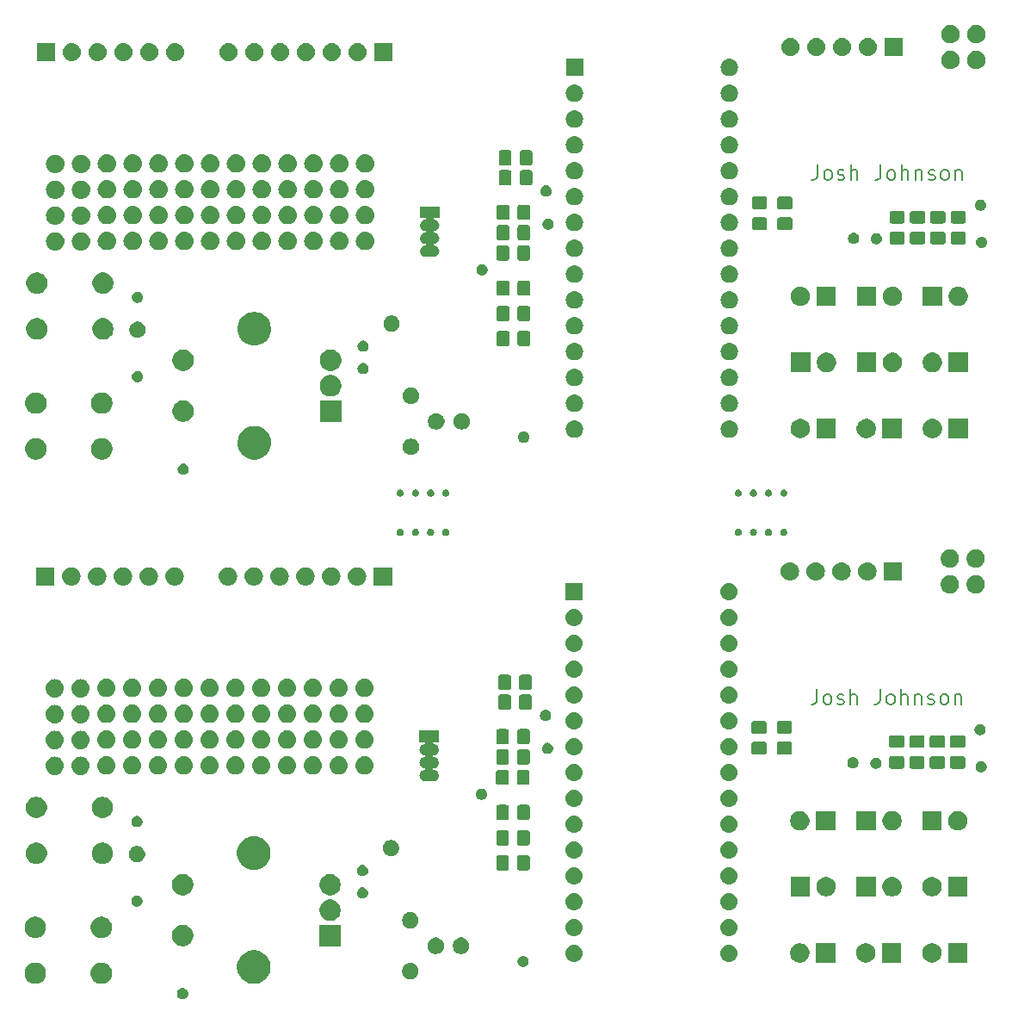
<source format=gts>
G04 #@! TF.GenerationSoftware,KiCad,Pcbnew,(5.1.0)-1*
G04 #@! TF.CreationDate,2019-04-19T10:40:07+10:00*
G04 #@! TF.ProjectId,output.uc101panel,6f757470-7574-42e7-9563-31303170616e,rev?*
G04 #@! TF.SameCoordinates,Original*
G04 #@! TF.FileFunction,Soldermask,Top*
G04 #@! TF.FilePolarity,Negative*
%FSLAX46Y46*%
G04 Gerber Fmt 4.6, Leading zero omitted, Abs format (unit mm)*
G04 Created by KiCad (PCBNEW (5.1.0)-1) date 2019-04-19 10:40:07*
%MOMM*%
%LPD*%
G04 APERTURE LIST*
%ADD10C,0.200000*%
%ADD11C,0.100000*%
G04 APERTURE END LIST*
D10*
X179507142Y-116928571D02*
X179507142Y-118000000D01*
X179435714Y-118214285D01*
X179292857Y-118357142D01*
X179078571Y-118428571D01*
X178935714Y-118428571D01*
X180435714Y-118428571D02*
X180292857Y-118357142D01*
X180221428Y-118285714D01*
X180150000Y-118142857D01*
X180150000Y-117714285D01*
X180221428Y-117571428D01*
X180292857Y-117500000D01*
X180435714Y-117428571D01*
X180650000Y-117428571D01*
X180792857Y-117500000D01*
X180864285Y-117571428D01*
X180935714Y-117714285D01*
X180935714Y-118142857D01*
X180864285Y-118285714D01*
X180792857Y-118357142D01*
X180650000Y-118428571D01*
X180435714Y-118428571D01*
X181507142Y-118357142D02*
X181650000Y-118428571D01*
X181935714Y-118428571D01*
X182078571Y-118357142D01*
X182150000Y-118214285D01*
X182150000Y-118142857D01*
X182078571Y-118000000D01*
X181935714Y-117928571D01*
X181721428Y-117928571D01*
X181578571Y-117857142D01*
X181507142Y-117714285D01*
X181507142Y-117642857D01*
X181578571Y-117500000D01*
X181721428Y-117428571D01*
X181935714Y-117428571D01*
X182078571Y-117500000D01*
X182792857Y-118428571D02*
X182792857Y-116928571D01*
X183435714Y-118428571D02*
X183435714Y-117642857D01*
X183364285Y-117500000D01*
X183221428Y-117428571D01*
X183007142Y-117428571D01*
X182864285Y-117500000D01*
X182792857Y-117571428D01*
X185721428Y-116928571D02*
X185721428Y-118000000D01*
X185650000Y-118214285D01*
X185507142Y-118357142D01*
X185292857Y-118428571D01*
X185150000Y-118428571D01*
X186650000Y-118428571D02*
X186507142Y-118357142D01*
X186435714Y-118285714D01*
X186364285Y-118142857D01*
X186364285Y-117714285D01*
X186435714Y-117571428D01*
X186507142Y-117500000D01*
X186650000Y-117428571D01*
X186864285Y-117428571D01*
X187007142Y-117500000D01*
X187078571Y-117571428D01*
X187150000Y-117714285D01*
X187150000Y-118142857D01*
X187078571Y-118285714D01*
X187007142Y-118357142D01*
X186864285Y-118428571D01*
X186650000Y-118428571D01*
X187792857Y-118428571D02*
X187792857Y-116928571D01*
X188435714Y-118428571D02*
X188435714Y-117642857D01*
X188364285Y-117500000D01*
X188221428Y-117428571D01*
X188007142Y-117428571D01*
X187864285Y-117500000D01*
X187792857Y-117571428D01*
X189150000Y-117428571D02*
X189150000Y-118428571D01*
X189150000Y-117571428D02*
X189221428Y-117500000D01*
X189364285Y-117428571D01*
X189578571Y-117428571D01*
X189721428Y-117500000D01*
X189792857Y-117642857D01*
X189792857Y-118428571D01*
X190435714Y-118357142D02*
X190578571Y-118428571D01*
X190864285Y-118428571D01*
X191007142Y-118357142D01*
X191078571Y-118214285D01*
X191078571Y-118142857D01*
X191007142Y-118000000D01*
X190864285Y-117928571D01*
X190650000Y-117928571D01*
X190507142Y-117857142D01*
X190435714Y-117714285D01*
X190435714Y-117642857D01*
X190507142Y-117500000D01*
X190650000Y-117428571D01*
X190864285Y-117428571D01*
X191007142Y-117500000D01*
X191935714Y-118428571D02*
X191792857Y-118357142D01*
X191721428Y-118285714D01*
X191650000Y-118142857D01*
X191650000Y-117714285D01*
X191721428Y-117571428D01*
X191792857Y-117500000D01*
X191935714Y-117428571D01*
X192150000Y-117428571D01*
X192292857Y-117500000D01*
X192364285Y-117571428D01*
X192435714Y-117714285D01*
X192435714Y-118142857D01*
X192364285Y-118285714D01*
X192292857Y-118357142D01*
X192150000Y-118428571D01*
X191935714Y-118428571D01*
X193078571Y-117428571D02*
X193078571Y-118428571D01*
X193078571Y-117571428D02*
X193150000Y-117500000D01*
X193292857Y-117428571D01*
X193507142Y-117428571D01*
X193650000Y-117500000D01*
X193721428Y-117642857D01*
X193721428Y-118428571D01*
X179557142Y-65378571D02*
X179557142Y-66450000D01*
X179485714Y-66664285D01*
X179342857Y-66807142D01*
X179128571Y-66878571D01*
X178985714Y-66878571D01*
X180485714Y-66878571D02*
X180342857Y-66807142D01*
X180271428Y-66735714D01*
X180200000Y-66592857D01*
X180200000Y-66164285D01*
X180271428Y-66021428D01*
X180342857Y-65950000D01*
X180485714Y-65878571D01*
X180700000Y-65878571D01*
X180842857Y-65950000D01*
X180914285Y-66021428D01*
X180985714Y-66164285D01*
X180985714Y-66592857D01*
X180914285Y-66735714D01*
X180842857Y-66807142D01*
X180700000Y-66878571D01*
X180485714Y-66878571D01*
X181557142Y-66807142D02*
X181700000Y-66878571D01*
X181985714Y-66878571D01*
X182128571Y-66807142D01*
X182200000Y-66664285D01*
X182200000Y-66592857D01*
X182128571Y-66450000D01*
X181985714Y-66378571D01*
X181771428Y-66378571D01*
X181628571Y-66307142D01*
X181557142Y-66164285D01*
X181557142Y-66092857D01*
X181628571Y-65950000D01*
X181771428Y-65878571D01*
X181985714Y-65878571D01*
X182128571Y-65950000D01*
X182842857Y-66878571D02*
X182842857Y-65378571D01*
X183485714Y-66878571D02*
X183485714Y-66092857D01*
X183414285Y-65950000D01*
X183271428Y-65878571D01*
X183057142Y-65878571D01*
X182914285Y-65950000D01*
X182842857Y-66021428D01*
X185771428Y-65378571D02*
X185771428Y-66450000D01*
X185700000Y-66664285D01*
X185557142Y-66807142D01*
X185342857Y-66878571D01*
X185200000Y-66878571D01*
X186700000Y-66878571D02*
X186557142Y-66807142D01*
X186485714Y-66735714D01*
X186414285Y-66592857D01*
X186414285Y-66164285D01*
X186485714Y-66021428D01*
X186557142Y-65950000D01*
X186700000Y-65878571D01*
X186914285Y-65878571D01*
X187057142Y-65950000D01*
X187128571Y-66021428D01*
X187200000Y-66164285D01*
X187200000Y-66592857D01*
X187128571Y-66735714D01*
X187057142Y-66807142D01*
X186914285Y-66878571D01*
X186700000Y-66878571D01*
X187842857Y-66878571D02*
X187842857Y-65378571D01*
X188485714Y-66878571D02*
X188485714Y-66092857D01*
X188414285Y-65950000D01*
X188271428Y-65878571D01*
X188057142Y-65878571D01*
X187914285Y-65950000D01*
X187842857Y-66021428D01*
X189200000Y-65878571D02*
X189200000Y-66878571D01*
X189200000Y-66021428D02*
X189271428Y-65950000D01*
X189414285Y-65878571D01*
X189628571Y-65878571D01*
X189771428Y-65950000D01*
X189842857Y-66092857D01*
X189842857Y-66878571D01*
X190485714Y-66807142D02*
X190628571Y-66878571D01*
X190914285Y-66878571D01*
X191057142Y-66807142D01*
X191128571Y-66664285D01*
X191128571Y-66592857D01*
X191057142Y-66450000D01*
X190914285Y-66378571D01*
X190700000Y-66378571D01*
X190557142Y-66307142D01*
X190485714Y-66164285D01*
X190485714Y-66092857D01*
X190557142Y-65950000D01*
X190700000Y-65878571D01*
X190914285Y-65878571D01*
X191057142Y-65950000D01*
X191985714Y-66878571D02*
X191842857Y-66807142D01*
X191771428Y-66735714D01*
X191700000Y-66592857D01*
X191700000Y-66164285D01*
X191771428Y-66021428D01*
X191842857Y-65950000D01*
X191985714Y-65878571D01*
X192200000Y-65878571D01*
X192342857Y-65950000D01*
X192414285Y-66021428D01*
X192485714Y-66164285D01*
X192485714Y-66592857D01*
X192414285Y-66735714D01*
X192342857Y-66807142D01*
X192200000Y-66878571D01*
X191985714Y-66878571D01*
X193128571Y-65878571D02*
X193128571Y-66878571D01*
X193128571Y-66021428D02*
X193200000Y-65950000D01*
X193342857Y-65878571D01*
X193557142Y-65878571D01*
X193700000Y-65950000D01*
X193771428Y-66092857D01*
X193771428Y-66878571D01*
D11*
G36*
X117260719Y-146320174D02*
G01*
X117260722Y-146320175D01*
X117260721Y-146320175D01*
X117360996Y-146361710D01*
X117451242Y-146422010D01*
X117527990Y-146498758D01*
X117588290Y-146589004D01*
X117588290Y-146589005D01*
X117629826Y-146689281D01*
X117651000Y-146795730D01*
X117651000Y-146904270D01*
X117629826Y-147010719D01*
X117629825Y-147010721D01*
X117588290Y-147110996D01*
X117527990Y-147201242D01*
X117451242Y-147277990D01*
X117360996Y-147338290D01*
X117290090Y-147367660D01*
X117260719Y-147379826D01*
X117154270Y-147401000D01*
X117045730Y-147401000D01*
X116939281Y-147379826D01*
X116909910Y-147367660D01*
X116839004Y-147338290D01*
X116748758Y-147277990D01*
X116672010Y-147201242D01*
X116611710Y-147110996D01*
X116570175Y-147010721D01*
X116570174Y-147010719D01*
X116549000Y-146904270D01*
X116549000Y-146795730D01*
X116570174Y-146689281D01*
X116611710Y-146589005D01*
X116611710Y-146589004D01*
X116672010Y-146498758D01*
X116748758Y-146422010D01*
X116839004Y-146361710D01*
X116939279Y-146320175D01*
X116939278Y-146320175D01*
X116939281Y-146320174D01*
X117045730Y-146299000D01*
X117154270Y-146299000D01*
X117260719Y-146320174D01*
X117260719Y-146320174D01*
G37*
G36*
X124422094Y-142630724D02*
G01*
X124581579Y-142662447D01*
X124882042Y-142786903D01*
X125152451Y-142967585D01*
X125382415Y-143197549D01*
X125563097Y-143467958D01*
X125687553Y-143768421D01*
X125707409Y-143868243D01*
X125751000Y-144087389D01*
X125751000Y-144412611D01*
X125724977Y-144543435D01*
X125687553Y-144731579D01*
X125563097Y-145032042D01*
X125382415Y-145302451D01*
X125152451Y-145532415D01*
X124882042Y-145713097D01*
X124581579Y-145837553D01*
X124465663Y-145860610D01*
X124262611Y-145901000D01*
X123937389Y-145901000D01*
X123734337Y-145860610D01*
X123618421Y-145837553D01*
X123317958Y-145713097D01*
X123047549Y-145532415D01*
X122817585Y-145302451D01*
X122636903Y-145032042D01*
X122512447Y-144731579D01*
X122475023Y-144543435D01*
X122449000Y-144412611D01*
X122449000Y-144087389D01*
X122492591Y-143868243D01*
X122512447Y-143768421D01*
X122636903Y-143467958D01*
X122817585Y-143197549D01*
X123047549Y-142967585D01*
X123317958Y-142786903D01*
X123618421Y-142662447D01*
X123777906Y-142630724D01*
X123937389Y-142599000D01*
X124262611Y-142599000D01*
X124422094Y-142630724D01*
X124422094Y-142630724D01*
G37*
G36*
X109406563Y-143839389D02*
G01*
X109406566Y-143839390D01*
X109406565Y-143839390D01*
X109597835Y-143918616D01*
X109769973Y-144033635D01*
X109916365Y-144180027D01*
X110031384Y-144352165D01*
X110097017Y-144510619D01*
X110110611Y-144543437D01*
X110151000Y-144746484D01*
X110151000Y-144953516D01*
X110110611Y-145156563D01*
X110105767Y-145168257D01*
X110031384Y-145347835D01*
X109916365Y-145519973D01*
X109769973Y-145666365D01*
X109597835Y-145781384D01*
X109462230Y-145837553D01*
X109406563Y-145860611D01*
X109203516Y-145901000D01*
X108996484Y-145901000D01*
X108793437Y-145860611D01*
X108737770Y-145837553D01*
X108602165Y-145781384D01*
X108430027Y-145666365D01*
X108283635Y-145519973D01*
X108168616Y-145347835D01*
X108094233Y-145168257D01*
X108089389Y-145156563D01*
X108049000Y-144953516D01*
X108049000Y-144746484D01*
X108089389Y-144543437D01*
X108102983Y-144510619D01*
X108168616Y-144352165D01*
X108283635Y-144180027D01*
X108430027Y-144033635D01*
X108602165Y-143918616D01*
X108793435Y-143839390D01*
X108793434Y-143839390D01*
X108793437Y-143839389D01*
X108996484Y-143799000D01*
X109203516Y-143799000D01*
X109406563Y-143839389D01*
X109406563Y-143839389D01*
G37*
G36*
X102906563Y-143839389D02*
G01*
X102906566Y-143839390D01*
X102906565Y-143839390D01*
X103097835Y-143918616D01*
X103269973Y-144033635D01*
X103416365Y-144180027D01*
X103531384Y-144352165D01*
X103597017Y-144510619D01*
X103610611Y-144543437D01*
X103651000Y-144746484D01*
X103651000Y-144953516D01*
X103610611Y-145156563D01*
X103605767Y-145168257D01*
X103531384Y-145347835D01*
X103416365Y-145519973D01*
X103269973Y-145666365D01*
X103097835Y-145781384D01*
X102962230Y-145837553D01*
X102906563Y-145860611D01*
X102703516Y-145901000D01*
X102496484Y-145901000D01*
X102293437Y-145860611D01*
X102237770Y-145837553D01*
X102102165Y-145781384D01*
X101930027Y-145666365D01*
X101783635Y-145519973D01*
X101668616Y-145347835D01*
X101594233Y-145168257D01*
X101589389Y-145156563D01*
X101549000Y-144953516D01*
X101549000Y-144746484D01*
X101589389Y-144543437D01*
X101602983Y-144510619D01*
X101668616Y-144352165D01*
X101783635Y-144180027D01*
X101930027Y-144033635D01*
X102102165Y-143918616D01*
X102293435Y-143839390D01*
X102293434Y-143839390D01*
X102293437Y-143839389D01*
X102496484Y-143799000D01*
X102703516Y-143799000D01*
X102906563Y-143839389D01*
X102906563Y-143839389D01*
G37*
G36*
X139737142Y-143868242D02*
G01*
X139858754Y-143918616D01*
X139885100Y-143929529D01*
X140018257Y-144018501D01*
X140131499Y-144131743D01*
X140197035Y-144229826D01*
X140220472Y-144264902D01*
X140281758Y-144412858D01*
X140313000Y-144569925D01*
X140313000Y-144730075D01*
X140281758Y-144887142D01*
X140221738Y-145032042D01*
X140220471Y-145035100D01*
X140131499Y-145168257D01*
X140018257Y-145281499D01*
X139885100Y-145370471D01*
X139885099Y-145370472D01*
X139885098Y-145370472D01*
X139737142Y-145431758D01*
X139580075Y-145463000D01*
X139419925Y-145463000D01*
X139262858Y-145431758D01*
X139114902Y-145370472D01*
X139114901Y-145370472D01*
X139114900Y-145370471D01*
X138981743Y-145281499D01*
X138868501Y-145168257D01*
X138779529Y-145035100D01*
X138778262Y-145032042D01*
X138718242Y-144887142D01*
X138687000Y-144730075D01*
X138687000Y-144569925D01*
X138718242Y-144412858D01*
X138779528Y-144264902D01*
X138802965Y-144229826D01*
X138868501Y-144131743D01*
X138981743Y-144018501D01*
X139114900Y-143929529D01*
X139141246Y-143918616D01*
X139262858Y-143868242D01*
X139419925Y-143837000D01*
X139580075Y-143837000D01*
X139737142Y-143868242D01*
X139737142Y-143868242D01*
G37*
G36*
X150760719Y-143170174D02*
G01*
X150760722Y-143170175D01*
X150760721Y-143170175D01*
X150860996Y-143211710D01*
X150951242Y-143272010D01*
X151027990Y-143348758D01*
X151088290Y-143439004D01*
X151088290Y-143439005D01*
X151129826Y-143539281D01*
X151151000Y-143645730D01*
X151151000Y-143754270D01*
X151129826Y-143860719D01*
X151129825Y-143860721D01*
X151088290Y-143960996D01*
X151027990Y-144051242D01*
X150951242Y-144127990D01*
X150860996Y-144188290D01*
X150790090Y-144217660D01*
X150760719Y-144229826D01*
X150654270Y-144251000D01*
X150545730Y-144251000D01*
X150439281Y-144229826D01*
X150409910Y-144217660D01*
X150339004Y-144188290D01*
X150248758Y-144127990D01*
X150172010Y-144051242D01*
X150111710Y-143960996D01*
X150070175Y-143860721D01*
X150070174Y-143860719D01*
X150049000Y-143754270D01*
X150049000Y-143645730D01*
X150070174Y-143539281D01*
X150111710Y-143439005D01*
X150111710Y-143439004D01*
X150172010Y-143348758D01*
X150248758Y-143272010D01*
X150339004Y-143211710D01*
X150439279Y-143170175D01*
X150439278Y-143170175D01*
X150439281Y-143170174D01*
X150545730Y-143149000D01*
X150654270Y-143149000D01*
X150760719Y-143170174D01*
X150760719Y-143170174D01*
G37*
G36*
X191087395Y-141935546D02*
G01*
X191161798Y-141966365D01*
X191260467Y-142007235D01*
X191416227Y-142111310D01*
X191548690Y-142243773D01*
X191652765Y-142399533D01*
X191667424Y-142434924D01*
X191724454Y-142572605D01*
X191761000Y-142756333D01*
X191761000Y-142943667D01*
X191724454Y-143127395D01*
X191695395Y-143197549D01*
X191652765Y-143300467D01*
X191548690Y-143456227D01*
X191416227Y-143588690D01*
X191260467Y-143692765D01*
X191188778Y-143722459D01*
X191087395Y-143764454D01*
X190903667Y-143801000D01*
X190716333Y-143801000D01*
X190532605Y-143764454D01*
X190431222Y-143722459D01*
X190359533Y-143692765D01*
X190203773Y-143588690D01*
X190071310Y-143456227D01*
X189967235Y-143300467D01*
X189924605Y-143197549D01*
X189895546Y-143127395D01*
X189859000Y-142943667D01*
X189859000Y-142756333D01*
X189895546Y-142572605D01*
X189952576Y-142434924D01*
X189967235Y-142399533D01*
X190071310Y-142243773D01*
X190203773Y-142111310D01*
X190359533Y-142007235D01*
X190458202Y-141966365D01*
X190532605Y-141935546D01*
X190716333Y-141899000D01*
X190903667Y-141899000D01*
X191087395Y-141935546D01*
X191087395Y-141935546D01*
G37*
G36*
X184587395Y-141935546D02*
G01*
X184661798Y-141966365D01*
X184760467Y-142007235D01*
X184916227Y-142111310D01*
X185048690Y-142243773D01*
X185152765Y-142399533D01*
X185167424Y-142434924D01*
X185224454Y-142572605D01*
X185261000Y-142756333D01*
X185261000Y-142943667D01*
X185224454Y-143127395D01*
X185195395Y-143197549D01*
X185152765Y-143300467D01*
X185048690Y-143456227D01*
X184916227Y-143588690D01*
X184760467Y-143692765D01*
X184688778Y-143722459D01*
X184587395Y-143764454D01*
X184403667Y-143801000D01*
X184216333Y-143801000D01*
X184032605Y-143764454D01*
X183931222Y-143722459D01*
X183859533Y-143692765D01*
X183703773Y-143588690D01*
X183571310Y-143456227D01*
X183467235Y-143300467D01*
X183424605Y-143197549D01*
X183395546Y-143127395D01*
X183359000Y-142943667D01*
X183359000Y-142756333D01*
X183395546Y-142572605D01*
X183452576Y-142434924D01*
X183467235Y-142399533D01*
X183571310Y-142243773D01*
X183703773Y-142111310D01*
X183859533Y-142007235D01*
X183958202Y-141966365D01*
X184032605Y-141935546D01*
X184216333Y-141899000D01*
X184403667Y-141899000D01*
X184587395Y-141935546D01*
X184587395Y-141935546D01*
G37*
G36*
X187801000Y-143801000D02*
G01*
X185899000Y-143801000D01*
X185899000Y-141899000D01*
X187801000Y-141899000D01*
X187801000Y-143801000D01*
X187801000Y-143801000D01*
G37*
G36*
X194301000Y-143801000D02*
G01*
X192399000Y-143801000D01*
X192399000Y-141899000D01*
X194301000Y-141899000D01*
X194301000Y-143801000D01*
X194301000Y-143801000D01*
G37*
G36*
X181301000Y-143801000D02*
G01*
X179399000Y-143801000D01*
X179399000Y-141899000D01*
X181301000Y-141899000D01*
X181301000Y-143801000D01*
X181301000Y-143801000D01*
G37*
G36*
X178087395Y-141935546D02*
G01*
X178161798Y-141966365D01*
X178260467Y-142007235D01*
X178416227Y-142111310D01*
X178548690Y-142243773D01*
X178652765Y-142399533D01*
X178667424Y-142434924D01*
X178724454Y-142572605D01*
X178761000Y-142756333D01*
X178761000Y-142943667D01*
X178724454Y-143127395D01*
X178695395Y-143197549D01*
X178652765Y-143300467D01*
X178548690Y-143456227D01*
X178416227Y-143588690D01*
X178260467Y-143692765D01*
X178188778Y-143722459D01*
X178087395Y-143764454D01*
X177903667Y-143801000D01*
X177716333Y-143801000D01*
X177532605Y-143764454D01*
X177431222Y-143722459D01*
X177359533Y-143692765D01*
X177203773Y-143588690D01*
X177071310Y-143456227D01*
X176967235Y-143300467D01*
X176924605Y-143197549D01*
X176895546Y-143127395D01*
X176859000Y-142943667D01*
X176859000Y-142756333D01*
X176895546Y-142572605D01*
X176952576Y-142434924D01*
X176967235Y-142399533D01*
X177071310Y-142243773D01*
X177203773Y-142111310D01*
X177359533Y-142007235D01*
X177458202Y-141966365D01*
X177532605Y-141935546D01*
X177716333Y-141899000D01*
X177903667Y-141899000D01*
X178087395Y-141935546D01*
X178087395Y-141935546D01*
G37*
G36*
X155766825Y-142071313D02*
G01*
X155927241Y-142119975D01*
X156075076Y-142198994D01*
X156204659Y-142305341D01*
X156311006Y-142434924D01*
X156390025Y-142582759D01*
X156438687Y-142743175D01*
X156455117Y-142910000D01*
X156438687Y-143076825D01*
X156390025Y-143237241D01*
X156311006Y-143385076D01*
X156204659Y-143514659D01*
X156075076Y-143621006D01*
X155927241Y-143700025D01*
X155766825Y-143748687D01*
X155641804Y-143761000D01*
X155558196Y-143761000D01*
X155433175Y-143748687D01*
X155272759Y-143700025D01*
X155124924Y-143621006D01*
X154995341Y-143514659D01*
X154888994Y-143385076D01*
X154809975Y-143237241D01*
X154761313Y-143076825D01*
X154744883Y-142910000D01*
X154761313Y-142743175D01*
X154809975Y-142582759D01*
X154888994Y-142434924D01*
X154995341Y-142305341D01*
X155124924Y-142198994D01*
X155272759Y-142119975D01*
X155433175Y-142071313D01*
X155558196Y-142059000D01*
X155641804Y-142059000D01*
X155766825Y-142071313D01*
X155766825Y-142071313D01*
G37*
G36*
X171006825Y-142071313D02*
G01*
X171167241Y-142119975D01*
X171315076Y-142198994D01*
X171444659Y-142305341D01*
X171551006Y-142434924D01*
X171630025Y-142582759D01*
X171678687Y-142743175D01*
X171695117Y-142910000D01*
X171678687Y-143076825D01*
X171630025Y-143237241D01*
X171551006Y-143385076D01*
X171444659Y-143514659D01*
X171315076Y-143621006D01*
X171167241Y-143700025D01*
X171006825Y-143748687D01*
X170881804Y-143761000D01*
X170798196Y-143761000D01*
X170673175Y-143748687D01*
X170512759Y-143700025D01*
X170364924Y-143621006D01*
X170235341Y-143514659D01*
X170128994Y-143385076D01*
X170049975Y-143237241D01*
X170001313Y-143076825D01*
X169984883Y-142910000D01*
X170001313Y-142743175D01*
X170049975Y-142582759D01*
X170128994Y-142434924D01*
X170235341Y-142305341D01*
X170364924Y-142198994D01*
X170512759Y-142119975D01*
X170673175Y-142071313D01*
X170798196Y-142059000D01*
X170881804Y-142059000D01*
X171006825Y-142071313D01*
X171006825Y-142071313D01*
G37*
G36*
X144737142Y-141368242D02*
G01*
X144885098Y-141429528D01*
X144885100Y-141429529D01*
X145018257Y-141518501D01*
X145131499Y-141631743D01*
X145142251Y-141647835D01*
X145220472Y-141764902D01*
X145281758Y-141912858D01*
X145313000Y-142069925D01*
X145313000Y-142230075D01*
X145281758Y-142387142D01*
X145220472Y-142535098D01*
X145220471Y-142535100D01*
X145131499Y-142668257D01*
X145018257Y-142781499D01*
X144885100Y-142870471D01*
X144885099Y-142870472D01*
X144885098Y-142870472D01*
X144737142Y-142931758D01*
X144580075Y-142963000D01*
X144419925Y-142963000D01*
X144262858Y-142931758D01*
X144114902Y-142870472D01*
X144114901Y-142870472D01*
X144114900Y-142870471D01*
X143981743Y-142781499D01*
X143868501Y-142668257D01*
X143779529Y-142535100D01*
X143779528Y-142535098D01*
X143718242Y-142387142D01*
X143687000Y-142230075D01*
X143687000Y-142069925D01*
X143718242Y-141912858D01*
X143779528Y-141764902D01*
X143857749Y-141647835D01*
X143868501Y-141631743D01*
X143981743Y-141518501D01*
X144114900Y-141429529D01*
X144114902Y-141429528D01*
X144262858Y-141368242D01*
X144419925Y-141337000D01*
X144580075Y-141337000D01*
X144737142Y-141368242D01*
X144737142Y-141368242D01*
G37*
G36*
X142237142Y-141368242D02*
G01*
X142385098Y-141429528D01*
X142385100Y-141429529D01*
X142518257Y-141518501D01*
X142631499Y-141631743D01*
X142642251Y-141647835D01*
X142720472Y-141764902D01*
X142781758Y-141912858D01*
X142813000Y-142069925D01*
X142813000Y-142230075D01*
X142781758Y-142387142D01*
X142720472Y-142535098D01*
X142720471Y-142535100D01*
X142631499Y-142668257D01*
X142518257Y-142781499D01*
X142385100Y-142870471D01*
X142385099Y-142870472D01*
X142385098Y-142870472D01*
X142237142Y-142931758D01*
X142080075Y-142963000D01*
X141919925Y-142963000D01*
X141762858Y-142931758D01*
X141614902Y-142870472D01*
X141614901Y-142870472D01*
X141614900Y-142870471D01*
X141481743Y-142781499D01*
X141368501Y-142668257D01*
X141279529Y-142535100D01*
X141279528Y-142535098D01*
X141218242Y-142387142D01*
X141187000Y-142230075D01*
X141187000Y-142069925D01*
X141218242Y-141912858D01*
X141279528Y-141764902D01*
X141357749Y-141647835D01*
X141368501Y-141631743D01*
X141481743Y-141518501D01*
X141614900Y-141429529D01*
X141614902Y-141429528D01*
X141762858Y-141368242D01*
X141919925Y-141337000D01*
X142080075Y-141337000D01*
X142237142Y-141368242D01*
X142237142Y-141368242D01*
G37*
G36*
X132651000Y-142201000D02*
G01*
X130549000Y-142201000D01*
X130549000Y-140099000D01*
X132651000Y-140099000D01*
X132651000Y-142201000D01*
X132651000Y-142201000D01*
G37*
G36*
X117406563Y-140139389D02*
G01*
X117406566Y-140139390D01*
X117406565Y-140139390D01*
X117597835Y-140218616D01*
X117769973Y-140333635D01*
X117916365Y-140480027D01*
X118031384Y-140652165D01*
X118097017Y-140810619D01*
X118110611Y-140843437D01*
X118151000Y-141046484D01*
X118151000Y-141253516D01*
X118110611Y-141456563D01*
X118110610Y-141456565D01*
X118031384Y-141647835D01*
X117916365Y-141819973D01*
X117769973Y-141966365D01*
X117597835Y-142081384D01*
X117504667Y-142119975D01*
X117406563Y-142160611D01*
X117203516Y-142201000D01*
X116996484Y-142201000D01*
X116793437Y-142160611D01*
X116695333Y-142119975D01*
X116602165Y-142081384D01*
X116430027Y-141966365D01*
X116283635Y-141819973D01*
X116168616Y-141647835D01*
X116089390Y-141456565D01*
X116089389Y-141456563D01*
X116049000Y-141253516D01*
X116049000Y-141046484D01*
X116089389Y-140843437D01*
X116102983Y-140810619D01*
X116168616Y-140652165D01*
X116283635Y-140480027D01*
X116430027Y-140333635D01*
X116602165Y-140218616D01*
X116793435Y-140139390D01*
X116793434Y-140139390D01*
X116793437Y-140139389D01*
X116996484Y-140099000D01*
X117203516Y-140099000D01*
X117406563Y-140139389D01*
X117406563Y-140139389D01*
G37*
G36*
X102906563Y-139339389D02*
G01*
X102906566Y-139339390D01*
X102906565Y-139339390D01*
X103097835Y-139418616D01*
X103269973Y-139533635D01*
X103416365Y-139680027D01*
X103531384Y-139852165D01*
X103545872Y-139887143D01*
X103610611Y-140043437D01*
X103651000Y-140246484D01*
X103651000Y-140453516D01*
X103610611Y-140656563D01*
X103610610Y-140656565D01*
X103531384Y-140847835D01*
X103416365Y-141019973D01*
X103269973Y-141166365D01*
X103097835Y-141281384D01*
X102963565Y-141337000D01*
X102906563Y-141360611D01*
X102703516Y-141401000D01*
X102496484Y-141401000D01*
X102293437Y-141360611D01*
X102236435Y-141337000D01*
X102102165Y-141281384D01*
X101930027Y-141166365D01*
X101783635Y-141019973D01*
X101668616Y-140847835D01*
X101589390Y-140656565D01*
X101589389Y-140656563D01*
X101549000Y-140453516D01*
X101549000Y-140246484D01*
X101589389Y-140043437D01*
X101654128Y-139887143D01*
X101668616Y-139852165D01*
X101783635Y-139680027D01*
X101930027Y-139533635D01*
X102102165Y-139418616D01*
X102293435Y-139339390D01*
X102293434Y-139339390D01*
X102293437Y-139339389D01*
X102496484Y-139299000D01*
X102703516Y-139299000D01*
X102906563Y-139339389D01*
X102906563Y-139339389D01*
G37*
G36*
X109406563Y-139339389D02*
G01*
X109406566Y-139339390D01*
X109406565Y-139339390D01*
X109597835Y-139418616D01*
X109769973Y-139533635D01*
X109916365Y-139680027D01*
X110031384Y-139852165D01*
X110045872Y-139887143D01*
X110110611Y-140043437D01*
X110151000Y-140246484D01*
X110151000Y-140453516D01*
X110110611Y-140656563D01*
X110110610Y-140656565D01*
X110031384Y-140847835D01*
X109916365Y-141019973D01*
X109769973Y-141166365D01*
X109597835Y-141281384D01*
X109463565Y-141337000D01*
X109406563Y-141360611D01*
X109203516Y-141401000D01*
X108996484Y-141401000D01*
X108793437Y-141360611D01*
X108736435Y-141337000D01*
X108602165Y-141281384D01*
X108430027Y-141166365D01*
X108283635Y-141019973D01*
X108168616Y-140847835D01*
X108089390Y-140656565D01*
X108089389Y-140656563D01*
X108049000Y-140453516D01*
X108049000Y-140246484D01*
X108089389Y-140043437D01*
X108154128Y-139887143D01*
X108168616Y-139852165D01*
X108283635Y-139680027D01*
X108430027Y-139533635D01*
X108602165Y-139418616D01*
X108793435Y-139339390D01*
X108793434Y-139339390D01*
X108793437Y-139339389D01*
X108996484Y-139299000D01*
X109203516Y-139299000D01*
X109406563Y-139339389D01*
X109406563Y-139339389D01*
G37*
G36*
X171006825Y-139531313D02*
G01*
X171167241Y-139579975D01*
X171315076Y-139658994D01*
X171444659Y-139765341D01*
X171551006Y-139894924D01*
X171630025Y-140042759D01*
X171678687Y-140203175D01*
X171695117Y-140370000D01*
X171678687Y-140536825D01*
X171630025Y-140697241D01*
X171551006Y-140845076D01*
X171444659Y-140974659D01*
X171315076Y-141081006D01*
X171167241Y-141160025D01*
X171006825Y-141208687D01*
X170881804Y-141221000D01*
X170798196Y-141221000D01*
X170673175Y-141208687D01*
X170512759Y-141160025D01*
X170364924Y-141081006D01*
X170235341Y-140974659D01*
X170128994Y-140845076D01*
X170049975Y-140697241D01*
X170001313Y-140536825D01*
X169984883Y-140370000D01*
X170001313Y-140203175D01*
X170049975Y-140042759D01*
X170128994Y-139894924D01*
X170235341Y-139765341D01*
X170364924Y-139658994D01*
X170512759Y-139579975D01*
X170673175Y-139531313D01*
X170798196Y-139519000D01*
X170881804Y-139519000D01*
X171006825Y-139531313D01*
X171006825Y-139531313D01*
G37*
G36*
X155766825Y-139531313D02*
G01*
X155927241Y-139579975D01*
X156075076Y-139658994D01*
X156204659Y-139765341D01*
X156311006Y-139894924D01*
X156390025Y-140042759D01*
X156438687Y-140203175D01*
X156455117Y-140370000D01*
X156438687Y-140536825D01*
X156390025Y-140697241D01*
X156311006Y-140845076D01*
X156204659Y-140974659D01*
X156075076Y-141081006D01*
X155927241Y-141160025D01*
X155766825Y-141208687D01*
X155641804Y-141221000D01*
X155558196Y-141221000D01*
X155433175Y-141208687D01*
X155272759Y-141160025D01*
X155124924Y-141081006D01*
X154995341Y-140974659D01*
X154888994Y-140845076D01*
X154809975Y-140697241D01*
X154761313Y-140536825D01*
X154744883Y-140370000D01*
X154761313Y-140203175D01*
X154809975Y-140042759D01*
X154888994Y-139894924D01*
X154995341Y-139765341D01*
X155124924Y-139658994D01*
X155272759Y-139579975D01*
X155433175Y-139531313D01*
X155558196Y-139519000D01*
X155641804Y-139519000D01*
X155766825Y-139531313D01*
X155766825Y-139531313D01*
G37*
G36*
X139737142Y-138868242D02*
G01*
X139885098Y-138929528D01*
X139885100Y-138929529D01*
X140018257Y-139018501D01*
X140131499Y-139131743D01*
X140142251Y-139147835D01*
X140220472Y-139264902D01*
X140281758Y-139412858D01*
X140313000Y-139569925D01*
X140313000Y-139730075D01*
X140281758Y-139887142D01*
X140220472Y-140035098D01*
X140220471Y-140035100D01*
X140131499Y-140168257D01*
X140018257Y-140281499D01*
X139885100Y-140370471D01*
X139885099Y-140370472D01*
X139885098Y-140370472D01*
X139737142Y-140431758D01*
X139580075Y-140463000D01*
X139419925Y-140463000D01*
X139262858Y-140431758D01*
X139114902Y-140370472D01*
X139114901Y-140370472D01*
X139114900Y-140370471D01*
X138981743Y-140281499D01*
X138868501Y-140168257D01*
X138779529Y-140035100D01*
X138779528Y-140035098D01*
X138718242Y-139887142D01*
X138687000Y-139730075D01*
X138687000Y-139569925D01*
X138718242Y-139412858D01*
X138779528Y-139264902D01*
X138857749Y-139147835D01*
X138868501Y-139131743D01*
X138981743Y-139018501D01*
X139114900Y-138929529D01*
X139114902Y-138929528D01*
X139262858Y-138868242D01*
X139419925Y-138837000D01*
X139580075Y-138837000D01*
X139737142Y-138868242D01*
X139737142Y-138868242D01*
G37*
G36*
X131906563Y-137639389D02*
G01*
X131906566Y-137639390D01*
X131906565Y-137639390D01*
X132097835Y-137718616D01*
X132269973Y-137833635D01*
X132416365Y-137980027D01*
X132531384Y-138152165D01*
X132584262Y-138279825D01*
X132610611Y-138343437D01*
X132651000Y-138546484D01*
X132651000Y-138753516D01*
X132610611Y-138956563D01*
X132610610Y-138956565D01*
X132531384Y-139147835D01*
X132416365Y-139319973D01*
X132269973Y-139466365D01*
X132097835Y-139581384D01*
X131939381Y-139647017D01*
X131906563Y-139660611D01*
X131703516Y-139701000D01*
X131496484Y-139701000D01*
X131293437Y-139660611D01*
X131260619Y-139647017D01*
X131102165Y-139581384D01*
X130930027Y-139466365D01*
X130783635Y-139319973D01*
X130668616Y-139147835D01*
X130589390Y-138956565D01*
X130589389Y-138956563D01*
X130549000Y-138753516D01*
X130549000Y-138546484D01*
X130589389Y-138343437D01*
X130615738Y-138279825D01*
X130668616Y-138152165D01*
X130783635Y-137980027D01*
X130930027Y-137833635D01*
X131102165Y-137718616D01*
X131293435Y-137639390D01*
X131293434Y-137639390D01*
X131293437Y-137639389D01*
X131496484Y-137599000D01*
X131703516Y-137599000D01*
X131906563Y-137639389D01*
X131906563Y-137639389D01*
G37*
G36*
X155766825Y-136991313D02*
G01*
X155927241Y-137039975D01*
X156075076Y-137118994D01*
X156204659Y-137225341D01*
X156311006Y-137354924D01*
X156390025Y-137502759D01*
X156438687Y-137663175D01*
X156455117Y-137830000D01*
X156438687Y-137996825D01*
X156390025Y-138157241D01*
X156311006Y-138305076D01*
X156204659Y-138434659D01*
X156075076Y-138541006D01*
X155927241Y-138620025D01*
X155766825Y-138668687D01*
X155641804Y-138681000D01*
X155558196Y-138681000D01*
X155433175Y-138668687D01*
X155272759Y-138620025D01*
X155124924Y-138541006D01*
X154995341Y-138434659D01*
X154888994Y-138305076D01*
X154809975Y-138157241D01*
X154761313Y-137996825D01*
X154744883Y-137830000D01*
X154761313Y-137663175D01*
X154809975Y-137502759D01*
X154888994Y-137354924D01*
X154995341Y-137225341D01*
X155124924Y-137118994D01*
X155272759Y-137039975D01*
X155433175Y-136991313D01*
X155558196Y-136979000D01*
X155641804Y-136979000D01*
X155766825Y-136991313D01*
X155766825Y-136991313D01*
G37*
G36*
X171006825Y-136991313D02*
G01*
X171167241Y-137039975D01*
X171315076Y-137118994D01*
X171444659Y-137225341D01*
X171551006Y-137354924D01*
X171630025Y-137502759D01*
X171678687Y-137663175D01*
X171695117Y-137830000D01*
X171678687Y-137996825D01*
X171630025Y-138157241D01*
X171551006Y-138305076D01*
X171444659Y-138434659D01*
X171315076Y-138541006D01*
X171167241Y-138620025D01*
X171006825Y-138668687D01*
X170881804Y-138681000D01*
X170798196Y-138681000D01*
X170673175Y-138668687D01*
X170512759Y-138620025D01*
X170364924Y-138541006D01*
X170235341Y-138434659D01*
X170128994Y-138305076D01*
X170049975Y-138157241D01*
X170001313Y-137996825D01*
X169984883Y-137830000D01*
X170001313Y-137663175D01*
X170049975Y-137502759D01*
X170128994Y-137354924D01*
X170235341Y-137225341D01*
X170364924Y-137118994D01*
X170512759Y-137039975D01*
X170673175Y-136991313D01*
X170798196Y-136979000D01*
X170881804Y-136979000D01*
X171006825Y-136991313D01*
X171006825Y-136991313D01*
G37*
G36*
X112760719Y-137220174D02*
G01*
X112760722Y-137220175D01*
X112760721Y-137220175D01*
X112860996Y-137261710D01*
X112951242Y-137322010D01*
X113027990Y-137398758D01*
X113088290Y-137489004D01*
X113088290Y-137489005D01*
X113129826Y-137589281D01*
X113151000Y-137695730D01*
X113151000Y-137804270D01*
X113129826Y-137910719D01*
X113129825Y-137910721D01*
X113088290Y-138010996D01*
X113027990Y-138101242D01*
X112951242Y-138177990D01*
X112860996Y-138238290D01*
X112790090Y-138267660D01*
X112760719Y-138279826D01*
X112654270Y-138301000D01*
X112545730Y-138301000D01*
X112439281Y-138279826D01*
X112409910Y-138267660D01*
X112339004Y-138238290D01*
X112248758Y-138177990D01*
X112172010Y-138101242D01*
X112111710Y-138010996D01*
X112070175Y-137910721D01*
X112070174Y-137910719D01*
X112049000Y-137804270D01*
X112049000Y-137695730D01*
X112070174Y-137589281D01*
X112111710Y-137489005D01*
X112111710Y-137489004D01*
X112172010Y-137398758D01*
X112248758Y-137322010D01*
X112339004Y-137261710D01*
X112439279Y-137220175D01*
X112439278Y-137220175D01*
X112439281Y-137220174D01*
X112545730Y-137199000D01*
X112654270Y-137199000D01*
X112760719Y-137220174D01*
X112760719Y-137220174D01*
G37*
G36*
X134960719Y-136420174D02*
G01*
X134960722Y-136420175D01*
X134960721Y-136420175D01*
X135060996Y-136461710D01*
X135151242Y-136522010D01*
X135227990Y-136598758D01*
X135288290Y-136689004D01*
X135288290Y-136689005D01*
X135329826Y-136789281D01*
X135351000Y-136895730D01*
X135351000Y-137004270D01*
X135329826Y-137110719D01*
X135317660Y-137140090D01*
X135288290Y-137210996D01*
X135227990Y-137301242D01*
X135151242Y-137377990D01*
X135060996Y-137438290D01*
X134990090Y-137467660D01*
X134960719Y-137479826D01*
X134854270Y-137501000D01*
X134745730Y-137501000D01*
X134639281Y-137479826D01*
X134609910Y-137467660D01*
X134539004Y-137438290D01*
X134448758Y-137377990D01*
X134372010Y-137301242D01*
X134311710Y-137210996D01*
X134282340Y-137140090D01*
X134270174Y-137110719D01*
X134249000Y-137004270D01*
X134249000Y-136895730D01*
X134270174Y-136789281D01*
X134311710Y-136689005D01*
X134311710Y-136689004D01*
X134372010Y-136598758D01*
X134448758Y-136522010D01*
X134539004Y-136461710D01*
X134639279Y-136420175D01*
X134639278Y-136420175D01*
X134639281Y-136420174D01*
X134745730Y-136399000D01*
X134854270Y-136399000D01*
X134960719Y-136420174D01*
X134960719Y-136420174D01*
G37*
G36*
X178801000Y-137301000D02*
G01*
X176899000Y-137301000D01*
X176899000Y-135399000D01*
X178801000Y-135399000D01*
X178801000Y-137301000D01*
X178801000Y-137301000D01*
G37*
G36*
X187167395Y-135435546D02*
G01*
X187268778Y-135477541D01*
X187340467Y-135507235D01*
X187496227Y-135611310D01*
X187628690Y-135743773D01*
X187732765Y-135899533D01*
X187732765Y-135899534D01*
X187804454Y-136072605D01*
X187841000Y-136256333D01*
X187841000Y-136443667D01*
X187804454Y-136627395D01*
X187795988Y-136647833D01*
X187732765Y-136800467D01*
X187628690Y-136956227D01*
X187496227Y-137088690D01*
X187340467Y-137192765D01*
X187296453Y-137210996D01*
X187167395Y-137264454D01*
X186983667Y-137301000D01*
X186796333Y-137301000D01*
X186612605Y-137264454D01*
X186483547Y-137210996D01*
X186439533Y-137192765D01*
X186283773Y-137088690D01*
X186151310Y-136956227D01*
X186047235Y-136800467D01*
X185984012Y-136647833D01*
X185975546Y-136627395D01*
X185939000Y-136443667D01*
X185939000Y-136256333D01*
X185975546Y-136072605D01*
X186047235Y-135899534D01*
X186047235Y-135899533D01*
X186151310Y-135743773D01*
X186283773Y-135611310D01*
X186439533Y-135507235D01*
X186511222Y-135477541D01*
X186612605Y-135435546D01*
X186796333Y-135399000D01*
X186983667Y-135399000D01*
X187167395Y-135435546D01*
X187167395Y-135435546D01*
G37*
G36*
X185301000Y-137301000D02*
G01*
X183399000Y-137301000D01*
X183399000Y-135399000D01*
X185301000Y-135399000D01*
X185301000Y-137301000D01*
X185301000Y-137301000D01*
G37*
G36*
X194301000Y-137301000D02*
G01*
X192399000Y-137301000D01*
X192399000Y-135399000D01*
X194301000Y-135399000D01*
X194301000Y-137301000D01*
X194301000Y-137301000D01*
G37*
G36*
X191087395Y-135435546D02*
G01*
X191188778Y-135477541D01*
X191260467Y-135507235D01*
X191416227Y-135611310D01*
X191548690Y-135743773D01*
X191652765Y-135899533D01*
X191652765Y-135899534D01*
X191724454Y-136072605D01*
X191761000Y-136256333D01*
X191761000Y-136443667D01*
X191724454Y-136627395D01*
X191715988Y-136647833D01*
X191652765Y-136800467D01*
X191548690Y-136956227D01*
X191416227Y-137088690D01*
X191260467Y-137192765D01*
X191216453Y-137210996D01*
X191087395Y-137264454D01*
X190903667Y-137301000D01*
X190716333Y-137301000D01*
X190532605Y-137264454D01*
X190403547Y-137210996D01*
X190359533Y-137192765D01*
X190203773Y-137088690D01*
X190071310Y-136956227D01*
X189967235Y-136800467D01*
X189904012Y-136647833D01*
X189895546Y-136627395D01*
X189859000Y-136443667D01*
X189859000Y-136256333D01*
X189895546Y-136072605D01*
X189967235Y-135899534D01*
X189967235Y-135899533D01*
X190071310Y-135743773D01*
X190203773Y-135611310D01*
X190359533Y-135507235D01*
X190431222Y-135477541D01*
X190532605Y-135435546D01*
X190716333Y-135399000D01*
X190903667Y-135399000D01*
X191087395Y-135435546D01*
X191087395Y-135435546D01*
G37*
G36*
X180667395Y-135435546D02*
G01*
X180768778Y-135477541D01*
X180840467Y-135507235D01*
X180996227Y-135611310D01*
X181128690Y-135743773D01*
X181232765Y-135899533D01*
X181232765Y-135899534D01*
X181304454Y-136072605D01*
X181341000Y-136256333D01*
X181341000Y-136443667D01*
X181304454Y-136627395D01*
X181295988Y-136647833D01*
X181232765Y-136800467D01*
X181128690Y-136956227D01*
X180996227Y-137088690D01*
X180840467Y-137192765D01*
X180796453Y-137210996D01*
X180667395Y-137264454D01*
X180483667Y-137301000D01*
X180296333Y-137301000D01*
X180112605Y-137264454D01*
X179983547Y-137210996D01*
X179939533Y-137192765D01*
X179783773Y-137088690D01*
X179651310Y-136956227D01*
X179547235Y-136800467D01*
X179484012Y-136647833D01*
X179475546Y-136627395D01*
X179439000Y-136443667D01*
X179439000Y-136256333D01*
X179475546Y-136072605D01*
X179547235Y-135899534D01*
X179547235Y-135899533D01*
X179651310Y-135743773D01*
X179783773Y-135611310D01*
X179939533Y-135507235D01*
X180011222Y-135477541D01*
X180112605Y-135435546D01*
X180296333Y-135399000D01*
X180483667Y-135399000D01*
X180667395Y-135435546D01*
X180667395Y-135435546D01*
G37*
G36*
X117406563Y-135139389D02*
G01*
X117406566Y-135139390D01*
X117406565Y-135139390D01*
X117597835Y-135218616D01*
X117769973Y-135333635D01*
X117916365Y-135480027D01*
X118031384Y-135652165D01*
X118097017Y-135810619D01*
X118110611Y-135843437D01*
X118151000Y-136046484D01*
X118151000Y-136253516D01*
X118110611Y-136456563D01*
X118110610Y-136456565D01*
X118031384Y-136647835D01*
X117916365Y-136819973D01*
X117769973Y-136966365D01*
X117597835Y-137081384D01*
X117439381Y-137147017D01*
X117406563Y-137160611D01*
X117203516Y-137201000D01*
X116996484Y-137201000D01*
X116793437Y-137160611D01*
X116760619Y-137147017D01*
X116602165Y-137081384D01*
X116430027Y-136966365D01*
X116283635Y-136819973D01*
X116168616Y-136647835D01*
X116089390Y-136456565D01*
X116089389Y-136456563D01*
X116049000Y-136253516D01*
X116049000Y-136046484D01*
X116089389Y-135843437D01*
X116102983Y-135810619D01*
X116168616Y-135652165D01*
X116283635Y-135480027D01*
X116430027Y-135333635D01*
X116602165Y-135218616D01*
X116793435Y-135139390D01*
X116793434Y-135139390D01*
X116793437Y-135139389D01*
X116996484Y-135099000D01*
X117203516Y-135099000D01*
X117406563Y-135139389D01*
X117406563Y-135139389D01*
G37*
G36*
X131906563Y-135139389D02*
G01*
X131906566Y-135139390D01*
X131906565Y-135139390D01*
X132097835Y-135218616D01*
X132269973Y-135333635D01*
X132416365Y-135480027D01*
X132531384Y-135652165D01*
X132597017Y-135810619D01*
X132610611Y-135843437D01*
X132651000Y-136046484D01*
X132651000Y-136253516D01*
X132610611Y-136456563D01*
X132610610Y-136456565D01*
X132531384Y-136647835D01*
X132416365Y-136819973D01*
X132269973Y-136966365D01*
X132097835Y-137081384D01*
X131939381Y-137147017D01*
X131906563Y-137160611D01*
X131703516Y-137201000D01*
X131496484Y-137201000D01*
X131293437Y-137160611D01*
X131260619Y-137147017D01*
X131102165Y-137081384D01*
X130930027Y-136966365D01*
X130783635Y-136819973D01*
X130668616Y-136647835D01*
X130589390Y-136456565D01*
X130589389Y-136456563D01*
X130549000Y-136253516D01*
X130549000Y-136046484D01*
X130589389Y-135843437D01*
X130602983Y-135810619D01*
X130668616Y-135652165D01*
X130783635Y-135480027D01*
X130930027Y-135333635D01*
X131102165Y-135218616D01*
X131293435Y-135139390D01*
X131293434Y-135139390D01*
X131293437Y-135139389D01*
X131496484Y-135099000D01*
X131703516Y-135099000D01*
X131906563Y-135139389D01*
X131906563Y-135139389D01*
G37*
G36*
X171006825Y-134451313D02*
G01*
X171167241Y-134499975D01*
X171315076Y-134578994D01*
X171444659Y-134685341D01*
X171551006Y-134814924D01*
X171630025Y-134962759D01*
X171678687Y-135123175D01*
X171695117Y-135290000D01*
X171678687Y-135456825D01*
X171630025Y-135617241D01*
X171551006Y-135765076D01*
X171444659Y-135894659D01*
X171315076Y-136001006D01*
X171167241Y-136080025D01*
X171006825Y-136128687D01*
X170881804Y-136141000D01*
X170798196Y-136141000D01*
X170673175Y-136128687D01*
X170512759Y-136080025D01*
X170364924Y-136001006D01*
X170235341Y-135894659D01*
X170128994Y-135765076D01*
X170049975Y-135617241D01*
X170001313Y-135456825D01*
X169984883Y-135290000D01*
X170001313Y-135123175D01*
X170049975Y-134962759D01*
X170128994Y-134814924D01*
X170235341Y-134685341D01*
X170364924Y-134578994D01*
X170512759Y-134499975D01*
X170673175Y-134451313D01*
X170798196Y-134439000D01*
X170881804Y-134439000D01*
X171006825Y-134451313D01*
X171006825Y-134451313D01*
G37*
G36*
X155766825Y-134451313D02*
G01*
X155927241Y-134499975D01*
X156075076Y-134578994D01*
X156204659Y-134685341D01*
X156311006Y-134814924D01*
X156390025Y-134962759D01*
X156438687Y-135123175D01*
X156455117Y-135290000D01*
X156438687Y-135456825D01*
X156390025Y-135617241D01*
X156311006Y-135765076D01*
X156204659Y-135894659D01*
X156075076Y-136001006D01*
X155927241Y-136080025D01*
X155766825Y-136128687D01*
X155641804Y-136141000D01*
X155558196Y-136141000D01*
X155433175Y-136128687D01*
X155272759Y-136080025D01*
X155124924Y-136001006D01*
X154995341Y-135894659D01*
X154888994Y-135765076D01*
X154809975Y-135617241D01*
X154761313Y-135456825D01*
X154744883Y-135290000D01*
X154761313Y-135123175D01*
X154809975Y-134962759D01*
X154888994Y-134814924D01*
X154995341Y-134685341D01*
X155124924Y-134578994D01*
X155272759Y-134499975D01*
X155433175Y-134451313D01*
X155558196Y-134439000D01*
X155641804Y-134439000D01*
X155766825Y-134451313D01*
X155766825Y-134451313D01*
G37*
G36*
X134960719Y-134220174D02*
G01*
X134960722Y-134220175D01*
X134960721Y-134220175D01*
X135060996Y-134261710D01*
X135151242Y-134322010D01*
X135227990Y-134398758D01*
X135288290Y-134489004D01*
X135306068Y-134531925D01*
X135329826Y-134589281D01*
X135351000Y-134695730D01*
X135351000Y-134804270D01*
X135329826Y-134910719D01*
X135329825Y-134910721D01*
X135288290Y-135010996D01*
X135227990Y-135101242D01*
X135151242Y-135177990D01*
X135060996Y-135238290D01*
X134990090Y-135267660D01*
X134960719Y-135279826D01*
X134854270Y-135301000D01*
X134745730Y-135301000D01*
X134639281Y-135279826D01*
X134609910Y-135267660D01*
X134539004Y-135238290D01*
X134448758Y-135177990D01*
X134372010Y-135101242D01*
X134311710Y-135010996D01*
X134270175Y-134910721D01*
X134270174Y-134910719D01*
X134249000Y-134804270D01*
X134249000Y-134695730D01*
X134270174Y-134589281D01*
X134293932Y-134531925D01*
X134311710Y-134489004D01*
X134372010Y-134398758D01*
X134448758Y-134322010D01*
X134539004Y-134261710D01*
X134639279Y-134220175D01*
X134639278Y-134220175D01*
X134639281Y-134220174D01*
X134745730Y-134199000D01*
X134854270Y-134199000D01*
X134960719Y-134220174D01*
X134960719Y-134220174D01*
G37*
G36*
X149004623Y-133253923D02*
G01*
X149050337Y-133267791D01*
X149092465Y-133290308D01*
X149129389Y-133320611D01*
X149159692Y-133357535D01*
X149182209Y-133399663D01*
X149196077Y-133445377D01*
X149201000Y-133495366D01*
X149201000Y-134504634D01*
X149196077Y-134554623D01*
X149182209Y-134600337D01*
X149159692Y-134642465D01*
X149129389Y-134679389D01*
X149092465Y-134709692D01*
X149050337Y-134732209D01*
X149004623Y-134746077D01*
X148954634Y-134751000D01*
X148195366Y-134751000D01*
X148145377Y-134746077D01*
X148099663Y-134732209D01*
X148057535Y-134709692D01*
X148020611Y-134679389D01*
X147990308Y-134642465D01*
X147967791Y-134600337D01*
X147953923Y-134554623D01*
X147949000Y-134504634D01*
X147949000Y-133495366D01*
X147953923Y-133445377D01*
X147967791Y-133399663D01*
X147990308Y-133357535D01*
X148020611Y-133320611D01*
X148057535Y-133290308D01*
X148099663Y-133267791D01*
X148145377Y-133253923D01*
X148195366Y-133249000D01*
X148954634Y-133249000D01*
X149004623Y-133253923D01*
X149004623Y-133253923D01*
G37*
G36*
X151054623Y-133253923D02*
G01*
X151100337Y-133267791D01*
X151142465Y-133290308D01*
X151179389Y-133320611D01*
X151209692Y-133357535D01*
X151232209Y-133399663D01*
X151246077Y-133445377D01*
X151251000Y-133495366D01*
X151251000Y-134504634D01*
X151246077Y-134554623D01*
X151232209Y-134600337D01*
X151209692Y-134642465D01*
X151179389Y-134679389D01*
X151142465Y-134709692D01*
X151100337Y-134732209D01*
X151054623Y-134746077D01*
X151004634Y-134751000D01*
X150245366Y-134751000D01*
X150195377Y-134746077D01*
X150149663Y-134732209D01*
X150107535Y-134709692D01*
X150070611Y-134679389D01*
X150040308Y-134642465D01*
X150017791Y-134600337D01*
X150003923Y-134554623D01*
X149999000Y-134504634D01*
X149999000Y-133495366D01*
X150003923Y-133445377D01*
X150017791Y-133399663D01*
X150040308Y-133357535D01*
X150070611Y-133320611D01*
X150107535Y-133290308D01*
X150149663Y-133267791D01*
X150195377Y-133253923D01*
X150245366Y-133249000D01*
X151004634Y-133249000D01*
X151054623Y-133253923D01*
X151054623Y-133253923D01*
G37*
G36*
X124422094Y-131430723D02*
G01*
X124581579Y-131462447D01*
X124882042Y-131586903D01*
X125152451Y-131767585D01*
X125382415Y-131997549D01*
X125563097Y-132267958D01*
X125687553Y-132568421D01*
X125701670Y-132639392D01*
X125751000Y-132887389D01*
X125751000Y-133212611D01*
X125729595Y-133320218D01*
X125687553Y-133531579D01*
X125563097Y-133832042D01*
X125382415Y-134102451D01*
X125152451Y-134332415D01*
X124882042Y-134513097D01*
X124581579Y-134637553D01*
X124422094Y-134669277D01*
X124262611Y-134701000D01*
X123937389Y-134701000D01*
X123777906Y-134669277D01*
X123618421Y-134637553D01*
X123317958Y-134513097D01*
X123047549Y-134332415D01*
X122817585Y-134102451D01*
X122636903Y-133832042D01*
X122512447Y-133531579D01*
X122470405Y-133320218D01*
X122449000Y-133212611D01*
X122449000Y-132887389D01*
X122498330Y-132639392D01*
X122512447Y-132568421D01*
X122636903Y-132267958D01*
X122817585Y-131997549D01*
X123047549Y-131767585D01*
X123317958Y-131586903D01*
X123618421Y-131462447D01*
X123777906Y-131430723D01*
X123937389Y-131399000D01*
X124262611Y-131399000D01*
X124422094Y-131430723D01*
X124422094Y-131430723D01*
G37*
G36*
X103006563Y-132039389D02*
G01*
X103006566Y-132039390D01*
X103006565Y-132039390D01*
X103197835Y-132118616D01*
X103369973Y-132233635D01*
X103516365Y-132380027D01*
X103631384Y-132552165D01*
X103667514Y-132639392D01*
X103710611Y-132743437D01*
X103751000Y-132946484D01*
X103751000Y-133153516D01*
X103710611Y-133356563D01*
X103710610Y-133356565D01*
X103631384Y-133547835D01*
X103516365Y-133719973D01*
X103369973Y-133866365D01*
X103197835Y-133981384D01*
X103039381Y-134047017D01*
X103006563Y-134060611D01*
X102803516Y-134101000D01*
X102596484Y-134101000D01*
X102393437Y-134060611D01*
X102360619Y-134047017D01*
X102202165Y-133981384D01*
X102030027Y-133866365D01*
X101883635Y-133719973D01*
X101768616Y-133547835D01*
X101689390Y-133356565D01*
X101689389Y-133356563D01*
X101649000Y-133153516D01*
X101649000Y-132946484D01*
X101689389Y-132743437D01*
X101732486Y-132639392D01*
X101768616Y-132552165D01*
X101883635Y-132380027D01*
X102030027Y-132233635D01*
X102202165Y-132118616D01*
X102393435Y-132039390D01*
X102393434Y-132039390D01*
X102393437Y-132039389D01*
X102596484Y-131999000D01*
X102803516Y-131999000D01*
X103006563Y-132039389D01*
X103006563Y-132039389D01*
G37*
G36*
X109506563Y-132039389D02*
G01*
X109506566Y-132039390D01*
X109506565Y-132039390D01*
X109697835Y-132118616D01*
X109869973Y-132233635D01*
X110016365Y-132380027D01*
X110131384Y-132552165D01*
X110167514Y-132639392D01*
X110210611Y-132743437D01*
X110251000Y-132946484D01*
X110251000Y-133153516D01*
X110210611Y-133356563D01*
X110210610Y-133356565D01*
X110131384Y-133547835D01*
X110016365Y-133719973D01*
X109869973Y-133866365D01*
X109697835Y-133981384D01*
X109539381Y-134047017D01*
X109506563Y-134060611D01*
X109303516Y-134101000D01*
X109096484Y-134101000D01*
X108893437Y-134060611D01*
X108860619Y-134047017D01*
X108702165Y-133981384D01*
X108530027Y-133866365D01*
X108383635Y-133719973D01*
X108268616Y-133547835D01*
X108189390Y-133356565D01*
X108189389Y-133356563D01*
X108149000Y-133153516D01*
X108149000Y-132946484D01*
X108189389Y-132743437D01*
X108232486Y-132639392D01*
X108268616Y-132552165D01*
X108383635Y-132380027D01*
X108530027Y-132233635D01*
X108702165Y-132118616D01*
X108893435Y-132039390D01*
X108893434Y-132039390D01*
X108893437Y-132039389D01*
X109096484Y-131999000D01*
X109303516Y-131999000D01*
X109506563Y-132039389D01*
X109506563Y-132039389D01*
G37*
G36*
X112833641Y-132379781D02*
G01*
X112937399Y-132422759D01*
X112979416Y-132440163D01*
X113110608Y-132527822D01*
X113222178Y-132639392D01*
X113291698Y-132743437D01*
X113309838Y-132770586D01*
X113370219Y-132916359D01*
X113401000Y-133071107D01*
X113401000Y-133228893D01*
X113370219Y-133383641D01*
X113309838Y-133529414D01*
X113309837Y-133529416D01*
X113222178Y-133660608D01*
X113110608Y-133772178D01*
X112979416Y-133859837D01*
X112979415Y-133859838D01*
X112979414Y-133859838D01*
X112833641Y-133920219D01*
X112678893Y-133951000D01*
X112521107Y-133951000D01*
X112366359Y-133920219D01*
X112220586Y-133859838D01*
X112220585Y-133859838D01*
X112220584Y-133859837D01*
X112089392Y-133772178D01*
X111977822Y-133660608D01*
X111890163Y-133529416D01*
X111890162Y-133529414D01*
X111829781Y-133383641D01*
X111799000Y-133228893D01*
X111799000Y-133071107D01*
X111829781Y-132916359D01*
X111890162Y-132770586D01*
X111908302Y-132743437D01*
X111977822Y-132639392D01*
X112089392Y-132527822D01*
X112220584Y-132440163D01*
X112262601Y-132422759D01*
X112366359Y-132379781D01*
X112521107Y-132349000D01*
X112678893Y-132349000D01*
X112833641Y-132379781D01*
X112833641Y-132379781D01*
G37*
G36*
X171006825Y-131911313D02*
G01*
X171167241Y-131959975D01*
X171315076Y-132038994D01*
X171444659Y-132145341D01*
X171551006Y-132274924D01*
X171630025Y-132422759D01*
X171678687Y-132583175D01*
X171695117Y-132750000D01*
X171678687Y-132916825D01*
X171630025Y-133077241D01*
X171551006Y-133225076D01*
X171444659Y-133354659D01*
X171315076Y-133461006D01*
X171167241Y-133540025D01*
X171006825Y-133588687D01*
X170881804Y-133601000D01*
X170798196Y-133601000D01*
X170673175Y-133588687D01*
X170512759Y-133540025D01*
X170364924Y-133461006D01*
X170235341Y-133354659D01*
X170128994Y-133225076D01*
X170049975Y-133077241D01*
X170001313Y-132916825D01*
X169984883Y-132750000D01*
X170001313Y-132583175D01*
X170049975Y-132422759D01*
X170128994Y-132274924D01*
X170235341Y-132145341D01*
X170364924Y-132038994D01*
X170512759Y-131959975D01*
X170673175Y-131911313D01*
X170798196Y-131899000D01*
X170881804Y-131899000D01*
X171006825Y-131911313D01*
X171006825Y-131911313D01*
G37*
G36*
X155766825Y-131911313D02*
G01*
X155927241Y-131959975D01*
X156075076Y-132038994D01*
X156204659Y-132145341D01*
X156311006Y-132274924D01*
X156390025Y-132422759D01*
X156438687Y-132583175D01*
X156455117Y-132750000D01*
X156438687Y-132916825D01*
X156390025Y-133077241D01*
X156311006Y-133225076D01*
X156204659Y-133354659D01*
X156075076Y-133461006D01*
X155927241Y-133540025D01*
X155766825Y-133588687D01*
X155641804Y-133601000D01*
X155558196Y-133601000D01*
X155433175Y-133588687D01*
X155272759Y-133540025D01*
X155124924Y-133461006D01*
X154995341Y-133354659D01*
X154888994Y-133225076D01*
X154809975Y-133077241D01*
X154761313Y-132916825D01*
X154744883Y-132750000D01*
X154761313Y-132583175D01*
X154809975Y-132422759D01*
X154888994Y-132274924D01*
X154995341Y-132145341D01*
X155124924Y-132038994D01*
X155272759Y-131959975D01*
X155433175Y-131911313D01*
X155558196Y-131899000D01*
X155641804Y-131899000D01*
X155766825Y-131911313D01*
X155766825Y-131911313D01*
G37*
G36*
X137833641Y-131779781D02*
G01*
X137833644Y-131779782D01*
X137833643Y-131779782D01*
X137979416Y-131840163D01*
X138110608Y-131927822D01*
X138222178Y-132039392D01*
X138292970Y-132145341D01*
X138309838Y-132170586D01*
X138370219Y-132316359D01*
X138401000Y-132471107D01*
X138401000Y-132628893D01*
X138370219Y-132783641D01*
X138309838Y-132929414D01*
X138309837Y-132929416D01*
X138222178Y-133060608D01*
X138110608Y-133172178D01*
X137979416Y-133259837D01*
X137979415Y-133259838D01*
X137979414Y-133259838D01*
X137833641Y-133320219D01*
X137678893Y-133351000D01*
X137521107Y-133351000D01*
X137366359Y-133320219D01*
X137220586Y-133259838D01*
X137220585Y-133259838D01*
X137220584Y-133259837D01*
X137089392Y-133172178D01*
X136977822Y-133060608D01*
X136890163Y-132929416D01*
X136890162Y-132929414D01*
X136829781Y-132783641D01*
X136799000Y-132628893D01*
X136799000Y-132471107D01*
X136829781Y-132316359D01*
X136890162Y-132170586D01*
X136907030Y-132145341D01*
X136977822Y-132039392D01*
X137089392Y-131927822D01*
X137220584Y-131840163D01*
X137366357Y-131779782D01*
X137366356Y-131779782D01*
X137366359Y-131779781D01*
X137521107Y-131749000D01*
X137678893Y-131749000D01*
X137833641Y-131779781D01*
X137833641Y-131779781D01*
G37*
G36*
X151054623Y-130803923D02*
G01*
X151100337Y-130817791D01*
X151142465Y-130840308D01*
X151179389Y-130870611D01*
X151209692Y-130907535D01*
X151232209Y-130949663D01*
X151246077Y-130995377D01*
X151251000Y-131045366D01*
X151251000Y-132054634D01*
X151246077Y-132104623D01*
X151232209Y-132150337D01*
X151209692Y-132192465D01*
X151179389Y-132229389D01*
X151142465Y-132259692D01*
X151100337Y-132282209D01*
X151054623Y-132296077D01*
X151004634Y-132301000D01*
X150245366Y-132301000D01*
X150195377Y-132296077D01*
X150149663Y-132282209D01*
X150107535Y-132259692D01*
X150070611Y-132229389D01*
X150040308Y-132192465D01*
X150017791Y-132150337D01*
X150003923Y-132104623D01*
X149999000Y-132054634D01*
X149999000Y-131045366D01*
X150003923Y-130995377D01*
X150017791Y-130949663D01*
X150040308Y-130907535D01*
X150070611Y-130870611D01*
X150107535Y-130840308D01*
X150149663Y-130817791D01*
X150195377Y-130803923D01*
X150245366Y-130799000D01*
X151004634Y-130799000D01*
X151054623Y-130803923D01*
X151054623Y-130803923D01*
G37*
G36*
X149004623Y-130803923D02*
G01*
X149050337Y-130817791D01*
X149092465Y-130840308D01*
X149129389Y-130870611D01*
X149159692Y-130907535D01*
X149182209Y-130949663D01*
X149196077Y-130995377D01*
X149201000Y-131045366D01*
X149201000Y-132054634D01*
X149196077Y-132104623D01*
X149182209Y-132150337D01*
X149159692Y-132192465D01*
X149129389Y-132229389D01*
X149092465Y-132259692D01*
X149050337Y-132282209D01*
X149004623Y-132296077D01*
X148954634Y-132301000D01*
X148195366Y-132301000D01*
X148145377Y-132296077D01*
X148099663Y-132282209D01*
X148057535Y-132259692D01*
X148020611Y-132229389D01*
X147990308Y-132192465D01*
X147967791Y-132150337D01*
X147953923Y-132104623D01*
X147949000Y-132054634D01*
X147949000Y-131045366D01*
X147953923Y-130995377D01*
X147967791Y-130949663D01*
X147990308Y-130907535D01*
X148020611Y-130870611D01*
X148057535Y-130840308D01*
X148099663Y-130817791D01*
X148145377Y-130803923D01*
X148195366Y-130799000D01*
X148954634Y-130799000D01*
X149004623Y-130803923D01*
X149004623Y-130803923D01*
G37*
G36*
X171006825Y-129371313D02*
G01*
X171167241Y-129419975D01*
X171315076Y-129498994D01*
X171444659Y-129605341D01*
X171551006Y-129734924D01*
X171630025Y-129882759D01*
X171678687Y-130043175D01*
X171695117Y-130210000D01*
X171678687Y-130376825D01*
X171630025Y-130537241D01*
X171551006Y-130685076D01*
X171444659Y-130814659D01*
X171315076Y-130921006D01*
X171167241Y-131000025D01*
X171006825Y-131048687D01*
X170881804Y-131061000D01*
X170798196Y-131061000D01*
X170673175Y-131048687D01*
X170512759Y-131000025D01*
X170364924Y-130921006D01*
X170235341Y-130814659D01*
X170128994Y-130685076D01*
X170049975Y-130537241D01*
X170001313Y-130376825D01*
X169984883Y-130210000D01*
X170001313Y-130043175D01*
X170049975Y-129882759D01*
X170128994Y-129734924D01*
X170235341Y-129605341D01*
X170364924Y-129498994D01*
X170512759Y-129419975D01*
X170673175Y-129371313D01*
X170798196Y-129359000D01*
X170881804Y-129359000D01*
X171006825Y-129371313D01*
X171006825Y-129371313D01*
G37*
G36*
X155766825Y-129371313D02*
G01*
X155927241Y-129419975D01*
X156075076Y-129498994D01*
X156204659Y-129605341D01*
X156311006Y-129734924D01*
X156390025Y-129882759D01*
X156438687Y-130043175D01*
X156455117Y-130210000D01*
X156438687Y-130376825D01*
X156390025Y-130537241D01*
X156311006Y-130685076D01*
X156204659Y-130814659D01*
X156075076Y-130921006D01*
X155927241Y-131000025D01*
X155766825Y-131048687D01*
X155641804Y-131061000D01*
X155558196Y-131061000D01*
X155433175Y-131048687D01*
X155272759Y-131000025D01*
X155124924Y-130921006D01*
X154995341Y-130814659D01*
X154888994Y-130685076D01*
X154809975Y-130537241D01*
X154761313Y-130376825D01*
X154744883Y-130210000D01*
X154761313Y-130043175D01*
X154809975Y-129882759D01*
X154888994Y-129734924D01*
X154995341Y-129605341D01*
X155124924Y-129498994D01*
X155272759Y-129419975D01*
X155433175Y-129371313D01*
X155558196Y-129359000D01*
X155641804Y-129359000D01*
X155766825Y-129371313D01*
X155766825Y-129371313D01*
G37*
G36*
X178087395Y-128935546D02*
G01*
X178188778Y-128977541D01*
X178260467Y-129007235D01*
X178416227Y-129111310D01*
X178548690Y-129243773D01*
X178652765Y-129399533D01*
X178661315Y-129420175D01*
X178724454Y-129572605D01*
X178761000Y-129756333D01*
X178761000Y-129943667D01*
X178724454Y-130127395D01*
X178689825Y-130210995D01*
X178652765Y-130300467D01*
X178548690Y-130456227D01*
X178416227Y-130588690D01*
X178260467Y-130692765D01*
X178188778Y-130722459D01*
X178087395Y-130764454D01*
X177903667Y-130801000D01*
X177716333Y-130801000D01*
X177532605Y-130764454D01*
X177431222Y-130722459D01*
X177359533Y-130692765D01*
X177203773Y-130588690D01*
X177071310Y-130456227D01*
X176967235Y-130300467D01*
X176930175Y-130210995D01*
X176895546Y-130127395D01*
X176859000Y-129943667D01*
X176859000Y-129756333D01*
X176895546Y-129572605D01*
X176958685Y-129420175D01*
X176967235Y-129399533D01*
X177071310Y-129243773D01*
X177203773Y-129111310D01*
X177359533Y-129007235D01*
X177431222Y-128977541D01*
X177532605Y-128935546D01*
X177716333Y-128899000D01*
X177903667Y-128899000D01*
X178087395Y-128935546D01*
X178087395Y-128935546D01*
G37*
G36*
X191761000Y-130801000D02*
G01*
X189859000Y-130801000D01*
X189859000Y-128899000D01*
X191761000Y-128899000D01*
X191761000Y-130801000D01*
X191761000Y-130801000D01*
G37*
G36*
X193627395Y-128935546D02*
G01*
X193728778Y-128977541D01*
X193800467Y-129007235D01*
X193956227Y-129111310D01*
X194088690Y-129243773D01*
X194192765Y-129399533D01*
X194201315Y-129420175D01*
X194264454Y-129572605D01*
X194301000Y-129756333D01*
X194301000Y-129943667D01*
X194264454Y-130127395D01*
X194229825Y-130210995D01*
X194192765Y-130300467D01*
X194088690Y-130456227D01*
X193956227Y-130588690D01*
X193800467Y-130692765D01*
X193728778Y-130722459D01*
X193627395Y-130764454D01*
X193443667Y-130801000D01*
X193256333Y-130801000D01*
X193072605Y-130764454D01*
X192971222Y-130722459D01*
X192899533Y-130692765D01*
X192743773Y-130588690D01*
X192611310Y-130456227D01*
X192507235Y-130300467D01*
X192470175Y-130210995D01*
X192435546Y-130127395D01*
X192399000Y-129943667D01*
X192399000Y-129756333D01*
X192435546Y-129572605D01*
X192498685Y-129420175D01*
X192507235Y-129399533D01*
X192611310Y-129243773D01*
X192743773Y-129111310D01*
X192899533Y-129007235D01*
X192971222Y-128977541D01*
X193072605Y-128935546D01*
X193256333Y-128899000D01*
X193443667Y-128899000D01*
X193627395Y-128935546D01*
X193627395Y-128935546D01*
G37*
G36*
X181301000Y-130801000D02*
G01*
X179399000Y-130801000D01*
X179399000Y-128899000D01*
X181301000Y-128899000D01*
X181301000Y-130801000D01*
X181301000Y-130801000D01*
G37*
G36*
X185301000Y-130801000D02*
G01*
X183399000Y-130801000D01*
X183399000Y-128899000D01*
X185301000Y-128899000D01*
X185301000Y-130801000D01*
X185301000Y-130801000D01*
G37*
G36*
X187167395Y-128935546D02*
G01*
X187268778Y-128977541D01*
X187340467Y-129007235D01*
X187496227Y-129111310D01*
X187628690Y-129243773D01*
X187732765Y-129399533D01*
X187741315Y-129420175D01*
X187804454Y-129572605D01*
X187841000Y-129756333D01*
X187841000Y-129943667D01*
X187804454Y-130127395D01*
X187769825Y-130210995D01*
X187732765Y-130300467D01*
X187628690Y-130456227D01*
X187496227Y-130588690D01*
X187340467Y-130692765D01*
X187268778Y-130722459D01*
X187167395Y-130764454D01*
X186983667Y-130801000D01*
X186796333Y-130801000D01*
X186612605Y-130764454D01*
X186511222Y-130722459D01*
X186439533Y-130692765D01*
X186283773Y-130588690D01*
X186151310Y-130456227D01*
X186047235Y-130300467D01*
X186010175Y-130210995D01*
X185975546Y-130127395D01*
X185939000Y-129943667D01*
X185939000Y-129756333D01*
X185975546Y-129572605D01*
X186038685Y-129420175D01*
X186047235Y-129399533D01*
X186151310Y-129243773D01*
X186283773Y-129111310D01*
X186439533Y-129007235D01*
X186511222Y-128977541D01*
X186612605Y-128935546D01*
X186796333Y-128899000D01*
X186983667Y-128899000D01*
X187167395Y-128935546D01*
X187167395Y-128935546D01*
G37*
G36*
X112760719Y-129420174D02*
G01*
X112760722Y-129420175D01*
X112760721Y-129420175D01*
X112860996Y-129461710D01*
X112951242Y-129522010D01*
X113027990Y-129598758D01*
X113088290Y-129689004D01*
X113116178Y-129756333D01*
X113129826Y-129789281D01*
X113151000Y-129895730D01*
X113151000Y-130004270D01*
X113129826Y-130110719D01*
X113122918Y-130127396D01*
X113088290Y-130210996D01*
X113027990Y-130301242D01*
X112951242Y-130377990D01*
X112860996Y-130438290D01*
X112817692Y-130456227D01*
X112760719Y-130479826D01*
X112654270Y-130501000D01*
X112545730Y-130501000D01*
X112439281Y-130479826D01*
X112382308Y-130456227D01*
X112339004Y-130438290D01*
X112248758Y-130377990D01*
X112172010Y-130301242D01*
X112111710Y-130210996D01*
X112077082Y-130127396D01*
X112070174Y-130110719D01*
X112049000Y-130004270D01*
X112049000Y-129895730D01*
X112070174Y-129789281D01*
X112083822Y-129756333D01*
X112111710Y-129689004D01*
X112172010Y-129598758D01*
X112248758Y-129522010D01*
X112339004Y-129461710D01*
X112439279Y-129420175D01*
X112439278Y-129420175D01*
X112439281Y-129420174D01*
X112545730Y-129399000D01*
X112654270Y-129399000D01*
X112760719Y-129420174D01*
X112760719Y-129420174D01*
G37*
G36*
X149004623Y-128303923D02*
G01*
X149050337Y-128317791D01*
X149092465Y-128340308D01*
X149129389Y-128370611D01*
X149159692Y-128407535D01*
X149182209Y-128449663D01*
X149196077Y-128495377D01*
X149201000Y-128545366D01*
X149201000Y-129554634D01*
X149196077Y-129604623D01*
X149182209Y-129650337D01*
X149159692Y-129692465D01*
X149129389Y-129729389D01*
X149092465Y-129759692D01*
X149050337Y-129782209D01*
X149004623Y-129796077D01*
X148954634Y-129801000D01*
X148195366Y-129801000D01*
X148145377Y-129796077D01*
X148099663Y-129782209D01*
X148057535Y-129759692D01*
X148020611Y-129729389D01*
X147990308Y-129692465D01*
X147967791Y-129650337D01*
X147953923Y-129604623D01*
X147949000Y-129554634D01*
X147949000Y-128545366D01*
X147953923Y-128495377D01*
X147967791Y-128449663D01*
X147990308Y-128407535D01*
X148020611Y-128370611D01*
X148057535Y-128340308D01*
X148099663Y-128317791D01*
X148145377Y-128303923D01*
X148195366Y-128299000D01*
X148954634Y-128299000D01*
X149004623Y-128303923D01*
X149004623Y-128303923D01*
G37*
G36*
X151054623Y-128303923D02*
G01*
X151100337Y-128317791D01*
X151142465Y-128340308D01*
X151179389Y-128370611D01*
X151209692Y-128407535D01*
X151232209Y-128449663D01*
X151246077Y-128495377D01*
X151251000Y-128545366D01*
X151251000Y-129554634D01*
X151246077Y-129604623D01*
X151232209Y-129650337D01*
X151209692Y-129692465D01*
X151179389Y-129729389D01*
X151142465Y-129759692D01*
X151100337Y-129782209D01*
X151054623Y-129796077D01*
X151004634Y-129801000D01*
X150245366Y-129801000D01*
X150195377Y-129796077D01*
X150149663Y-129782209D01*
X150107535Y-129759692D01*
X150070611Y-129729389D01*
X150040308Y-129692465D01*
X150017791Y-129650337D01*
X150003923Y-129604623D01*
X149999000Y-129554634D01*
X149999000Y-128545366D01*
X150003923Y-128495377D01*
X150017791Y-128449663D01*
X150040308Y-128407535D01*
X150070611Y-128370611D01*
X150107535Y-128340308D01*
X150149663Y-128317791D01*
X150195377Y-128303923D01*
X150245366Y-128299000D01*
X151004634Y-128299000D01*
X151054623Y-128303923D01*
X151054623Y-128303923D01*
G37*
G36*
X109506563Y-127539389D02*
G01*
X109506566Y-127539390D01*
X109506565Y-127539390D01*
X109697835Y-127618616D01*
X109869973Y-127733635D01*
X110016365Y-127880027D01*
X110131384Y-128052165D01*
X110197017Y-128210619D01*
X110210611Y-128243437D01*
X110251000Y-128446484D01*
X110251000Y-128653516D01*
X110210611Y-128856563D01*
X110210610Y-128856565D01*
X110131384Y-129047835D01*
X110016365Y-129219973D01*
X109869973Y-129366365D01*
X109697835Y-129481384D01*
X109539381Y-129547017D01*
X109506563Y-129560611D01*
X109303516Y-129601000D01*
X109096484Y-129601000D01*
X108893437Y-129560611D01*
X108860619Y-129547017D01*
X108702165Y-129481384D01*
X108530027Y-129366365D01*
X108383635Y-129219973D01*
X108268616Y-129047835D01*
X108189390Y-128856565D01*
X108189389Y-128856563D01*
X108149000Y-128653516D01*
X108149000Y-128446484D01*
X108189389Y-128243437D01*
X108202983Y-128210619D01*
X108268616Y-128052165D01*
X108383635Y-127880027D01*
X108530027Y-127733635D01*
X108702165Y-127618616D01*
X108893435Y-127539390D01*
X108893434Y-127539390D01*
X108893437Y-127539389D01*
X109096484Y-127499000D01*
X109303516Y-127499000D01*
X109506563Y-127539389D01*
X109506563Y-127539389D01*
G37*
G36*
X103006563Y-127539389D02*
G01*
X103006566Y-127539390D01*
X103006565Y-127539390D01*
X103197835Y-127618616D01*
X103369973Y-127733635D01*
X103516365Y-127880027D01*
X103631384Y-128052165D01*
X103697017Y-128210619D01*
X103710611Y-128243437D01*
X103751000Y-128446484D01*
X103751000Y-128653516D01*
X103710611Y-128856563D01*
X103710610Y-128856565D01*
X103631384Y-129047835D01*
X103516365Y-129219973D01*
X103369973Y-129366365D01*
X103197835Y-129481384D01*
X103039381Y-129547017D01*
X103006563Y-129560611D01*
X102803516Y-129601000D01*
X102596484Y-129601000D01*
X102393437Y-129560611D01*
X102360619Y-129547017D01*
X102202165Y-129481384D01*
X102030027Y-129366365D01*
X101883635Y-129219973D01*
X101768616Y-129047835D01*
X101689390Y-128856565D01*
X101689389Y-128856563D01*
X101649000Y-128653516D01*
X101649000Y-128446484D01*
X101689389Y-128243437D01*
X101702983Y-128210619D01*
X101768616Y-128052165D01*
X101883635Y-127880027D01*
X102030027Y-127733635D01*
X102202165Y-127618616D01*
X102393435Y-127539390D01*
X102393434Y-127539390D01*
X102393437Y-127539389D01*
X102596484Y-127499000D01*
X102803516Y-127499000D01*
X103006563Y-127539389D01*
X103006563Y-127539389D01*
G37*
G36*
X155766825Y-126831313D02*
G01*
X155927241Y-126879975D01*
X156075076Y-126958994D01*
X156204659Y-127065341D01*
X156311006Y-127194924D01*
X156390025Y-127342759D01*
X156438687Y-127503175D01*
X156455117Y-127670000D01*
X156438687Y-127836825D01*
X156390025Y-127997241D01*
X156311006Y-128145076D01*
X156204659Y-128274659D01*
X156075076Y-128381006D01*
X155927241Y-128460025D01*
X155766825Y-128508687D01*
X155641804Y-128521000D01*
X155558196Y-128521000D01*
X155433175Y-128508687D01*
X155272759Y-128460025D01*
X155124924Y-128381006D01*
X154995341Y-128274659D01*
X154888994Y-128145076D01*
X154809975Y-127997241D01*
X154761313Y-127836825D01*
X154744883Y-127670000D01*
X154761313Y-127503175D01*
X154809975Y-127342759D01*
X154888994Y-127194924D01*
X154995341Y-127065341D01*
X155124924Y-126958994D01*
X155272759Y-126879975D01*
X155433175Y-126831313D01*
X155558196Y-126819000D01*
X155641804Y-126819000D01*
X155766825Y-126831313D01*
X155766825Y-126831313D01*
G37*
G36*
X171006825Y-126831313D02*
G01*
X171167241Y-126879975D01*
X171315076Y-126958994D01*
X171444659Y-127065341D01*
X171551006Y-127194924D01*
X171630025Y-127342759D01*
X171678687Y-127503175D01*
X171695117Y-127670000D01*
X171678687Y-127836825D01*
X171630025Y-127997241D01*
X171551006Y-128145076D01*
X171444659Y-128274659D01*
X171315076Y-128381006D01*
X171167241Y-128460025D01*
X171006825Y-128508687D01*
X170881804Y-128521000D01*
X170798196Y-128521000D01*
X170673175Y-128508687D01*
X170512759Y-128460025D01*
X170364924Y-128381006D01*
X170235341Y-128274659D01*
X170128994Y-128145076D01*
X170049975Y-127997241D01*
X170001313Y-127836825D01*
X169984883Y-127670000D01*
X170001313Y-127503175D01*
X170049975Y-127342759D01*
X170128994Y-127194924D01*
X170235341Y-127065341D01*
X170364924Y-126958994D01*
X170512759Y-126879975D01*
X170673175Y-126831313D01*
X170798196Y-126819000D01*
X170881804Y-126819000D01*
X171006825Y-126831313D01*
X171006825Y-126831313D01*
G37*
G36*
X146660719Y-126720174D02*
G01*
X146660722Y-126720175D01*
X146660721Y-126720175D01*
X146760996Y-126761710D01*
X146851242Y-126822010D01*
X146927990Y-126898758D01*
X146988290Y-126989004D01*
X146988290Y-126989005D01*
X147029826Y-127089281D01*
X147051000Y-127195730D01*
X147051000Y-127304270D01*
X147029826Y-127410719D01*
X147029825Y-127410721D01*
X146988290Y-127510996D01*
X146927990Y-127601242D01*
X146851242Y-127677990D01*
X146760996Y-127738290D01*
X146690090Y-127767660D01*
X146660719Y-127779826D01*
X146554270Y-127801000D01*
X146445730Y-127801000D01*
X146339281Y-127779826D01*
X146309910Y-127767660D01*
X146239004Y-127738290D01*
X146148758Y-127677990D01*
X146072010Y-127601242D01*
X146011710Y-127510996D01*
X145970175Y-127410721D01*
X145970174Y-127410719D01*
X145949000Y-127304270D01*
X145949000Y-127195730D01*
X145970174Y-127089281D01*
X146011710Y-126989005D01*
X146011710Y-126989004D01*
X146072010Y-126898758D01*
X146148758Y-126822010D01*
X146239004Y-126761710D01*
X146339279Y-126720175D01*
X146339278Y-126720175D01*
X146339281Y-126720174D01*
X146445730Y-126699000D01*
X146554270Y-126699000D01*
X146660719Y-126720174D01*
X146660719Y-126720174D01*
G37*
G36*
X151029623Y-124853923D02*
G01*
X151075337Y-124867791D01*
X151117465Y-124890308D01*
X151154389Y-124920611D01*
X151184692Y-124957535D01*
X151207209Y-124999663D01*
X151221077Y-125045377D01*
X151226000Y-125095366D01*
X151226000Y-126104634D01*
X151221077Y-126154623D01*
X151207209Y-126200337D01*
X151184692Y-126242465D01*
X151154389Y-126279389D01*
X151117465Y-126309692D01*
X151075337Y-126332209D01*
X151029623Y-126346077D01*
X150979634Y-126351000D01*
X150220366Y-126351000D01*
X150170377Y-126346077D01*
X150124663Y-126332209D01*
X150082535Y-126309692D01*
X150045611Y-126279389D01*
X150015308Y-126242465D01*
X149992791Y-126200337D01*
X149978923Y-126154623D01*
X149974000Y-126104634D01*
X149974000Y-125095366D01*
X149978923Y-125045377D01*
X149992791Y-124999663D01*
X150015308Y-124957535D01*
X150045611Y-124920611D01*
X150082535Y-124890308D01*
X150124663Y-124867791D01*
X150170377Y-124853923D01*
X150220366Y-124849000D01*
X150979634Y-124849000D01*
X151029623Y-124853923D01*
X151029623Y-124853923D01*
G37*
G36*
X148979623Y-124853923D02*
G01*
X149025337Y-124867791D01*
X149067465Y-124890308D01*
X149104389Y-124920611D01*
X149134692Y-124957535D01*
X149157209Y-124999663D01*
X149171077Y-125045377D01*
X149176000Y-125095366D01*
X149176000Y-126104634D01*
X149171077Y-126154623D01*
X149157209Y-126200337D01*
X149134692Y-126242465D01*
X149104389Y-126279389D01*
X149067465Y-126309692D01*
X149025337Y-126332209D01*
X148979623Y-126346077D01*
X148929634Y-126351000D01*
X148170366Y-126351000D01*
X148120377Y-126346077D01*
X148074663Y-126332209D01*
X148032535Y-126309692D01*
X147995611Y-126279389D01*
X147965308Y-126242465D01*
X147942791Y-126200337D01*
X147928923Y-126154623D01*
X147924000Y-126104634D01*
X147924000Y-125095366D01*
X147928923Y-125045377D01*
X147942791Y-124999663D01*
X147965308Y-124957535D01*
X147995611Y-124920611D01*
X148032535Y-124890308D01*
X148074663Y-124867791D01*
X148120377Y-124853923D01*
X148170366Y-124849000D01*
X148929634Y-124849000D01*
X148979623Y-124853923D01*
X148979623Y-124853923D01*
G37*
G36*
X142301000Y-122186000D02*
G01*
X141766526Y-122186000D01*
X141756772Y-122186961D01*
X141747392Y-122189806D01*
X141738748Y-122194426D01*
X141731171Y-122200644D01*
X141724953Y-122208221D01*
X141720333Y-122216865D01*
X141717488Y-122226245D01*
X141716527Y-122235999D01*
X141717488Y-122245753D01*
X141720333Y-122255133D01*
X141724953Y-122263777D01*
X141731171Y-122271354D01*
X141738748Y-122277572D01*
X141747392Y-122282192D01*
X141761625Y-122285757D01*
X141829876Y-122292479D01*
X141940337Y-122325987D01*
X141940339Y-122325988D01*
X142042138Y-122380400D01*
X142131369Y-122453631D01*
X142204600Y-122542862D01*
X142259012Y-122644661D01*
X142259013Y-122644663D01*
X142292521Y-122755124D01*
X142303835Y-122870000D01*
X142292521Y-122984876D01*
X142268193Y-123065076D01*
X142259012Y-123095339D01*
X142204600Y-123197138D01*
X142131369Y-123286369D01*
X142042138Y-123359600D01*
X141940339Y-123414012D01*
X141940337Y-123414013D01*
X141891963Y-123428687D01*
X141829876Y-123447521D01*
X141751483Y-123455242D01*
X141741870Y-123457154D01*
X141732814Y-123460905D01*
X141724665Y-123466350D01*
X141717734Y-123473281D01*
X141712289Y-123481431D01*
X141708538Y-123490486D01*
X141706626Y-123500099D01*
X141706626Y-123509901D01*
X141708538Y-123519514D01*
X141712289Y-123528570D01*
X141717734Y-123536719D01*
X141724665Y-123543650D01*
X141732815Y-123549095D01*
X141741870Y-123552846D01*
X141751483Y-123554758D01*
X141829876Y-123562479D01*
X141940337Y-123595987D01*
X141940339Y-123595988D01*
X142042138Y-123650400D01*
X142131369Y-123723631D01*
X142204600Y-123812862D01*
X142259012Y-123914661D01*
X142259013Y-123914663D01*
X142292521Y-124025124D01*
X142303835Y-124140000D01*
X142292521Y-124254876D01*
X142260414Y-124360719D01*
X142259012Y-124365339D01*
X142204600Y-124467138D01*
X142131369Y-124556369D01*
X142042138Y-124629600D01*
X141940339Y-124684012D01*
X141940337Y-124684013D01*
X141829876Y-124717521D01*
X141751483Y-124725242D01*
X141741870Y-124727154D01*
X141732814Y-124730905D01*
X141724665Y-124736350D01*
X141717734Y-124743281D01*
X141712289Y-124751431D01*
X141708538Y-124760486D01*
X141706626Y-124770099D01*
X141706626Y-124779901D01*
X141708538Y-124789514D01*
X141712289Y-124798570D01*
X141717734Y-124806719D01*
X141724665Y-124813650D01*
X141732815Y-124819095D01*
X141741870Y-124822846D01*
X141751483Y-124824758D01*
X141829876Y-124832479D01*
X141940337Y-124865987D01*
X141940339Y-124865988D01*
X142042138Y-124920400D01*
X142131369Y-124993631D01*
X142204600Y-125082862D01*
X142259012Y-125184661D01*
X142259013Y-125184663D01*
X142292521Y-125295124D01*
X142303835Y-125410000D01*
X142292521Y-125524876D01*
X142268193Y-125605076D01*
X142259012Y-125635339D01*
X142204600Y-125737138D01*
X142131369Y-125826369D01*
X142042138Y-125899600D01*
X141940339Y-125954012D01*
X141940337Y-125954013D01*
X141891963Y-125968687D01*
X141829876Y-125987521D01*
X141743787Y-125996000D01*
X140956213Y-125996000D01*
X140870124Y-125987521D01*
X140808037Y-125968687D01*
X140759663Y-125954013D01*
X140759661Y-125954012D01*
X140657862Y-125899600D01*
X140568631Y-125826369D01*
X140495400Y-125737138D01*
X140440988Y-125635339D01*
X140431808Y-125605076D01*
X140407479Y-125524876D01*
X140396165Y-125410000D01*
X140407479Y-125295124D01*
X140440987Y-125184663D01*
X140440988Y-125184661D01*
X140495400Y-125082862D01*
X140568631Y-124993631D01*
X140657862Y-124920400D01*
X140759661Y-124865988D01*
X140759663Y-124865987D01*
X140870124Y-124832479D01*
X140948517Y-124824758D01*
X140958130Y-124822846D01*
X140967186Y-124819095D01*
X140975335Y-124813650D01*
X140982266Y-124806719D01*
X140987711Y-124798569D01*
X140991462Y-124789514D01*
X140993374Y-124779901D01*
X140993374Y-124770099D01*
X140991462Y-124760486D01*
X140987711Y-124751430D01*
X140982266Y-124743281D01*
X140975335Y-124736350D01*
X140967185Y-124730905D01*
X140958130Y-124727154D01*
X140948517Y-124725242D01*
X140870124Y-124717521D01*
X140759663Y-124684013D01*
X140759661Y-124684012D01*
X140657862Y-124629600D01*
X140568631Y-124556369D01*
X140495400Y-124467138D01*
X140440988Y-124365339D01*
X140439587Y-124360719D01*
X140407479Y-124254876D01*
X140396165Y-124140000D01*
X140407479Y-124025124D01*
X140440987Y-123914663D01*
X140440988Y-123914661D01*
X140495400Y-123812862D01*
X140568631Y-123723631D01*
X140657862Y-123650400D01*
X140759661Y-123595988D01*
X140759663Y-123595987D01*
X140870124Y-123562479D01*
X140948517Y-123554758D01*
X140958130Y-123552846D01*
X140967186Y-123549095D01*
X140975335Y-123543650D01*
X140982266Y-123536719D01*
X140987711Y-123528569D01*
X140991462Y-123519514D01*
X140993374Y-123509901D01*
X140993374Y-123500099D01*
X140991462Y-123490486D01*
X140987711Y-123481430D01*
X140982266Y-123473281D01*
X140975335Y-123466350D01*
X140967185Y-123460905D01*
X140958130Y-123457154D01*
X140948517Y-123455242D01*
X140870124Y-123447521D01*
X140808037Y-123428687D01*
X140759663Y-123414013D01*
X140759661Y-123414012D01*
X140657862Y-123359600D01*
X140568631Y-123286369D01*
X140495400Y-123197138D01*
X140440988Y-123095339D01*
X140431808Y-123065076D01*
X140407479Y-122984876D01*
X140396165Y-122870000D01*
X140407479Y-122755124D01*
X140440987Y-122644663D01*
X140440988Y-122644661D01*
X140495400Y-122542862D01*
X140568631Y-122453631D01*
X140657862Y-122380400D01*
X140759661Y-122325988D01*
X140759663Y-122325987D01*
X140870124Y-122292479D01*
X140938375Y-122285757D01*
X140947988Y-122283845D01*
X140957043Y-122280094D01*
X140965193Y-122274649D01*
X140972124Y-122267718D01*
X140977569Y-122259568D01*
X140981320Y-122250513D01*
X140983232Y-122240900D01*
X140983232Y-122231098D01*
X140981320Y-122221485D01*
X140977569Y-122212430D01*
X140972124Y-122204280D01*
X140965193Y-122197349D01*
X140957043Y-122191904D01*
X140947988Y-122188153D01*
X140933474Y-122186000D01*
X140399000Y-122186000D01*
X140399000Y-121014000D01*
X142301000Y-121014000D01*
X142301000Y-122186000D01*
X142301000Y-122186000D01*
G37*
G36*
X155766825Y-124291313D02*
G01*
X155927241Y-124339975D01*
X156075076Y-124418994D01*
X156204659Y-124525341D01*
X156311006Y-124654924D01*
X156390025Y-124802759D01*
X156438687Y-124963175D01*
X156455117Y-125130000D01*
X156438687Y-125296825D01*
X156390025Y-125457241D01*
X156311006Y-125605076D01*
X156204659Y-125734659D01*
X156075076Y-125841006D01*
X155927241Y-125920025D01*
X155766825Y-125968687D01*
X155641804Y-125981000D01*
X155558196Y-125981000D01*
X155433175Y-125968687D01*
X155272759Y-125920025D01*
X155124924Y-125841006D01*
X154995341Y-125734659D01*
X154888994Y-125605076D01*
X154809975Y-125457241D01*
X154761313Y-125296825D01*
X154744883Y-125130000D01*
X154761313Y-124963175D01*
X154809975Y-124802759D01*
X154888994Y-124654924D01*
X154995341Y-124525341D01*
X155124924Y-124418994D01*
X155272759Y-124339975D01*
X155433175Y-124291313D01*
X155558196Y-124279000D01*
X155641804Y-124279000D01*
X155766825Y-124291313D01*
X155766825Y-124291313D01*
G37*
G36*
X171006825Y-124291313D02*
G01*
X171167241Y-124339975D01*
X171315076Y-124418994D01*
X171444659Y-124525341D01*
X171551006Y-124654924D01*
X171630025Y-124802759D01*
X171678687Y-124963175D01*
X171695117Y-125130000D01*
X171678687Y-125296825D01*
X171630025Y-125457241D01*
X171551006Y-125605076D01*
X171444659Y-125734659D01*
X171315076Y-125841006D01*
X171167241Y-125920025D01*
X171006825Y-125968687D01*
X170881804Y-125981000D01*
X170798196Y-125981000D01*
X170673175Y-125968687D01*
X170512759Y-125920025D01*
X170364924Y-125841006D01*
X170235341Y-125734659D01*
X170128994Y-125605076D01*
X170049975Y-125457241D01*
X170001313Y-125296825D01*
X169984883Y-125130000D01*
X170001313Y-124963175D01*
X170049975Y-124802759D01*
X170128994Y-124654924D01*
X170235341Y-124525341D01*
X170364924Y-124418994D01*
X170512759Y-124339975D01*
X170673175Y-124291313D01*
X170798196Y-124279000D01*
X170881804Y-124279000D01*
X171006825Y-124291313D01*
X171006825Y-124291313D01*
G37*
G36*
X104640348Y-123562479D02*
G01*
X104686627Y-123567037D01*
X104856466Y-123618557D01*
X104908641Y-123646445D01*
X105012989Y-123702220D01*
X105150185Y-123814815D01*
X105262780Y-123952011D01*
X105299214Y-124020175D01*
X105346443Y-124108534D01*
X105397963Y-124278373D01*
X105415359Y-124455000D01*
X105397963Y-124631627D01*
X105346443Y-124801466D01*
X105341349Y-124810996D01*
X105262780Y-124957989D01*
X105150185Y-125095185D01*
X105012989Y-125207780D01*
X104921948Y-125256442D01*
X104856466Y-125291443D01*
X104686627Y-125342963D01*
X104642504Y-125347309D01*
X104554260Y-125356000D01*
X104465740Y-125356000D01*
X104377496Y-125347309D01*
X104333373Y-125342963D01*
X104163534Y-125291443D01*
X104098052Y-125256442D01*
X104007011Y-125207780D01*
X103869815Y-125095185D01*
X103757220Y-124957989D01*
X103678651Y-124810996D01*
X103673557Y-124801466D01*
X103622037Y-124631627D01*
X103604641Y-124455000D01*
X103622037Y-124278373D01*
X103673557Y-124108534D01*
X103720786Y-124020175D01*
X103757220Y-123952011D01*
X103869815Y-123814815D01*
X104007011Y-123702220D01*
X104111359Y-123646445D01*
X104163534Y-123618557D01*
X104333373Y-123567037D01*
X104379652Y-123562479D01*
X104465740Y-123554000D01*
X104554260Y-123554000D01*
X104640348Y-123562479D01*
X104640348Y-123562479D01*
G37*
G36*
X107180348Y-123562479D02*
G01*
X107226627Y-123567037D01*
X107396466Y-123618557D01*
X107448641Y-123646445D01*
X107552989Y-123702220D01*
X107690185Y-123814815D01*
X107802780Y-123952011D01*
X107839214Y-124020175D01*
X107886443Y-124108534D01*
X107937963Y-124278373D01*
X107955359Y-124455000D01*
X107937963Y-124631627D01*
X107886443Y-124801466D01*
X107881349Y-124810996D01*
X107802780Y-124957989D01*
X107690185Y-125095185D01*
X107552989Y-125207780D01*
X107461948Y-125256442D01*
X107396466Y-125291443D01*
X107226627Y-125342963D01*
X107182504Y-125347309D01*
X107094260Y-125356000D01*
X107005740Y-125356000D01*
X106917496Y-125347309D01*
X106873373Y-125342963D01*
X106703534Y-125291443D01*
X106638052Y-125256442D01*
X106547011Y-125207780D01*
X106409815Y-125095185D01*
X106297220Y-124957989D01*
X106218651Y-124810996D01*
X106213557Y-124801466D01*
X106162037Y-124631627D01*
X106144641Y-124455000D01*
X106162037Y-124278373D01*
X106213557Y-124108534D01*
X106260786Y-124020175D01*
X106297220Y-123952011D01*
X106409815Y-123814815D01*
X106547011Y-123702220D01*
X106651359Y-123646445D01*
X106703534Y-123618557D01*
X106873373Y-123567037D01*
X106919652Y-123562479D01*
X107005740Y-123554000D01*
X107094260Y-123554000D01*
X107180348Y-123562479D01*
X107180348Y-123562479D01*
G37*
G36*
X135122504Y-123527691D02*
G01*
X135166627Y-123532037D01*
X135336466Y-123583557D01*
X135381325Y-123607535D01*
X135492989Y-123667220D01*
X135630185Y-123779815D01*
X135742780Y-123917011D01*
X135797921Y-124020174D01*
X135826443Y-124073534D01*
X135877963Y-124243373D01*
X135895359Y-124420000D01*
X135877963Y-124596627D01*
X135826443Y-124766466D01*
X135814123Y-124789514D01*
X135742780Y-124922989D01*
X135630185Y-125060185D01*
X135492989Y-125172780D01*
X135388641Y-125228555D01*
X135336466Y-125256443D01*
X135166627Y-125307963D01*
X135122504Y-125312309D01*
X135034260Y-125321000D01*
X134945740Y-125321000D01*
X134857496Y-125312309D01*
X134813373Y-125307963D01*
X134643534Y-125256443D01*
X134591359Y-125228555D01*
X134487011Y-125172780D01*
X134349815Y-125060185D01*
X134237220Y-124922989D01*
X134165877Y-124789514D01*
X134153557Y-124766466D01*
X134102037Y-124596627D01*
X134084641Y-124420000D01*
X134102037Y-124243373D01*
X134153557Y-124073534D01*
X134182079Y-124020174D01*
X134237220Y-123917011D01*
X134349815Y-123779815D01*
X134487011Y-123667220D01*
X134598675Y-123607535D01*
X134643534Y-123583557D01*
X134813373Y-123532037D01*
X134857496Y-123527691D01*
X134945740Y-123519000D01*
X135034260Y-123519000D01*
X135122504Y-123527691D01*
X135122504Y-123527691D01*
G37*
G36*
X122422504Y-123527691D02*
G01*
X122466627Y-123532037D01*
X122636466Y-123583557D01*
X122681325Y-123607535D01*
X122792989Y-123667220D01*
X122930185Y-123779815D01*
X123042780Y-123917011D01*
X123097921Y-124020174D01*
X123126443Y-124073534D01*
X123177963Y-124243373D01*
X123195359Y-124420000D01*
X123177963Y-124596627D01*
X123126443Y-124766466D01*
X123114123Y-124789514D01*
X123042780Y-124922989D01*
X122930185Y-125060185D01*
X122792989Y-125172780D01*
X122688641Y-125228555D01*
X122636466Y-125256443D01*
X122466627Y-125307963D01*
X122422504Y-125312309D01*
X122334260Y-125321000D01*
X122245740Y-125321000D01*
X122157496Y-125312309D01*
X122113373Y-125307963D01*
X121943534Y-125256443D01*
X121891359Y-125228555D01*
X121787011Y-125172780D01*
X121649815Y-125060185D01*
X121537220Y-124922989D01*
X121465877Y-124789514D01*
X121453557Y-124766466D01*
X121402037Y-124596627D01*
X121384641Y-124420000D01*
X121402037Y-124243373D01*
X121453557Y-124073534D01*
X121482079Y-124020174D01*
X121537220Y-123917011D01*
X121649815Y-123779815D01*
X121787011Y-123667220D01*
X121898675Y-123607535D01*
X121943534Y-123583557D01*
X122113373Y-123532037D01*
X122157496Y-123527691D01*
X122245740Y-123519000D01*
X122334260Y-123519000D01*
X122422504Y-123527691D01*
X122422504Y-123527691D01*
G37*
G36*
X112262504Y-123527691D02*
G01*
X112306627Y-123532037D01*
X112476466Y-123583557D01*
X112521325Y-123607535D01*
X112632989Y-123667220D01*
X112770185Y-123779815D01*
X112882780Y-123917011D01*
X112937921Y-124020174D01*
X112966443Y-124073534D01*
X113017963Y-124243373D01*
X113035359Y-124420000D01*
X113017963Y-124596627D01*
X112966443Y-124766466D01*
X112954123Y-124789514D01*
X112882780Y-124922989D01*
X112770185Y-125060185D01*
X112632989Y-125172780D01*
X112528641Y-125228555D01*
X112476466Y-125256443D01*
X112306627Y-125307963D01*
X112262504Y-125312309D01*
X112174260Y-125321000D01*
X112085740Y-125321000D01*
X111997496Y-125312309D01*
X111953373Y-125307963D01*
X111783534Y-125256443D01*
X111731359Y-125228555D01*
X111627011Y-125172780D01*
X111489815Y-125060185D01*
X111377220Y-124922989D01*
X111305877Y-124789514D01*
X111293557Y-124766466D01*
X111242037Y-124596627D01*
X111224641Y-124420000D01*
X111242037Y-124243373D01*
X111293557Y-124073534D01*
X111322079Y-124020174D01*
X111377220Y-123917011D01*
X111489815Y-123779815D01*
X111627011Y-123667220D01*
X111738675Y-123607535D01*
X111783534Y-123583557D01*
X111953373Y-123532037D01*
X111997496Y-123527691D01*
X112085740Y-123519000D01*
X112174260Y-123519000D01*
X112262504Y-123527691D01*
X112262504Y-123527691D01*
G37*
G36*
X117342504Y-123527691D02*
G01*
X117386627Y-123532037D01*
X117556466Y-123583557D01*
X117601325Y-123607535D01*
X117712989Y-123667220D01*
X117850185Y-123779815D01*
X117962780Y-123917011D01*
X118017921Y-124020174D01*
X118046443Y-124073534D01*
X118097963Y-124243373D01*
X118115359Y-124420000D01*
X118097963Y-124596627D01*
X118046443Y-124766466D01*
X118034123Y-124789514D01*
X117962780Y-124922989D01*
X117850185Y-125060185D01*
X117712989Y-125172780D01*
X117608641Y-125228555D01*
X117556466Y-125256443D01*
X117386627Y-125307963D01*
X117342504Y-125312309D01*
X117254260Y-125321000D01*
X117165740Y-125321000D01*
X117077496Y-125312309D01*
X117033373Y-125307963D01*
X116863534Y-125256443D01*
X116811359Y-125228555D01*
X116707011Y-125172780D01*
X116569815Y-125060185D01*
X116457220Y-124922989D01*
X116385877Y-124789514D01*
X116373557Y-124766466D01*
X116322037Y-124596627D01*
X116304641Y-124420000D01*
X116322037Y-124243373D01*
X116373557Y-124073534D01*
X116402079Y-124020174D01*
X116457220Y-123917011D01*
X116569815Y-123779815D01*
X116707011Y-123667220D01*
X116818675Y-123607535D01*
X116863534Y-123583557D01*
X117033373Y-123532037D01*
X117077496Y-123527691D01*
X117165740Y-123519000D01*
X117254260Y-123519000D01*
X117342504Y-123527691D01*
X117342504Y-123527691D01*
G37*
G36*
X114802504Y-123527691D02*
G01*
X114846627Y-123532037D01*
X115016466Y-123583557D01*
X115061325Y-123607535D01*
X115172989Y-123667220D01*
X115310185Y-123779815D01*
X115422780Y-123917011D01*
X115477921Y-124020174D01*
X115506443Y-124073534D01*
X115557963Y-124243373D01*
X115575359Y-124420000D01*
X115557963Y-124596627D01*
X115506443Y-124766466D01*
X115494123Y-124789514D01*
X115422780Y-124922989D01*
X115310185Y-125060185D01*
X115172989Y-125172780D01*
X115068641Y-125228555D01*
X115016466Y-125256443D01*
X114846627Y-125307963D01*
X114802504Y-125312309D01*
X114714260Y-125321000D01*
X114625740Y-125321000D01*
X114537496Y-125312309D01*
X114493373Y-125307963D01*
X114323534Y-125256443D01*
X114271359Y-125228555D01*
X114167011Y-125172780D01*
X114029815Y-125060185D01*
X113917220Y-124922989D01*
X113845877Y-124789514D01*
X113833557Y-124766466D01*
X113782037Y-124596627D01*
X113764641Y-124420000D01*
X113782037Y-124243373D01*
X113833557Y-124073534D01*
X113862079Y-124020174D01*
X113917220Y-123917011D01*
X114029815Y-123779815D01*
X114167011Y-123667220D01*
X114278675Y-123607535D01*
X114323534Y-123583557D01*
X114493373Y-123532037D01*
X114537496Y-123527691D01*
X114625740Y-123519000D01*
X114714260Y-123519000D01*
X114802504Y-123527691D01*
X114802504Y-123527691D01*
G37*
G36*
X132582504Y-123527691D02*
G01*
X132626627Y-123532037D01*
X132796466Y-123583557D01*
X132841325Y-123607535D01*
X132952989Y-123667220D01*
X133090185Y-123779815D01*
X133202780Y-123917011D01*
X133257921Y-124020174D01*
X133286443Y-124073534D01*
X133337963Y-124243373D01*
X133355359Y-124420000D01*
X133337963Y-124596627D01*
X133286443Y-124766466D01*
X133274123Y-124789514D01*
X133202780Y-124922989D01*
X133090185Y-125060185D01*
X132952989Y-125172780D01*
X132848641Y-125228555D01*
X132796466Y-125256443D01*
X132626627Y-125307963D01*
X132582504Y-125312309D01*
X132494260Y-125321000D01*
X132405740Y-125321000D01*
X132317496Y-125312309D01*
X132273373Y-125307963D01*
X132103534Y-125256443D01*
X132051359Y-125228555D01*
X131947011Y-125172780D01*
X131809815Y-125060185D01*
X131697220Y-124922989D01*
X131625877Y-124789514D01*
X131613557Y-124766466D01*
X131562037Y-124596627D01*
X131544641Y-124420000D01*
X131562037Y-124243373D01*
X131613557Y-124073534D01*
X131642079Y-124020174D01*
X131697220Y-123917011D01*
X131809815Y-123779815D01*
X131947011Y-123667220D01*
X132058675Y-123607535D01*
X132103534Y-123583557D01*
X132273373Y-123532037D01*
X132317496Y-123527691D01*
X132405740Y-123519000D01*
X132494260Y-123519000D01*
X132582504Y-123527691D01*
X132582504Y-123527691D01*
G37*
G36*
X127502504Y-123527691D02*
G01*
X127546627Y-123532037D01*
X127716466Y-123583557D01*
X127761325Y-123607535D01*
X127872989Y-123667220D01*
X128010185Y-123779815D01*
X128122780Y-123917011D01*
X128177921Y-124020174D01*
X128206443Y-124073534D01*
X128257963Y-124243373D01*
X128275359Y-124420000D01*
X128257963Y-124596627D01*
X128206443Y-124766466D01*
X128194123Y-124789514D01*
X128122780Y-124922989D01*
X128010185Y-125060185D01*
X127872989Y-125172780D01*
X127768641Y-125228555D01*
X127716466Y-125256443D01*
X127546627Y-125307963D01*
X127502504Y-125312309D01*
X127414260Y-125321000D01*
X127325740Y-125321000D01*
X127237496Y-125312309D01*
X127193373Y-125307963D01*
X127023534Y-125256443D01*
X126971359Y-125228555D01*
X126867011Y-125172780D01*
X126729815Y-125060185D01*
X126617220Y-124922989D01*
X126545877Y-124789514D01*
X126533557Y-124766466D01*
X126482037Y-124596627D01*
X126464641Y-124420000D01*
X126482037Y-124243373D01*
X126533557Y-124073534D01*
X126562079Y-124020174D01*
X126617220Y-123917011D01*
X126729815Y-123779815D01*
X126867011Y-123667220D01*
X126978675Y-123607535D01*
X127023534Y-123583557D01*
X127193373Y-123532037D01*
X127237496Y-123527691D01*
X127325740Y-123519000D01*
X127414260Y-123519000D01*
X127502504Y-123527691D01*
X127502504Y-123527691D01*
G37*
G36*
X109722504Y-123527691D02*
G01*
X109766627Y-123532037D01*
X109936466Y-123583557D01*
X109981325Y-123607535D01*
X110092989Y-123667220D01*
X110230185Y-123779815D01*
X110342780Y-123917011D01*
X110397921Y-124020174D01*
X110426443Y-124073534D01*
X110477963Y-124243373D01*
X110495359Y-124420000D01*
X110477963Y-124596627D01*
X110426443Y-124766466D01*
X110414123Y-124789514D01*
X110342780Y-124922989D01*
X110230185Y-125060185D01*
X110092989Y-125172780D01*
X109988641Y-125228555D01*
X109936466Y-125256443D01*
X109766627Y-125307963D01*
X109722504Y-125312309D01*
X109634260Y-125321000D01*
X109545740Y-125321000D01*
X109457496Y-125312309D01*
X109413373Y-125307963D01*
X109243534Y-125256443D01*
X109191359Y-125228555D01*
X109087011Y-125172780D01*
X108949815Y-125060185D01*
X108837220Y-124922989D01*
X108765877Y-124789514D01*
X108753557Y-124766466D01*
X108702037Y-124596627D01*
X108684641Y-124420000D01*
X108702037Y-124243373D01*
X108753557Y-124073534D01*
X108782079Y-124020174D01*
X108837220Y-123917011D01*
X108949815Y-123779815D01*
X109087011Y-123667220D01*
X109198675Y-123607535D01*
X109243534Y-123583557D01*
X109413373Y-123532037D01*
X109457496Y-123527691D01*
X109545740Y-123519000D01*
X109634260Y-123519000D01*
X109722504Y-123527691D01*
X109722504Y-123527691D01*
G37*
G36*
X119882504Y-123527691D02*
G01*
X119926627Y-123532037D01*
X120096466Y-123583557D01*
X120141325Y-123607535D01*
X120252989Y-123667220D01*
X120390185Y-123779815D01*
X120502780Y-123917011D01*
X120557921Y-124020174D01*
X120586443Y-124073534D01*
X120637963Y-124243373D01*
X120655359Y-124420000D01*
X120637963Y-124596627D01*
X120586443Y-124766466D01*
X120574123Y-124789514D01*
X120502780Y-124922989D01*
X120390185Y-125060185D01*
X120252989Y-125172780D01*
X120148641Y-125228555D01*
X120096466Y-125256443D01*
X119926627Y-125307963D01*
X119882504Y-125312309D01*
X119794260Y-125321000D01*
X119705740Y-125321000D01*
X119617496Y-125312309D01*
X119573373Y-125307963D01*
X119403534Y-125256443D01*
X119351359Y-125228555D01*
X119247011Y-125172780D01*
X119109815Y-125060185D01*
X118997220Y-124922989D01*
X118925877Y-124789514D01*
X118913557Y-124766466D01*
X118862037Y-124596627D01*
X118844641Y-124420000D01*
X118862037Y-124243373D01*
X118913557Y-124073534D01*
X118942079Y-124020174D01*
X118997220Y-123917011D01*
X119109815Y-123779815D01*
X119247011Y-123667220D01*
X119358675Y-123607535D01*
X119403534Y-123583557D01*
X119573373Y-123532037D01*
X119617496Y-123527691D01*
X119705740Y-123519000D01*
X119794260Y-123519000D01*
X119882504Y-123527691D01*
X119882504Y-123527691D01*
G37*
G36*
X130042504Y-123527691D02*
G01*
X130086627Y-123532037D01*
X130256466Y-123583557D01*
X130301325Y-123607535D01*
X130412989Y-123667220D01*
X130550185Y-123779815D01*
X130662780Y-123917011D01*
X130717921Y-124020174D01*
X130746443Y-124073534D01*
X130797963Y-124243373D01*
X130815359Y-124420000D01*
X130797963Y-124596627D01*
X130746443Y-124766466D01*
X130734123Y-124789514D01*
X130662780Y-124922989D01*
X130550185Y-125060185D01*
X130412989Y-125172780D01*
X130308641Y-125228555D01*
X130256466Y-125256443D01*
X130086627Y-125307963D01*
X130042504Y-125312309D01*
X129954260Y-125321000D01*
X129865740Y-125321000D01*
X129777496Y-125312309D01*
X129733373Y-125307963D01*
X129563534Y-125256443D01*
X129511359Y-125228555D01*
X129407011Y-125172780D01*
X129269815Y-125060185D01*
X129157220Y-124922989D01*
X129085877Y-124789514D01*
X129073557Y-124766466D01*
X129022037Y-124596627D01*
X129004641Y-124420000D01*
X129022037Y-124243373D01*
X129073557Y-124073534D01*
X129102079Y-124020174D01*
X129157220Y-123917011D01*
X129269815Y-123779815D01*
X129407011Y-123667220D01*
X129518675Y-123607535D01*
X129563534Y-123583557D01*
X129733373Y-123532037D01*
X129777496Y-123527691D01*
X129865740Y-123519000D01*
X129954260Y-123519000D01*
X130042504Y-123527691D01*
X130042504Y-123527691D01*
G37*
G36*
X124962504Y-123527691D02*
G01*
X125006627Y-123532037D01*
X125176466Y-123583557D01*
X125221325Y-123607535D01*
X125332989Y-123667220D01*
X125470185Y-123779815D01*
X125582780Y-123917011D01*
X125637921Y-124020174D01*
X125666443Y-124073534D01*
X125717963Y-124243373D01*
X125735359Y-124420000D01*
X125717963Y-124596627D01*
X125666443Y-124766466D01*
X125654123Y-124789514D01*
X125582780Y-124922989D01*
X125470185Y-125060185D01*
X125332989Y-125172780D01*
X125228641Y-125228555D01*
X125176466Y-125256443D01*
X125006627Y-125307963D01*
X124962504Y-125312309D01*
X124874260Y-125321000D01*
X124785740Y-125321000D01*
X124697496Y-125312309D01*
X124653373Y-125307963D01*
X124483534Y-125256443D01*
X124431359Y-125228555D01*
X124327011Y-125172780D01*
X124189815Y-125060185D01*
X124077220Y-124922989D01*
X124005877Y-124789514D01*
X123993557Y-124766466D01*
X123942037Y-124596627D01*
X123924641Y-124420000D01*
X123942037Y-124243373D01*
X123993557Y-124073534D01*
X124022079Y-124020174D01*
X124077220Y-123917011D01*
X124189815Y-123779815D01*
X124327011Y-123667220D01*
X124438675Y-123607535D01*
X124483534Y-123583557D01*
X124653373Y-123532037D01*
X124697496Y-123527691D01*
X124785740Y-123519000D01*
X124874260Y-123519000D01*
X124962504Y-123527691D01*
X124962504Y-123527691D01*
G37*
G36*
X195810719Y-124020174D02*
G01*
X195810722Y-124020175D01*
X195810721Y-124020175D01*
X195910996Y-124061710D01*
X196001242Y-124122010D01*
X196077990Y-124198758D01*
X196138290Y-124289004D01*
X196147285Y-124310721D01*
X196179826Y-124389281D01*
X196201000Y-124495730D01*
X196201000Y-124604270D01*
X196179826Y-124710719D01*
X196179825Y-124710721D01*
X196138290Y-124810996D01*
X196077990Y-124901242D01*
X196001242Y-124977990D01*
X195910996Y-125038290D01*
X195893886Y-125045377D01*
X195810719Y-125079826D01*
X195704270Y-125101000D01*
X195595730Y-125101000D01*
X195489281Y-125079826D01*
X195406114Y-125045377D01*
X195389004Y-125038290D01*
X195298758Y-124977990D01*
X195222010Y-124901242D01*
X195161710Y-124810996D01*
X195120175Y-124710721D01*
X195120174Y-124710719D01*
X195099000Y-124604270D01*
X195099000Y-124495730D01*
X195120174Y-124389281D01*
X195152715Y-124310721D01*
X195161710Y-124289004D01*
X195222010Y-124198758D01*
X195298758Y-124122010D01*
X195389004Y-124061710D01*
X195489279Y-124020175D01*
X195489278Y-124020175D01*
X195489281Y-124020174D01*
X195595730Y-123999000D01*
X195704270Y-123999000D01*
X195810719Y-124020174D01*
X195810719Y-124020174D01*
G37*
G36*
X187904623Y-123503923D02*
G01*
X187950337Y-123517791D01*
X187992465Y-123540308D01*
X188029389Y-123570611D01*
X188059692Y-123607535D01*
X188082209Y-123649663D01*
X188096077Y-123695377D01*
X188101000Y-123745366D01*
X188101000Y-124504634D01*
X188096077Y-124554623D01*
X188082209Y-124600337D01*
X188059692Y-124642465D01*
X188029389Y-124679389D01*
X187992465Y-124709692D01*
X187950337Y-124732209D01*
X187904623Y-124746077D01*
X187854634Y-124751000D01*
X186845366Y-124751000D01*
X186795377Y-124746077D01*
X186749663Y-124732209D01*
X186707535Y-124709692D01*
X186670611Y-124679389D01*
X186640308Y-124642465D01*
X186617791Y-124600337D01*
X186603923Y-124554623D01*
X186599000Y-124504634D01*
X186599000Y-123745366D01*
X186603923Y-123695377D01*
X186617791Y-123649663D01*
X186640308Y-123607535D01*
X186670611Y-123570611D01*
X186707535Y-123540308D01*
X186749663Y-123517791D01*
X186795377Y-123503923D01*
X186845366Y-123499000D01*
X187854634Y-123499000D01*
X187904623Y-123503923D01*
X187904623Y-123503923D01*
G37*
G36*
X189904623Y-123503923D02*
G01*
X189950337Y-123517791D01*
X189992465Y-123540308D01*
X190029389Y-123570611D01*
X190059692Y-123607535D01*
X190082209Y-123649663D01*
X190096077Y-123695377D01*
X190101000Y-123745366D01*
X190101000Y-124504634D01*
X190096077Y-124554623D01*
X190082209Y-124600337D01*
X190059692Y-124642465D01*
X190029389Y-124679389D01*
X189992465Y-124709692D01*
X189950337Y-124732209D01*
X189904623Y-124746077D01*
X189854634Y-124751000D01*
X188845366Y-124751000D01*
X188795377Y-124746077D01*
X188749663Y-124732209D01*
X188707535Y-124709692D01*
X188670611Y-124679389D01*
X188640308Y-124642465D01*
X188617791Y-124600337D01*
X188603923Y-124554623D01*
X188599000Y-124504634D01*
X188599000Y-123745366D01*
X188603923Y-123695377D01*
X188617791Y-123649663D01*
X188640308Y-123607535D01*
X188670611Y-123570611D01*
X188707535Y-123540308D01*
X188749663Y-123517791D01*
X188795377Y-123503923D01*
X188845366Y-123499000D01*
X189854634Y-123499000D01*
X189904623Y-123503923D01*
X189904623Y-123503923D01*
G37*
G36*
X185460719Y-123670174D02*
G01*
X185460722Y-123670175D01*
X185460721Y-123670175D01*
X185560996Y-123711710D01*
X185651242Y-123772010D01*
X185727990Y-123848758D01*
X185788290Y-123939004D01*
X185809114Y-123989279D01*
X185829826Y-124039281D01*
X185851000Y-124145730D01*
X185851000Y-124254270D01*
X185829826Y-124360719D01*
X185829825Y-124360721D01*
X185788290Y-124460996D01*
X185727990Y-124551242D01*
X185651242Y-124627990D01*
X185560996Y-124688290D01*
X185506847Y-124710719D01*
X185460719Y-124729826D01*
X185354270Y-124751000D01*
X185245730Y-124751000D01*
X185139281Y-124729826D01*
X185093153Y-124710719D01*
X185039004Y-124688290D01*
X184948758Y-124627990D01*
X184872010Y-124551242D01*
X184811710Y-124460996D01*
X184770175Y-124360721D01*
X184770174Y-124360719D01*
X184749000Y-124254270D01*
X184749000Y-124145730D01*
X184770174Y-124039281D01*
X184790886Y-123989279D01*
X184811710Y-123939004D01*
X184872010Y-123848758D01*
X184948758Y-123772010D01*
X185039004Y-123711710D01*
X185139279Y-123670175D01*
X185139278Y-123670175D01*
X185139281Y-123670174D01*
X185245730Y-123649000D01*
X185354270Y-123649000D01*
X185460719Y-123670174D01*
X185460719Y-123670174D01*
G37*
G36*
X191904623Y-123503923D02*
G01*
X191950337Y-123517791D01*
X191992465Y-123540308D01*
X192029389Y-123570611D01*
X192059692Y-123607535D01*
X192082209Y-123649663D01*
X192096077Y-123695377D01*
X192101000Y-123745366D01*
X192101000Y-124504634D01*
X192096077Y-124554623D01*
X192082209Y-124600337D01*
X192059692Y-124642465D01*
X192029389Y-124679389D01*
X191992465Y-124709692D01*
X191950337Y-124732209D01*
X191904623Y-124746077D01*
X191854634Y-124751000D01*
X190845366Y-124751000D01*
X190795377Y-124746077D01*
X190749663Y-124732209D01*
X190707535Y-124709692D01*
X190670611Y-124679389D01*
X190640308Y-124642465D01*
X190617791Y-124600337D01*
X190603923Y-124554623D01*
X190599000Y-124504634D01*
X190599000Y-123745366D01*
X190603923Y-123695377D01*
X190617791Y-123649663D01*
X190640308Y-123607535D01*
X190670611Y-123570611D01*
X190707535Y-123540308D01*
X190749663Y-123517791D01*
X190795377Y-123503923D01*
X190845366Y-123499000D01*
X191854634Y-123499000D01*
X191904623Y-123503923D01*
X191904623Y-123503923D01*
G37*
G36*
X193904623Y-123503923D02*
G01*
X193950337Y-123517791D01*
X193992465Y-123540308D01*
X194029389Y-123570611D01*
X194059692Y-123607535D01*
X194082209Y-123649663D01*
X194096077Y-123695377D01*
X194101000Y-123745366D01*
X194101000Y-124504634D01*
X194096077Y-124554623D01*
X194082209Y-124600337D01*
X194059692Y-124642465D01*
X194029389Y-124679389D01*
X193992465Y-124709692D01*
X193950337Y-124732209D01*
X193904623Y-124746077D01*
X193854634Y-124751000D01*
X192845366Y-124751000D01*
X192795377Y-124746077D01*
X192749663Y-124732209D01*
X192707535Y-124709692D01*
X192670611Y-124679389D01*
X192640308Y-124642465D01*
X192617791Y-124600337D01*
X192603923Y-124554623D01*
X192599000Y-124504634D01*
X192599000Y-123745366D01*
X192603923Y-123695377D01*
X192617791Y-123649663D01*
X192640308Y-123607535D01*
X192670611Y-123570611D01*
X192707535Y-123540308D01*
X192749663Y-123517791D01*
X192795377Y-123503923D01*
X192845366Y-123499000D01*
X193854634Y-123499000D01*
X193904623Y-123503923D01*
X193904623Y-123503923D01*
G37*
G36*
X183210719Y-123620174D02*
G01*
X183210722Y-123620175D01*
X183210721Y-123620175D01*
X183310996Y-123661710D01*
X183401242Y-123722010D01*
X183477990Y-123798758D01*
X183538290Y-123889004D01*
X183559001Y-123939005D01*
X183579826Y-123989281D01*
X183601000Y-124095730D01*
X183601000Y-124204270D01*
X183579826Y-124310719D01*
X183579825Y-124310721D01*
X183538290Y-124410996D01*
X183477990Y-124501242D01*
X183401242Y-124577990D01*
X183310996Y-124638290D01*
X183240090Y-124667660D01*
X183210719Y-124679826D01*
X183104270Y-124701000D01*
X182995730Y-124701000D01*
X182889281Y-124679826D01*
X182859910Y-124667660D01*
X182789004Y-124638290D01*
X182698758Y-124577990D01*
X182622010Y-124501242D01*
X182561710Y-124410996D01*
X182520175Y-124310721D01*
X182520174Y-124310719D01*
X182499000Y-124204270D01*
X182499000Y-124095730D01*
X182520174Y-123989281D01*
X182540999Y-123939005D01*
X182561710Y-123889004D01*
X182622010Y-123798758D01*
X182698758Y-123722010D01*
X182789004Y-123661710D01*
X182889279Y-123620175D01*
X182889278Y-123620175D01*
X182889281Y-123620174D01*
X182995730Y-123599000D01*
X183104270Y-123599000D01*
X183210719Y-123620174D01*
X183210719Y-123620174D01*
G37*
G36*
X149004623Y-122853923D02*
G01*
X149050337Y-122867791D01*
X149092465Y-122890308D01*
X149129389Y-122920611D01*
X149159692Y-122957535D01*
X149182209Y-122999663D01*
X149196077Y-123045377D01*
X149201000Y-123095366D01*
X149201000Y-124104634D01*
X149196077Y-124154623D01*
X149182209Y-124200337D01*
X149159692Y-124242465D01*
X149129389Y-124279389D01*
X149092465Y-124309692D01*
X149050337Y-124332209D01*
X149004623Y-124346077D01*
X148954634Y-124351000D01*
X148195366Y-124351000D01*
X148145377Y-124346077D01*
X148099663Y-124332209D01*
X148057535Y-124309692D01*
X148020611Y-124279389D01*
X147990308Y-124242465D01*
X147967791Y-124200337D01*
X147953923Y-124154623D01*
X147949000Y-124104634D01*
X147949000Y-123095366D01*
X147953923Y-123045377D01*
X147967791Y-122999663D01*
X147990308Y-122957535D01*
X148020611Y-122920611D01*
X148057535Y-122890308D01*
X148099663Y-122867791D01*
X148145377Y-122853923D01*
X148195366Y-122849000D01*
X148954634Y-122849000D01*
X149004623Y-122853923D01*
X149004623Y-122853923D01*
G37*
G36*
X151054623Y-122853923D02*
G01*
X151100337Y-122867791D01*
X151142465Y-122890308D01*
X151179389Y-122920611D01*
X151209692Y-122957535D01*
X151232209Y-122999663D01*
X151246077Y-123045377D01*
X151251000Y-123095366D01*
X151251000Y-124104634D01*
X151246077Y-124154623D01*
X151232209Y-124200337D01*
X151209692Y-124242465D01*
X151179389Y-124279389D01*
X151142465Y-124309692D01*
X151100337Y-124332209D01*
X151054623Y-124346077D01*
X151004634Y-124351000D01*
X150245366Y-124351000D01*
X150195377Y-124346077D01*
X150149663Y-124332209D01*
X150107535Y-124309692D01*
X150070611Y-124279389D01*
X150040308Y-124242465D01*
X150017791Y-124200337D01*
X150003923Y-124154623D01*
X149999000Y-124104634D01*
X149999000Y-123095366D01*
X150003923Y-123045377D01*
X150017791Y-122999663D01*
X150040308Y-122957535D01*
X150070611Y-122920611D01*
X150107535Y-122890308D01*
X150149663Y-122867791D01*
X150195377Y-122853923D01*
X150245366Y-122849000D01*
X151004634Y-122849000D01*
X151054623Y-122853923D01*
X151054623Y-122853923D01*
G37*
G36*
X155766825Y-121751313D02*
G01*
X155927241Y-121799975D01*
X156075076Y-121878994D01*
X156204659Y-121985341D01*
X156311006Y-122114924D01*
X156390025Y-122262759D01*
X156438687Y-122423175D01*
X156455117Y-122590000D01*
X156438687Y-122756825D01*
X156390025Y-122917241D01*
X156311006Y-123065076D01*
X156204659Y-123194659D01*
X156075076Y-123301006D01*
X155927241Y-123380025D01*
X155766825Y-123428687D01*
X155641804Y-123441000D01*
X155558196Y-123441000D01*
X155433175Y-123428687D01*
X155272759Y-123380025D01*
X155124924Y-123301006D01*
X154995341Y-123194659D01*
X154888994Y-123065076D01*
X154809975Y-122917241D01*
X154761313Y-122756825D01*
X154744883Y-122590000D01*
X154761313Y-122423175D01*
X154809975Y-122262759D01*
X154888994Y-122114924D01*
X154995341Y-121985341D01*
X155124924Y-121878994D01*
X155272759Y-121799975D01*
X155433175Y-121751313D01*
X155558196Y-121739000D01*
X155641804Y-121739000D01*
X155766825Y-121751313D01*
X155766825Y-121751313D01*
G37*
G36*
X171006825Y-121751313D02*
G01*
X171167241Y-121799975D01*
X171315076Y-121878994D01*
X171444659Y-121985341D01*
X171551006Y-122114924D01*
X171630025Y-122262759D01*
X171678687Y-122423175D01*
X171695117Y-122590000D01*
X171678687Y-122756825D01*
X171630025Y-122917241D01*
X171551006Y-123065076D01*
X171444659Y-123194659D01*
X171315076Y-123301006D01*
X171167241Y-123380025D01*
X171006825Y-123428687D01*
X170881804Y-123441000D01*
X170798196Y-123441000D01*
X170673175Y-123428687D01*
X170512759Y-123380025D01*
X170364924Y-123301006D01*
X170235341Y-123194659D01*
X170128994Y-123065076D01*
X170049975Y-122917241D01*
X170001313Y-122756825D01*
X169984883Y-122590000D01*
X170001313Y-122423175D01*
X170049975Y-122262759D01*
X170128994Y-122114924D01*
X170235341Y-121985341D01*
X170364924Y-121878994D01*
X170512759Y-121799975D01*
X170673175Y-121751313D01*
X170798196Y-121739000D01*
X170881804Y-121739000D01*
X171006825Y-121751313D01*
X171006825Y-121751313D01*
G37*
G36*
X174354623Y-122103923D02*
G01*
X174400337Y-122117791D01*
X174442465Y-122140308D01*
X174479389Y-122170611D01*
X174509692Y-122207535D01*
X174532209Y-122249663D01*
X174546077Y-122295377D01*
X174551000Y-122345366D01*
X174551000Y-123104634D01*
X174546077Y-123154623D01*
X174532209Y-123200337D01*
X174509692Y-123242465D01*
X174479389Y-123279389D01*
X174442465Y-123309692D01*
X174400337Y-123332209D01*
X174354623Y-123346077D01*
X174304634Y-123351000D01*
X173295366Y-123351000D01*
X173245377Y-123346077D01*
X173199663Y-123332209D01*
X173157535Y-123309692D01*
X173120611Y-123279389D01*
X173090308Y-123242465D01*
X173067791Y-123200337D01*
X173053923Y-123154623D01*
X173049000Y-123104634D01*
X173049000Y-122345366D01*
X173053923Y-122295377D01*
X173067791Y-122249663D01*
X173090308Y-122207535D01*
X173120611Y-122170611D01*
X173157535Y-122140308D01*
X173199663Y-122117791D01*
X173245377Y-122103923D01*
X173295366Y-122099000D01*
X174304634Y-122099000D01*
X174354623Y-122103923D01*
X174354623Y-122103923D01*
G37*
G36*
X176854623Y-122103923D02*
G01*
X176900337Y-122117791D01*
X176942465Y-122140308D01*
X176979389Y-122170611D01*
X177009692Y-122207535D01*
X177032209Y-122249663D01*
X177046077Y-122295377D01*
X177051000Y-122345366D01*
X177051000Y-123104634D01*
X177046077Y-123154623D01*
X177032209Y-123200337D01*
X177009692Y-123242465D01*
X176979389Y-123279389D01*
X176942465Y-123309692D01*
X176900337Y-123332209D01*
X176854623Y-123346077D01*
X176804634Y-123351000D01*
X175795366Y-123351000D01*
X175745377Y-123346077D01*
X175699663Y-123332209D01*
X175657535Y-123309692D01*
X175620611Y-123279389D01*
X175590308Y-123242465D01*
X175567791Y-123200337D01*
X175553923Y-123154623D01*
X175549000Y-123104634D01*
X175549000Y-122345366D01*
X175553923Y-122295377D01*
X175567791Y-122249663D01*
X175590308Y-122207535D01*
X175620611Y-122170611D01*
X175657535Y-122140308D01*
X175699663Y-122117791D01*
X175745377Y-122103923D01*
X175795366Y-122099000D01*
X176804634Y-122099000D01*
X176854623Y-122103923D01*
X176854623Y-122103923D01*
G37*
G36*
X153160719Y-122220174D02*
G01*
X153184533Y-122230038D01*
X153260996Y-122261710D01*
X153351242Y-122322010D01*
X153427990Y-122398758D01*
X153488290Y-122489004D01*
X153513695Y-122550337D01*
X153529826Y-122589281D01*
X153551000Y-122695730D01*
X153551000Y-122804270D01*
X153529826Y-122910719D01*
X153517660Y-122940090D01*
X153488290Y-123010996D01*
X153427990Y-123101242D01*
X153351242Y-123177990D01*
X153260996Y-123238290D01*
X153190090Y-123267660D01*
X153160719Y-123279826D01*
X153054270Y-123301000D01*
X152945730Y-123301000D01*
X152839281Y-123279826D01*
X152809910Y-123267660D01*
X152739004Y-123238290D01*
X152648758Y-123177990D01*
X152572010Y-123101242D01*
X152511710Y-123010996D01*
X152482340Y-122940090D01*
X152470174Y-122910719D01*
X152449000Y-122804270D01*
X152449000Y-122695730D01*
X152470174Y-122589281D01*
X152486305Y-122550337D01*
X152511710Y-122489004D01*
X152572010Y-122398758D01*
X152648758Y-122322010D01*
X152739004Y-122261710D01*
X152815467Y-122230038D01*
X152839281Y-122220174D01*
X152945730Y-122199000D01*
X153054270Y-122199000D01*
X153160719Y-122220174D01*
X153160719Y-122220174D01*
G37*
G36*
X104642504Y-121022691D02*
G01*
X104686627Y-121027037D01*
X104856466Y-121078557D01*
X104887913Y-121095366D01*
X105012989Y-121162220D01*
X105150185Y-121274815D01*
X105262780Y-121412011D01*
X105304630Y-121490308D01*
X105346443Y-121568534D01*
X105397963Y-121738373D01*
X105415359Y-121915000D01*
X105397963Y-122091627D01*
X105346443Y-122261466D01*
X105334481Y-122283845D01*
X105262780Y-122417989D01*
X105150185Y-122555185D01*
X105012989Y-122667780D01*
X104921948Y-122716442D01*
X104856466Y-122751443D01*
X104686627Y-122802963D01*
X104642504Y-122807309D01*
X104554260Y-122816000D01*
X104465740Y-122816000D01*
X104377496Y-122807309D01*
X104333373Y-122802963D01*
X104163534Y-122751443D01*
X104098052Y-122716442D01*
X104007011Y-122667780D01*
X103869815Y-122555185D01*
X103757220Y-122417989D01*
X103685519Y-122283845D01*
X103673557Y-122261466D01*
X103622037Y-122091627D01*
X103604641Y-121915000D01*
X103622037Y-121738373D01*
X103673557Y-121568534D01*
X103715370Y-121490308D01*
X103757220Y-121412011D01*
X103869815Y-121274815D01*
X104007011Y-121162220D01*
X104132087Y-121095366D01*
X104163534Y-121078557D01*
X104333373Y-121027037D01*
X104377496Y-121022691D01*
X104465740Y-121014000D01*
X104554260Y-121014000D01*
X104642504Y-121022691D01*
X104642504Y-121022691D01*
G37*
G36*
X107182504Y-121022691D02*
G01*
X107226627Y-121027037D01*
X107396466Y-121078557D01*
X107427913Y-121095366D01*
X107552989Y-121162220D01*
X107690185Y-121274815D01*
X107802780Y-121412011D01*
X107844630Y-121490308D01*
X107886443Y-121568534D01*
X107937963Y-121738373D01*
X107955359Y-121915000D01*
X107937963Y-122091627D01*
X107886443Y-122261466D01*
X107874481Y-122283845D01*
X107802780Y-122417989D01*
X107690185Y-122555185D01*
X107552989Y-122667780D01*
X107461948Y-122716442D01*
X107396466Y-122751443D01*
X107226627Y-122802963D01*
X107182504Y-122807309D01*
X107094260Y-122816000D01*
X107005740Y-122816000D01*
X106917496Y-122807309D01*
X106873373Y-122802963D01*
X106703534Y-122751443D01*
X106638052Y-122716442D01*
X106547011Y-122667780D01*
X106409815Y-122555185D01*
X106297220Y-122417989D01*
X106225519Y-122283845D01*
X106213557Y-122261466D01*
X106162037Y-122091627D01*
X106144641Y-121915000D01*
X106162037Y-121738373D01*
X106213557Y-121568534D01*
X106255370Y-121490308D01*
X106297220Y-121412011D01*
X106409815Y-121274815D01*
X106547011Y-121162220D01*
X106672087Y-121095366D01*
X106703534Y-121078557D01*
X106873373Y-121027037D01*
X106917496Y-121022691D01*
X107005740Y-121014000D01*
X107094260Y-121014000D01*
X107182504Y-121022691D01*
X107182504Y-121022691D01*
G37*
G36*
X119882504Y-120987691D02*
G01*
X119926627Y-120992037D01*
X120096466Y-121043557D01*
X120148641Y-121071445D01*
X120252989Y-121127220D01*
X120390185Y-121239815D01*
X120502780Y-121377011D01*
X120543890Y-121453923D01*
X120586443Y-121533534D01*
X120637963Y-121703373D01*
X120655359Y-121880000D01*
X120637963Y-122056627D01*
X120586443Y-122226466D01*
X120567044Y-122262759D01*
X120502780Y-122382989D01*
X120390185Y-122520185D01*
X120252989Y-122632780D01*
X120164118Y-122680282D01*
X120096466Y-122716443D01*
X119926627Y-122767963D01*
X119882504Y-122772309D01*
X119794260Y-122781000D01*
X119705740Y-122781000D01*
X119617496Y-122772309D01*
X119573373Y-122767963D01*
X119403534Y-122716443D01*
X119335882Y-122680282D01*
X119247011Y-122632780D01*
X119109815Y-122520185D01*
X118997220Y-122382989D01*
X118932956Y-122262759D01*
X118913557Y-122226466D01*
X118862037Y-122056627D01*
X118844641Y-121880000D01*
X118862037Y-121703373D01*
X118913557Y-121533534D01*
X118956110Y-121453923D01*
X118997220Y-121377011D01*
X119109815Y-121239815D01*
X119247011Y-121127220D01*
X119351359Y-121071445D01*
X119403534Y-121043557D01*
X119573373Y-120992037D01*
X119617496Y-120987691D01*
X119705740Y-120979000D01*
X119794260Y-120979000D01*
X119882504Y-120987691D01*
X119882504Y-120987691D01*
G37*
G36*
X117342504Y-120987691D02*
G01*
X117386627Y-120992037D01*
X117556466Y-121043557D01*
X117608641Y-121071445D01*
X117712989Y-121127220D01*
X117850185Y-121239815D01*
X117962780Y-121377011D01*
X118003890Y-121453923D01*
X118046443Y-121533534D01*
X118097963Y-121703373D01*
X118115359Y-121880000D01*
X118097963Y-122056627D01*
X118046443Y-122226466D01*
X118027044Y-122262759D01*
X117962780Y-122382989D01*
X117850185Y-122520185D01*
X117712989Y-122632780D01*
X117624118Y-122680282D01*
X117556466Y-122716443D01*
X117386627Y-122767963D01*
X117342504Y-122772309D01*
X117254260Y-122781000D01*
X117165740Y-122781000D01*
X117077496Y-122772309D01*
X117033373Y-122767963D01*
X116863534Y-122716443D01*
X116795882Y-122680282D01*
X116707011Y-122632780D01*
X116569815Y-122520185D01*
X116457220Y-122382989D01*
X116392956Y-122262759D01*
X116373557Y-122226466D01*
X116322037Y-122056627D01*
X116304641Y-121880000D01*
X116322037Y-121703373D01*
X116373557Y-121533534D01*
X116416110Y-121453923D01*
X116457220Y-121377011D01*
X116569815Y-121239815D01*
X116707011Y-121127220D01*
X116811359Y-121071445D01*
X116863534Y-121043557D01*
X117033373Y-120992037D01*
X117077496Y-120987691D01*
X117165740Y-120979000D01*
X117254260Y-120979000D01*
X117342504Y-120987691D01*
X117342504Y-120987691D01*
G37*
G36*
X112262504Y-120987691D02*
G01*
X112306627Y-120992037D01*
X112476466Y-121043557D01*
X112528641Y-121071445D01*
X112632989Y-121127220D01*
X112770185Y-121239815D01*
X112882780Y-121377011D01*
X112923890Y-121453923D01*
X112966443Y-121533534D01*
X113017963Y-121703373D01*
X113035359Y-121880000D01*
X113017963Y-122056627D01*
X112966443Y-122226466D01*
X112947044Y-122262759D01*
X112882780Y-122382989D01*
X112770185Y-122520185D01*
X112632989Y-122632780D01*
X112544118Y-122680282D01*
X112476466Y-122716443D01*
X112306627Y-122767963D01*
X112262504Y-122772309D01*
X112174260Y-122781000D01*
X112085740Y-122781000D01*
X111997496Y-122772309D01*
X111953373Y-122767963D01*
X111783534Y-122716443D01*
X111715882Y-122680282D01*
X111627011Y-122632780D01*
X111489815Y-122520185D01*
X111377220Y-122382989D01*
X111312956Y-122262759D01*
X111293557Y-122226466D01*
X111242037Y-122056627D01*
X111224641Y-121880000D01*
X111242037Y-121703373D01*
X111293557Y-121533534D01*
X111336110Y-121453923D01*
X111377220Y-121377011D01*
X111489815Y-121239815D01*
X111627011Y-121127220D01*
X111731359Y-121071445D01*
X111783534Y-121043557D01*
X111953373Y-120992037D01*
X111997496Y-120987691D01*
X112085740Y-120979000D01*
X112174260Y-120979000D01*
X112262504Y-120987691D01*
X112262504Y-120987691D01*
G37*
G36*
X114802504Y-120987691D02*
G01*
X114846627Y-120992037D01*
X115016466Y-121043557D01*
X115068641Y-121071445D01*
X115172989Y-121127220D01*
X115310185Y-121239815D01*
X115422780Y-121377011D01*
X115463890Y-121453923D01*
X115506443Y-121533534D01*
X115557963Y-121703373D01*
X115575359Y-121880000D01*
X115557963Y-122056627D01*
X115506443Y-122226466D01*
X115487044Y-122262759D01*
X115422780Y-122382989D01*
X115310185Y-122520185D01*
X115172989Y-122632780D01*
X115084118Y-122680282D01*
X115016466Y-122716443D01*
X114846627Y-122767963D01*
X114802504Y-122772309D01*
X114714260Y-122781000D01*
X114625740Y-122781000D01*
X114537496Y-122772309D01*
X114493373Y-122767963D01*
X114323534Y-122716443D01*
X114255882Y-122680282D01*
X114167011Y-122632780D01*
X114029815Y-122520185D01*
X113917220Y-122382989D01*
X113852956Y-122262759D01*
X113833557Y-122226466D01*
X113782037Y-122056627D01*
X113764641Y-121880000D01*
X113782037Y-121703373D01*
X113833557Y-121533534D01*
X113876110Y-121453923D01*
X113917220Y-121377011D01*
X114029815Y-121239815D01*
X114167011Y-121127220D01*
X114271359Y-121071445D01*
X114323534Y-121043557D01*
X114493373Y-120992037D01*
X114537496Y-120987691D01*
X114625740Y-120979000D01*
X114714260Y-120979000D01*
X114802504Y-120987691D01*
X114802504Y-120987691D01*
G37*
G36*
X135122504Y-120987691D02*
G01*
X135166627Y-120992037D01*
X135336466Y-121043557D01*
X135388641Y-121071445D01*
X135492989Y-121127220D01*
X135630185Y-121239815D01*
X135742780Y-121377011D01*
X135783890Y-121453923D01*
X135826443Y-121533534D01*
X135877963Y-121703373D01*
X135895359Y-121880000D01*
X135877963Y-122056627D01*
X135826443Y-122226466D01*
X135807044Y-122262759D01*
X135742780Y-122382989D01*
X135630185Y-122520185D01*
X135492989Y-122632780D01*
X135404118Y-122680282D01*
X135336466Y-122716443D01*
X135166627Y-122767963D01*
X135122504Y-122772309D01*
X135034260Y-122781000D01*
X134945740Y-122781000D01*
X134857496Y-122772309D01*
X134813373Y-122767963D01*
X134643534Y-122716443D01*
X134575882Y-122680282D01*
X134487011Y-122632780D01*
X134349815Y-122520185D01*
X134237220Y-122382989D01*
X134172956Y-122262759D01*
X134153557Y-122226466D01*
X134102037Y-122056627D01*
X134084641Y-121880000D01*
X134102037Y-121703373D01*
X134153557Y-121533534D01*
X134196110Y-121453923D01*
X134237220Y-121377011D01*
X134349815Y-121239815D01*
X134487011Y-121127220D01*
X134591359Y-121071445D01*
X134643534Y-121043557D01*
X134813373Y-120992037D01*
X134857496Y-120987691D01*
X134945740Y-120979000D01*
X135034260Y-120979000D01*
X135122504Y-120987691D01*
X135122504Y-120987691D01*
G37*
G36*
X109722504Y-120987691D02*
G01*
X109766627Y-120992037D01*
X109936466Y-121043557D01*
X109988641Y-121071445D01*
X110092989Y-121127220D01*
X110230185Y-121239815D01*
X110342780Y-121377011D01*
X110383890Y-121453923D01*
X110426443Y-121533534D01*
X110477963Y-121703373D01*
X110495359Y-121880000D01*
X110477963Y-122056627D01*
X110426443Y-122226466D01*
X110407044Y-122262759D01*
X110342780Y-122382989D01*
X110230185Y-122520185D01*
X110092989Y-122632780D01*
X110004118Y-122680282D01*
X109936466Y-122716443D01*
X109766627Y-122767963D01*
X109722504Y-122772309D01*
X109634260Y-122781000D01*
X109545740Y-122781000D01*
X109457496Y-122772309D01*
X109413373Y-122767963D01*
X109243534Y-122716443D01*
X109175882Y-122680282D01*
X109087011Y-122632780D01*
X108949815Y-122520185D01*
X108837220Y-122382989D01*
X108772956Y-122262759D01*
X108753557Y-122226466D01*
X108702037Y-122056627D01*
X108684641Y-121880000D01*
X108702037Y-121703373D01*
X108753557Y-121533534D01*
X108796110Y-121453923D01*
X108837220Y-121377011D01*
X108949815Y-121239815D01*
X109087011Y-121127220D01*
X109191359Y-121071445D01*
X109243534Y-121043557D01*
X109413373Y-120992037D01*
X109457496Y-120987691D01*
X109545740Y-120979000D01*
X109634260Y-120979000D01*
X109722504Y-120987691D01*
X109722504Y-120987691D01*
G37*
G36*
X124962504Y-120987691D02*
G01*
X125006627Y-120992037D01*
X125176466Y-121043557D01*
X125228641Y-121071445D01*
X125332989Y-121127220D01*
X125470185Y-121239815D01*
X125582780Y-121377011D01*
X125623890Y-121453923D01*
X125666443Y-121533534D01*
X125717963Y-121703373D01*
X125735359Y-121880000D01*
X125717963Y-122056627D01*
X125666443Y-122226466D01*
X125647044Y-122262759D01*
X125582780Y-122382989D01*
X125470185Y-122520185D01*
X125332989Y-122632780D01*
X125244118Y-122680282D01*
X125176466Y-122716443D01*
X125006627Y-122767963D01*
X124962504Y-122772309D01*
X124874260Y-122781000D01*
X124785740Y-122781000D01*
X124697496Y-122772309D01*
X124653373Y-122767963D01*
X124483534Y-122716443D01*
X124415882Y-122680282D01*
X124327011Y-122632780D01*
X124189815Y-122520185D01*
X124077220Y-122382989D01*
X124012956Y-122262759D01*
X123993557Y-122226466D01*
X123942037Y-122056627D01*
X123924641Y-121880000D01*
X123942037Y-121703373D01*
X123993557Y-121533534D01*
X124036110Y-121453923D01*
X124077220Y-121377011D01*
X124189815Y-121239815D01*
X124327011Y-121127220D01*
X124431359Y-121071445D01*
X124483534Y-121043557D01*
X124653373Y-120992037D01*
X124697496Y-120987691D01*
X124785740Y-120979000D01*
X124874260Y-120979000D01*
X124962504Y-120987691D01*
X124962504Y-120987691D01*
G37*
G36*
X127502504Y-120987691D02*
G01*
X127546627Y-120992037D01*
X127716466Y-121043557D01*
X127768641Y-121071445D01*
X127872989Y-121127220D01*
X128010185Y-121239815D01*
X128122780Y-121377011D01*
X128163890Y-121453923D01*
X128206443Y-121533534D01*
X128257963Y-121703373D01*
X128275359Y-121880000D01*
X128257963Y-122056627D01*
X128206443Y-122226466D01*
X128187044Y-122262759D01*
X128122780Y-122382989D01*
X128010185Y-122520185D01*
X127872989Y-122632780D01*
X127784118Y-122680282D01*
X127716466Y-122716443D01*
X127546627Y-122767963D01*
X127502504Y-122772309D01*
X127414260Y-122781000D01*
X127325740Y-122781000D01*
X127237496Y-122772309D01*
X127193373Y-122767963D01*
X127023534Y-122716443D01*
X126955882Y-122680282D01*
X126867011Y-122632780D01*
X126729815Y-122520185D01*
X126617220Y-122382989D01*
X126552956Y-122262759D01*
X126533557Y-122226466D01*
X126482037Y-122056627D01*
X126464641Y-121880000D01*
X126482037Y-121703373D01*
X126533557Y-121533534D01*
X126576110Y-121453923D01*
X126617220Y-121377011D01*
X126729815Y-121239815D01*
X126867011Y-121127220D01*
X126971359Y-121071445D01*
X127023534Y-121043557D01*
X127193373Y-120992037D01*
X127237496Y-120987691D01*
X127325740Y-120979000D01*
X127414260Y-120979000D01*
X127502504Y-120987691D01*
X127502504Y-120987691D01*
G37*
G36*
X130042504Y-120987691D02*
G01*
X130086627Y-120992037D01*
X130256466Y-121043557D01*
X130308641Y-121071445D01*
X130412989Y-121127220D01*
X130550185Y-121239815D01*
X130662780Y-121377011D01*
X130703890Y-121453923D01*
X130746443Y-121533534D01*
X130797963Y-121703373D01*
X130815359Y-121880000D01*
X130797963Y-122056627D01*
X130746443Y-122226466D01*
X130727044Y-122262759D01*
X130662780Y-122382989D01*
X130550185Y-122520185D01*
X130412989Y-122632780D01*
X130324118Y-122680282D01*
X130256466Y-122716443D01*
X130086627Y-122767963D01*
X130042504Y-122772309D01*
X129954260Y-122781000D01*
X129865740Y-122781000D01*
X129777496Y-122772309D01*
X129733373Y-122767963D01*
X129563534Y-122716443D01*
X129495882Y-122680282D01*
X129407011Y-122632780D01*
X129269815Y-122520185D01*
X129157220Y-122382989D01*
X129092956Y-122262759D01*
X129073557Y-122226466D01*
X129022037Y-122056627D01*
X129004641Y-121880000D01*
X129022037Y-121703373D01*
X129073557Y-121533534D01*
X129116110Y-121453923D01*
X129157220Y-121377011D01*
X129269815Y-121239815D01*
X129407011Y-121127220D01*
X129511359Y-121071445D01*
X129563534Y-121043557D01*
X129733373Y-120992037D01*
X129777496Y-120987691D01*
X129865740Y-120979000D01*
X129954260Y-120979000D01*
X130042504Y-120987691D01*
X130042504Y-120987691D01*
G37*
G36*
X132582504Y-120987691D02*
G01*
X132626627Y-120992037D01*
X132796466Y-121043557D01*
X132848641Y-121071445D01*
X132952989Y-121127220D01*
X133090185Y-121239815D01*
X133202780Y-121377011D01*
X133243890Y-121453923D01*
X133286443Y-121533534D01*
X133337963Y-121703373D01*
X133355359Y-121880000D01*
X133337963Y-122056627D01*
X133286443Y-122226466D01*
X133267044Y-122262759D01*
X133202780Y-122382989D01*
X133090185Y-122520185D01*
X132952989Y-122632780D01*
X132864118Y-122680282D01*
X132796466Y-122716443D01*
X132626627Y-122767963D01*
X132582504Y-122772309D01*
X132494260Y-122781000D01*
X132405740Y-122781000D01*
X132317496Y-122772309D01*
X132273373Y-122767963D01*
X132103534Y-122716443D01*
X132035882Y-122680282D01*
X131947011Y-122632780D01*
X131809815Y-122520185D01*
X131697220Y-122382989D01*
X131632956Y-122262759D01*
X131613557Y-122226466D01*
X131562037Y-122056627D01*
X131544641Y-121880000D01*
X131562037Y-121703373D01*
X131613557Y-121533534D01*
X131656110Y-121453923D01*
X131697220Y-121377011D01*
X131809815Y-121239815D01*
X131947011Y-121127220D01*
X132051359Y-121071445D01*
X132103534Y-121043557D01*
X132273373Y-120992037D01*
X132317496Y-120987691D01*
X132405740Y-120979000D01*
X132494260Y-120979000D01*
X132582504Y-120987691D01*
X132582504Y-120987691D01*
G37*
G36*
X122422504Y-120987691D02*
G01*
X122466627Y-120992037D01*
X122636466Y-121043557D01*
X122688641Y-121071445D01*
X122792989Y-121127220D01*
X122930185Y-121239815D01*
X123042780Y-121377011D01*
X123083890Y-121453923D01*
X123126443Y-121533534D01*
X123177963Y-121703373D01*
X123195359Y-121880000D01*
X123177963Y-122056627D01*
X123126443Y-122226466D01*
X123107044Y-122262759D01*
X123042780Y-122382989D01*
X122930185Y-122520185D01*
X122792989Y-122632780D01*
X122704118Y-122680282D01*
X122636466Y-122716443D01*
X122466627Y-122767963D01*
X122422504Y-122772309D01*
X122334260Y-122781000D01*
X122245740Y-122781000D01*
X122157496Y-122772309D01*
X122113373Y-122767963D01*
X121943534Y-122716443D01*
X121875882Y-122680282D01*
X121787011Y-122632780D01*
X121649815Y-122520185D01*
X121537220Y-122382989D01*
X121472956Y-122262759D01*
X121453557Y-122226466D01*
X121402037Y-122056627D01*
X121384641Y-121880000D01*
X121402037Y-121703373D01*
X121453557Y-121533534D01*
X121496110Y-121453923D01*
X121537220Y-121377011D01*
X121649815Y-121239815D01*
X121787011Y-121127220D01*
X121891359Y-121071445D01*
X121943534Y-121043557D01*
X122113373Y-120992037D01*
X122157496Y-120987691D01*
X122245740Y-120979000D01*
X122334260Y-120979000D01*
X122422504Y-120987691D01*
X122422504Y-120987691D01*
G37*
G36*
X187904623Y-121453923D02*
G01*
X187950337Y-121467791D01*
X187992465Y-121490308D01*
X188029389Y-121520611D01*
X188059692Y-121557535D01*
X188082209Y-121599663D01*
X188096077Y-121645377D01*
X188101000Y-121695366D01*
X188101000Y-122454634D01*
X188096077Y-122504623D01*
X188082209Y-122550337D01*
X188059692Y-122592465D01*
X188029389Y-122629389D01*
X187992465Y-122659692D01*
X187950337Y-122682209D01*
X187904623Y-122696077D01*
X187854634Y-122701000D01*
X186845366Y-122701000D01*
X186795377Y-122696077D01*
X186749663Y-122682209D01*
X186707535Y-122659692D01*
X186670611Y-122629389D01*
X186640308Y-122592465D01*
X186617791Y-122550337D01*
X186603923Y-122504623D01*
X186599000Y-122454634D01*
X186599000Y-121695366D01*
X186603923Y-121645377D01*
X186617791Y-121599663D01*
X186640308Y-121557535D01*
X186670611Y-121520611D01*
X186707535Y-121490308D01*
X186749663Y-121467791D01*
X186795377Y-121453923D01*
X186845366Y-121449000D01*
X187854634Y-121449000D01*
X187904623Y-121453923D01*
X187904623Y-121453923D01*
G37*
G36*
X191904623Y-121453923D02*
G01*
X191950337Y-121467791D01*
X191992465Y-121490308D01*
X192029389Y-121520611D01*
X192059692Y-121557535D01*
X192082209Y-121599663D01*
X192096077Y-121645377D01*
X192101000Y-121695366D01*
X192101000Y-122454634D01*
X192096077Y-122504623D01*
X192082209Y-122550337D01*
X192059692Y-122592465D01*
X192029389Y-122629389D01*
X191992465Y-122659692D01*
X191950337Y-122682209D01*
X191904623Y-122696077D01*
X191854634Y-122701000D01*
X190845366Y-122701000D01*
X190795377Y-122696077D01*
X190749663Y-122682209D01*
X190707535Y-122659692D01*
X190670611Y-122629389D01*
X190640308Y-122592465D01*
X190617791Y-122550337D01*
X190603923Y-122504623D01*
X190599000Y-122454634D01*
X190599000Y-121695366D01*
X190603923Y-121645377D01*
X190617791Y-121599663D01*
X190640308Y-121557535D01*
X190670611Y-121520611D01*
X190707535Y-121490308D01*
X190749663Y-121467791D01*
X190795377Y-121453923D01*
X190845366Y-121449000D01*
X191854634Y-121449000D01*
X191904623Y-121453923D01*
X191904623Y-121453923D01*
G37*
G36*
X193904623Y-121453923D02*
G01*
X193950337Y-121467791D01*
X193992465Y-121490308D01*
X194029389Y-121520611D01*
X194059692Y-121557535D01*
X194082209Y-121599663D01*
X194096077Y-121645377D01*
X194101000Y-121695366D01*
X194101000Y-122454634D01*
X194096077Y-122504623D01*
X194082209Y-122550337D01*
X194059692Y-122592465D01*
X194029389Y-122629389D01*
X193992465Y-122659692D01*
X193950337Y-122682209D01*
X193904623Y-122696077D01*
X193854634Y-122701000D01*
X192845366Y-122701000D01*
X192795377Y-122696077D01*
X192749663Y-122682209D01*
X192707535Y-122659692D01*
X192670611Y-122629389D01*
X192640308Y-122592465D01*
X192617791Y-122550337D01*
X192603923Y-122504623D01*
X192599000Y-122454634D01*
X192599000Y-121695366D01*
X192603923Y-121645377D01*
X192617791Y-121599663D01*
X192640308Y-121557535D01*
X192670611Y-121520611D01*
X192707535Y-121490308D01*
X192749663Y-121467791D01*
X192795377Y-121453923D01*
X192845366Y-121449000D01*
X193854634Y-121449000D01*
X193904623Y-121453923D01*
X193904623Y-121453923D01*
G37*
G36*
X189904623Y-121453923D02*
G01*
X189950337Y-121467791D01*
X189992465Y-121490308D01*
X190029389Y-121520611D01*
X190059692Y-121557535D01*
X190082209Y-121599663D01*
X190096077Y-121645377D01*
X190101000Y-121695366D01*
X190101000Y-122454634D01*
X190096077Y-122504623D01*
X190082209Y-122550337D01*
X190059692Y-122592465D01*
X190029389Y-122629389D01*
X189992465Y-122659692D01*
X189950337Y-122682209D01*
X189904623Y-122696077D01*
X189854634Y-122701000D01*
X188845366Y-122701000D01*
X188795377Y-122696077D01*
X188749663Y-122682209D01*
X188707535Y-122659692D01*
X188670611Y-122629389D01*
X188640308Y-122592465D01*
X188617791Y-122550337D01*
X188603923Y-122504623D01*
X188599000Y-122454634D01*
X188599000Y-121695366D01*
X188603923Y-121645377D01*
X188617791Y-121599663D01*
X188640308Y-121557535D01*
X188670611Y-121520611D01*
X188707535Y-121490308D01*
X188749663Y-121467791D01*
X188795377Y-121453923D01*
X188845366Y-121449000D01*
X189854634Y-121449000D01*
X189904623Y-121453923D01*
X189904623Y-121453923D01*
G37*
G36*
X149004623Y-120853923D02*
G01*
X149050337Y-120867791D01*
X149092465Y-120890308D01*
X149129389Y-120920611D01*
X149159692Y-120957535D01*
X149182209Y-120999663D01*
X149196077Y-121045377D01*
X149201000Y-121095366D01*
X149201000Y-122104634D01*
X149196077Y-122154623D01*
X149182209Y-122200337D01*
X149159692Y-122242465D01*
X149129389Y-122279389D01*
X149092465Y-122309692D01*
X149050337Y-122332209D01*
X149004623Y-122346077D01*
X148954634Y-122351000D01*
X148195366Y-122351000D01*
X148145377Y-122346077D01*
X148099663Y-122332209D01*
X148057535Y-122309692D01*
X148020611Y-122279389D01*
X147990308Y-122242465D01*
X147967791Y-122200337D01*
X147953923Y-122154623D01*
X147949000Y-122104634D01*
X147949000Y-121095366D01*
X147953923Y-121045377D01*
X147967791Y-120999663D01*
X147990308Y-120957535D01*
X148020611Y-120920611D01*
X148057535Y-120890308D01*
X148099663Y-120867791D01*
X148145377Y-120853923D01*
X148195366Y-120849000D01*
X148954634Y-120849000D01*
X149004623Y-120853923D01*
X149004623Y-120853923D01*
G37*
G36*
X151054623Y-120853923D02*
G01*
X151100337Y-120867791D01*
X151142465Y-120890308D01*
X151179389Y-120920611D01*
X151209692Y-120957535D01*
X151232209Y-120999663D01*
X151246077Y-121045377D01*
X151251000Y-121095366D01*
X151251000Y-122104634D01*
X151246077Y-122154623D01*
X151232209Y-122200337D01*
X151209692Y-122242465D01*
X151179389Y-122279389D01*
X151142465Y-122309692D01*
X151100337Y-122332209D01*
X151054623Y-122346077D01*
X151004634Y-122351000D01*
X150245366Y-122351000D01*
X150195377Y-122346077D01*
X150149663Y-122332209D01*
X150107535Y-122309692D01*
X150070611Y-122279389D01*
X150040308Y-122242465D01*
X150017791Y-122200337D01*
X150003923Y-122154623D01*
X149999000Y-122104634D01*
X149999000Y-121095366D01*
X150003923Y-121045377D01*
X150017791Y-120999663D01*
X150040308Y-120957535D01*
X150070611Y-120920611D01*
X150107535Y-120890308D01*
X150149663Y-120867791D01*
X150195377Y-120853923D01*
X150245366Y-120849000D01*
X151004634Y-120849000D01*
X151054623Y-120853923D01*
X151054623Y-120853923D01*
G37*
G36*
X195710719Y-120370174D02*
G01*
X195710722Y-120370175D01*
X195710721Y-120370175D01*
X195810996Y-120411710D01*
X195901242Y-120472010D01*
X195977990Y-120548758D01*
X196038290Y-120639004D01*
X196038290Y-120639005D01*
X196079826Y-120739281D01*
X196101000Y-120845730D01*
X196101000Y-120954270D01*
X196079826Y-121060719D01*
X196079825Y-121060721D01*
X196038290Y-121160996D01*
X195977990Y-121251242D01*
X195901242Y-121327990D01*
X195810996Y-121388290D01*
X195753733Y-121412009D01*
X195710719Y-121429826D01*
X195604270Y-121451000D01*
X195495730Y-121451000D01*
X195389281Y-121429826D01*
X195346267Y-121412009D01*
X195289004Y-121388290D01*
X195198758Y-121327990D01*
X195122010Y-121251242D01*
X195061710Y-121160996D01*
X195020175Y-121060721D01*
X195020174Y-121060719D01*
X194999000Y-120954270D01*
X194999000Y-120845730D01*
X195020174Y-120739281D01*
X195061710Y-120639005D01*
X195061710Y-120639004D01*
X195122010Y-120548758D01*
X195198758Y-120472010D01*
X195289004Y-120411710D01*
X195389279Y-120370175D01*
X195389278Y-120370175D01*
X195389281Y-120370174D01*
X195495730Y-120349000D01*
X195604270Y-120349000D01*
X195710719Y-120370174D01*
X195710719Y-120370174D01*
G37*
G36*
X176854623Y-120053923D02*
G01*
X176900337Y-120067791D01*
X176942465Y-120090308D01*
X176979389Y-120120611D01*
X177009692Y-120157535D01*
X177032209Y-120199663D01*
X177046077Y-120245377D01*
X177051000Y-120295366D01*
X177051000Y-121054634D01*
X177046077Y-121104623D01*
X177032209Y-121150337D01*
X177009692Y-121192465D01*
X176979389Y-121229389D01*
X176942465Y-121259692D01*
X176900337Y-121282209D01*
X176854623Y-121296077D01*
X176804634Y-121301000D01*
X175795366Y-121301000D01*
X175745377Y-121296077D01*
X175699663Y-121282209D01*
X175657535Y-121259692D01*
X175620611Y-121229389D01*
X175590308Y-121192465D01*
X175567791Y-121150337D01*
X175553923Y-121104623D01*
X175549000Y-121054634D01*
X175549000Y-120295366D01*
X175553923Y-120245377D01*
X175567791Y-120199663D01*
X175590308Y-120157535D01*
X175620611Y-120120611D01*
X175657535Y-120090308D01*
X175699663Y-120067791D01*
X175745377Y-120053923D01*
X175795366Y-120049000D01*
X176804634Y-120049000D01*
X176854623Y-120053923D01*
X176854623Y-120053923D01*
G37*
G36*
X174354623Y-120053923D02*
G01*
X174400337Y-120067791D01*
X174442465Y-120090308D01*
X174479389Y-120120611D01*
X174509692Y-120157535D01*
X174532209Y-120199663D01*
X174546077Y-120245377D01*
X174551000Y-120295366D01*
X174551000Y-121054634D01*
X174546077Y-121104623D01*
X174532209Y-121150337D01*
X174509692Y-121192465D01*
X174479389Y-121229389D01*
X174442465Y-121259692D01*
X174400337Y-121282209D01*
X174354623Y-121296077D01*
X174304634Y-121301000D01*
X173295366Y-121301000D01*
X173245377Y-121296077D01*
X173199663Y-121282209D01*
X173157535Y-121259692D01*
X173120611Y-121229389D01*
X173090308Y-121192465D01*
X173067791Y-121150337D01*
X173053923Y-121104623D01*
X173049000Y-121054634D01*
X173049000Y-120295366D01*
X173053923Y-120245377D01*
X173067791Y-120199663D01*
X173090308Y-120157535D01*
X173120611Y-120120611D01*
X173157535Y-120090308D01*
X173199663Y-120067791D01*
X173245377Y-120053923D01*
X173295366Y-120049000D01*
X174304634Y-120049000D01*
X174354623Y-120053923D01*
X174354623Y-120053923D01*
G37*
G36*
X171006825Y-119211313D02*
G01*
X171167241Y-119259975D01*
X171315076Y-119338994D01*
X171444659Y-119445341D01*
X171551006Y-119574924D01*
X171630025Y-119722759D01*
X171678687Y-119883175D01*
X171695117Y-120050000D01*
X171678687Y-120216825D01*
X171630025Y-120377241D01*
X171551006Y-120525076D01*
X171444659Y-120654659D01*
X171315076Y-120761006D01*
X171167241Y-120840025D01*
X171006825Y-120888687D01*
X170881804Y-120901000D01*
X170798196Y-120901000D01*
X170673175Y-120888687D01*
X170512759Y-120840025D01*
X170364924Y-120761006D01*
X170235341Y-120654659D01*
X170128994Y-120525076D01*
X170049975Y-120377241D01*
X170001313Y-120216825D01*
X169984883Y-120050000D01*
X170001313Y-119883175D01*
X170049975Y-119722759D01*
X170128994Y-119574924D01*
X170235341Y-119445341D01*
X170364924Y-119338994D01*
X170512759Y-119259975D01*
X170673175Y-119211313D01*
X170798196Y-119199000D01*
X170881804Y-119199000D01*
X171006825Y-119211313D01*
X171006825Y-119211313D01*
G37*
G36*
X155766825Y-119211313D02*
G01*
X155927241Y-119259975D01*
X156075076Y-119338994D01*
X156204659Y-119445341D01*
X156311006Y-119574924D01*
X156390025Y-119722759D01*
X156438687Y-119883175D01*
X156455117Y-120050000D01*
X156438687Y-120216825D01*
X156390025Y-120377241D01*
X156311006Y-120525076D01*
X156204659Y-120654659D01*
X156075076Y-120761006D01*
X155927241Y-120840025D01*
X155766825Y-120888687D01*
X155641804Y-120901000D01*
X155558196Y-120901000D01*
X155433175Y-120888687D01*
X155272759Y-120840025D01*
X155124924Y-120761006D01*
X154995341Y-120654659D01*
X154888994Y-120525076D01*
X154809975Y-120377241D01*
X154761313Y-120216825D01*
X154744883Y-120050000D01*
X154761313Y-119883175D01*
X154809975Y-119722759D01*
X154888994Y-119574924D01*
X154995341Y-119445341D01*
X155124924Y-119338994D01*
X155272759Y-119259975D01*
X155433175Y-119211313D01*
X155558196Y-119199000D01*
X155641804Y-119199000D01*
X155766825Y-119211313D01*
X155766825Y-119211313D01*
G37*
G36*
X107182504Y-118482691D02*
G01*
X107226627Y-118487037D01*
X107396466Y-118538557D01*
X107448641Y-118566445D01*
X107552989Y-118622220D01*
X107690185Y-118734815D01*
X107802780Y-118872011D01*
X107843931Y-118949000D01*
X107886443Y-119028534D01*
X107937963Y-119198373D01*
X107955359Y-119375000D01*
X107937963Y-119551627D01*
X107886443Y-119721466D01*
X107858555Y-119773641D01*
X107802780Y-119877989D01*
X107690185Y-120015185D01*
X107552989Y-120127780D01*
X107474071Y-120169962D01*
X107396466Y-120211443D01*
X107226627Y-120262963D01*
X107182504Y-120267309D01*
X107094260Y-120276000D01*
X107005740Y-120276000D01*
X106917496Y-120267309D01*
X106873373Y-120262963D01*
X106703534Y-120211443D01*
X106625929Y-120169962D01*
X106547011Y-120127780D01*
X106409815Y-120015185D01*
X106297220Y-119877989D01*
X106241445Y-119773641D01*
X106213557Y-119721466D01*
X106162037Y-119551627D01*
X106144641Y-119375000D01*
X106162037Y-119198373D01*
X106213557Y-119028534D01*
X106256069Y-118949000D01*
X106297220Y-118872011D01*
X106409815Y-118734815D01*
X106547011Y-118622220D01*
X106651359Y-118566445D01*
X106703534Y-118538557D01*
X106873373Y-118487037D01*
X106917496Y-118482691D01*
X107005740Y-118474000D01*
X107094260Y-118474000D01*
X107182504Y-118482691D01*
X107182504Y-118482691D01*
G37*
G36*
X104642504Y-118482691D02*
G01*
X104686627Y-118487037D01*
X104856466Y-118538557D01*
X104908641Y-118566445D01*
X105012989Y-118622220D01*
X105150185Y-118734815D01*
X105262780Y-118872011D01*
X105303931Y-118949000D01*
X105346443Y-119028534D01*
X105397963Y-119198373D01*
X105415359Y-119375000D01*
X105397963Y-119551627D01*
X105346443Y-119721466D01*
X105318555Y-119773641D01*
X105262780Y-119877989D01*
X105150185Y-120015185D01*
X105012989Y-120127780D01*
X104934071Y-120169962D01*
X104856466Y-120211443D01*
X104686627Y-120262963D01*
X104642504Y-120267309D01*
X104554260Y-120276000D01*
X104465740Y-120276000D01*
X104377496Y-120267309D01*
X104333373Y-120262963D01*
X104163534Y-120211443D01*
X104085929Y-120169962D01*
X104007011Y-120127780D01*
X103869815Y-120015185D01*
X103757220Y-119877989D01*
X103701445Y-119773641D01*
X103673557Y-119721466D01*
X103622037Y-119551627D01*
X103604641Y-119375000D01*
X103622037Y-119198373D01*
X103673557Y-119028534D01*
X103716069Y-118949000D01*
X103757220Y-118872011D01*
X103869815Y-118734815D01*
X104007011Y-118622220D01*
X104111359Y-118566445D01*
X104163534Y-118538557D01*
X104333373Y-118487037D01*
X104377496Y-118482691D01*
X104465740Y-118474000D01*
X104554260Y-118474000D01*
X104642504Y-118482691D01*
X104642504Y-118482691D01*
G37*
G36*
X135122504Y-118447691D02*
G01*
X135166627Y-118452037D01*
X135336466Y-118503557D01*
X135388641Y-118531445D01*
X135492989Y-118587220D01*
X135630185Y-118699815D01*
X135742780Y-118837011D01*
X135781628Y-118909692D01*
X135826443Y-118993534D01*
X135877963Y-119163373D01*
X135895359Y-119340000D01*
X135877963Y-119516627D01*
X135826443Y-119686466D01*
X135826442Y-119686467D01*
X135742780Y-119842989D01*
X135630185Y-119980185D01*
X135492989Y-120092780D01*
X135425753Y-120128718D01*
X135336466Y-120176443D01*
X135166627Y-120227963D01*
X135122504Y-120232309D01*
X135034260Y-120241000D01*
X134945740Y-120241000D01*
X134857496Y-120232309D01*
X134813373Y-120227963D01*
X134643534Y-120176443D01*
X134554247Y-120128718D01*
X134487011Y-120092780D01*
X134349815Y-119980185D01*
X134237220Y-119842989D01*
X134153558Y-119686467D01*
X134153557Y-119686466D01*
X134102037Y-119516627D01*
X134084641Y-119340000D01*
X134102037Y-119163373D01*
X134153557Y-118993534D01*
X134198372Y-118909692D01*
X134237220Y-118837011D01*
X134349815Y-118699815D01*
X134487011Y-118587220D01*
X134591359Y-118531445D01*
X134643534Y-118503557D01*
X134813373Y-118452037D01*
X134857496Y-118447691D01*
X134945740Y-118439000D01*
X135034260Y-118439000D01*
X135122504Y-118447691D01*
X135122504Y-118447691D01*
G37*
G36*
X109722504Y-118447691D02*
G01*
X109766627Y-118452037D01*
X109936466Y-118503557D01*
X109988641Y-118531445D01*
X110092989Y-118587220D01*
X110230185Y-118699815D01*
X110342780Y-118837011D01*
X110381628Y-118909692D01*
X110426443Y-118993534D01*
X110477963Y-119163373D01*
X110495359Y-119340000D01*
X110477963Y-119516627D01*
X110426443Y-119686466D01*
X110426442Y-119686467D01*
X110342780Y-119842989D01*
X110230185Y-119980185D01*
X110092989Y-120092780D01*
X110025753Y-120128718D01*
X109936466Y-120176443D01*
X109766627Y-120227963D01*
X109722504Y-120232309D01*
X109634260Y-120241000D01*
X109545740Y-120241000D01*
X109457496Y-120232309D01*
X109413373Y-120227963D01*
X109243534Y-120176443D01*
X109154247Y-120128718D01*
X109087011Y-120092780D01*
X108949815Y-119980185D01*
X108837220Y-119842989D01*
X108753558Y-119686467D01*
X108753557Y-119686466D01*
X108702037Y-119516627D01*
X108684641Y-119340000D01*
X108702037Y-119163373D01*
X108753557Y-118993534D01*
X108798372Y-118909692D01*
X108837220Y-118837011D01*
X108949815Y-118699815D01*
X109087011Y-118587220D01*
X109191359Y-118531445D01*
X109243534Y-118503557D01*
X109413373Y-118452037D01*
X109457496Y-118447691D01*
X109545740Y-118439000D01*
X109634260Y-118439000D01*
X109722504Y-118447691D01*
X109722504Y-118447691D01*
G37*
G36*
X117342504Y-118447691D02*
G01*
X117386627Y-118452037D01*
X117556466Y-118503557D01*
X117608641Y-118531445D01*
X117712989Y-118587220D01*
X117850185Y-118699815D01*
X117962780Y-118837011D01*
X118001628Y-118909692D01*
X118046443Y-118993534D01*
X118097963Y-119163373D01*
X118115359Y-119340000D01*
X118097963Y-119516627D01*
X118046443Y-119686466D01*
X118046442Y-119686467D01*
X117962780Y-119842989D01*
X117850185Y-119980185D01*
X117712989Y-120092780D01*
X117645753Y-120128718D01*
X117556466Y-120176443D01*
X117386627Y-120227963D01*
X117342504Y-120232309D01*
X117254260Y-120241000D01*
X117165740Y-120241000D01*
X117077496Y-120232309D01*
X117033373Y-120227963D01*
X116863534Y-120176443D01*
X116774247Y-120128718D01*
X116707011Y-120092780D01*
X116569815Y-119980185D01*
X116457220Y-119842989D01*
X116373558Y-119686467D01*
X116373557Y-119686466D01*
X116322037Y-119516627D01*
X116304641Y-119340000D01*
X116322037Y-119163373D01*
X116373557Y-118993534D01*
X116418372Y-118909692D01*
X116457220Y-118837011D01*
X116569815Y-118699815D01*
X116707011Y-118587220D01*
X116811359Y-118531445D01*
X116863534Y-118503557D01*
X117033373Y-118452037D01*
X117077496Y-118447691D01*
X117165740Y-118439000D01*
X117254260Y-118439000D01*
X117342504Y-118447691D01*
X117342504Y-118447691D01*
G37*
G36*
X132582504Y-118447691D02*
G01*
X132626627Y-118452037D01*
X132796466Y-118503557D01*
X132848641Y-118531445D01*
X132952989Y-118587220D01*
X133090185Y-118699815D01*
X133202780Y-118837011D01*
X133241628Y-118909692D01*
X133286443Y-118993534D01*
X133337963Y-119163373D01*
X133355359Y-119340000D01*
X133337963Y-119516627D01*
X133286443Y-119686466D01*
X133286442Y-119686467D01*
X133202780Y-119842989D01*
X133090185Y-119980185D01*
X132952989Y-120092780D01*
X132885753Y-120128718D01*
X132796466Y-120176443D01*
X132626627Y-120227963D01*
X132582504Y-120232309D01*
X132494260Y-120241000D01*
X132405740Y-120241000D01*
X132317496Y-120232309D01*
X132273373Y-120227963D01*
X132103534Y-120176443D01*
X132014247Y-120128718D01*
X131947011Y-120092780D01*
X131809815Y-119980185D01*
X131697220Y-119842989D01*
X131613558Y-119686467D01*
X131613557Y-119686466D01*
X131562037Y-119516627D01*
X131544641Y-119340000D01*
X131562037Y-119163373D01*
X131613557Y-118993534D01*
X131658372Y-118909692D01*
X131697220Y-118837011D01*
X131809815Y-118699815D01*
X131947011Y-118587220D01*
X132051359Y-118531445D01*
X132103534Y-118503557D01*
X132273373Y-118452037D01*
X132317496Y-118447691D01*
X132405740Y-118439000D01*
X132494260Y-118439000D01*
X132582504Y-118447691D01*
X132582504Y-118447691D01*
G37*
G36*
X130042504Y-118447691D02*
G01*
X130086627Y-118452037D01*
X130256466Y-118503557D01*
X130308641Y-118531445D01*
X130412989Y-118587220D01*
X130550185Y-118699815D01*
X130662780Y-118837011D01*
X130701628Y-118909692D01*
X130746443Y-118993534D01*
X130797963Y-119163373D01*
X130815359Y-119340000D01*
X130797963Y-119516627D01*
X130746443Y-119686466D01*
X130746442Y-119686467D01*
X130662780Y-119842989D01*
X130550185Y-119980185D01*
X130412989Y-120092780D01*
X130345753Y-120128718D01*
X130256466Y-120176443D01*
X130086627Y-120227963D01*
X130042504Y-120232309D01*
X129954260Y-120241000D01*
X129865740Y-120241000D01*
X129777496Y-120232309D01*
X129733373Y-120227963D01*
X129563534Y-120176443D01*
X129474247Y-120128718D01*
X129407011Y-120092780D01*
X129269815Y-119980185D01*
X129157220Y-119842989D01*
X129073558Y-119686467D01*
X129073557Y-119686466D01*
X129022037Y-119516627D01*
X129004641Y-119340000D01*
X129022037Y-119163373D01*
X129073557Y-118993534D01*
X129118372Y-118909692D01*
X129157220Y-118837011D01*
X129269815Y-118699815D01*
X129407011Y-118587220D01*
X129511359Y-118531445D01*
X129563534Y-118503557D01*
X129733373Y-118452037D01*
X129777496Y-118447691D01*
X129865740Y-118439000D01*
X129954260Y-118439000D01*
X130042504Y-118447691D01*
X130042504Y-118447691D01*
G37*
G36*
X127502504Y-118447691D02*
G01*
X127546627Y-118452037D01*
X127716466Y-118503557D01*
X127768641Y-118531445D01*
X127872989Y-118587220D01*
X128010185Y-118699815D01*
X128122780Y-118837011D01*
X128161628Y-118909692D01*
X128206443Y-118993534D01*
X128257963Y-119163373D01*
X128275359Y-119340000D01*
X128257963Y-119516627D01*
X128206443Y-119686466D01*
X128206442Y-119686467D01*
X128122780Y-119842989D01*
X128010185Y-119980185D01*
X127872989Y-120092780D01*
X127805753Y-120128718D01*
X127716466Y-120176443D01*
X127546627Y-120227963D01*
X127502504Y-120232309D01*
X127414260Y-120241000D01*
X127325740Y-120241000D01*
X127237496Y-120232309D01*
X127193373Y-120227963D01*
X127023534Y-120176443D01*
X126934247Y-120128718D01*
X126867011Y-120092780D01*
X126729815Y-119980185D01*
X126617220Y-119842989D01*
X126533558Y-119686467D01*
X126533557Y-119686466D01*
X126482037Y-119516627D01*
X126464641Y-119340000D01*
X126482037Y-119163373D01*
X126533557Y-118993534D01*
X126578372Y-118909692D01*
X126617220Y-118837011D01*
X126729815Y-118699815D01*
X126867011Y-118587220D01*
X126971359Y-118531445D01*
X127023534Y-118503557D01*
X127193373Y-118452037D01*
X127237496Y-118447691D01*
X127325740Y-118439000D01*
X127414260Y-118439000D01*
X127502504Y-118447691D01*
X127502504Y-118447691D01*
G37*
G36*
X122422504Y-118447691D02*
G01*
X122466627Y-118452037D01*
X122636466Y-118503557D01*
X122688641Y-118531445D01*
X122792989Y-118587220D01*
X122930185Y-118699815D01*
X123042780Y-118837011D01*
X123081628Y-118909692D01*
X123126443Y-118993534D01*
X123177963Y-119163373D01*
X123195359Y-119340000D01*
X123177963Y-119516627D01*
X123126443Y-119686466D01*
X123126442Y-119686467D01*
X123042780Y-119842989D01*
X122930185Y-119980185D01*
X122792989Y-120092780D01*
X122725753Y-120128718D01*
X122636466Y-120176443D01*
X122466627Y-120227963D01*
X122422504Y-120232309D01*
X122334260Y-120241000D01*
X122245740Y-120241000D01*
X122157496Y-120232309D01*
X122113373Y-120227963D01*
X121943534Y-120176443D01*
X121854247Y-120128718D01*
X121787011Y-120092780D01*
X121649815Y-119980185D01*
X121537220Y-119842989D01*
X121453558Y-119686467D01*
X121453557Y-119686466D01*
X121402037Y-119516627D01*
X121384641Y-119340000D01*
X121402037Y-119163373D01*
X121453557Y-118993534D01*
X121498372Y-118909692D01*
X121537220Y-118837011D01*
X121649815Y-118699815D01*
X121787011Y-118587220D01*
X121891359Y-118531445D01*
X121943534Y-118503557D01*
X122113373Y-118452037D01*
X122157496Y-118447691D01*
X122245740Y-118439000D01*
X122334260Y-118439000D01*
X122422504Y-118447691D01*
X122422504Y-118447691D01*
G37*
G36*
X119882504Y-118447691D02*
G01*
X119926627Y-118452037D01*
X120096466Y-118503557D01*
X120148641Y-118531445D01*
X120252989Y-118587220D01*
X120390185Y-118699815D01*
X120502780Y-118837011D01*
X120541628Y-118909692D01*
X120586443Y-118993534D01*
X120637963Y-119163373D01*
X120655359Y-119340000D01*
X120637963Y-119516627D01*
X120586443Y-119686466D01*
X120586442Y-119686467D01*
X120502780Y-119842989D01*
X120390185Y-119980185D01*
X120252989Y-120092780D01*
X120185753Y-120128718D01*
X120096466Y-120176443D01*
X119926627Y-120227963D01*
X119882504Y-120232309D01*
X119794260Y-120241000D01*
X119705740Y-120241000D01*
X119617496Y-120232309D01*
X119573373Y-120227963D01*
X119403534Y-120176443D01*
X119314247Y-120128718D01*
X119247011Y-120092780D01*
X119109815Y-119980185D01*
X118997220Y-119842989D01*
X118913558Y-119686467D01*
X118913557Y-119686466D01*
X118862037Y-119516627D01*
X118844641Y-119340000D01*
X118862037Y-119163373D01*
X118913557Y-118993534D01*
X118958372Y-118909692D01*
X118997220Y-118837011D01*
X119109815Y-118699815D01*
X119247011Y-118587220D01*
X119351359Y-118531445D01*
X119403534Y-118503557D01*
X119573373Y-118452037D01*
X119617496Y-118447691D01*
X119705740Y-118439000D01*
X119794260Y-118439000D01*
X119882504Y-118447691D01*
X119882504Y-118447691D01*
G37*
G36*
X114802504Y-118447691D02*
G01*
X114846627Y-118452037D01*
X115016466Y-118503557D01*
X115068641Y-118531445D01*
X115172989Y-118587220D01*
X115310185Y-118699815D01*
X115422780Y-118837011D01*
X115461628Y-118909692D01*
X115506443Y-118993534D01*
X115557963Y-119163373D01*
X115575359Y-119340000D01*
X115557963Y-119516627D01*
X115506443Y-119686466D01*
X115506442Y-119686467D01*
X115422780Y-119842989D01*
X115310185Y-119980185D01*
X115172989Y-120092780D01*
X115105753Y-120128718D01*
X115016466Y-120176443D01*
X114846627Y-120227963D01*
X114802504Y-120232309D01*
X114714260Y-120241000D01*
X114625740Y-120241000D01*
X114537496Y-120232309D01*
X114493373Y-120227963D01*
X114323534Y-120176443D01*
X114234247Y-120128718D01*
X114167011Y-120092780D01*
X114029815Y-119980185D01*
X113917220Y-119842989D01*
X113833558Y-119686467D01*
X113833557Y-119686466D01*
X113782037Y-119516627D01*
X113764641Y-119340000D01*
X113782037Y-119163373D01*
X113833557Y-118993534D01*
X113878372Y-118909692D01*
X113917220Y-118837011D01*
X114029815Y-118699815D01*
X114167011Y-118587220D01*
X114271359Y-118531445D01*
X114323534Y-118503557D01*
X114493373Y-118452037D01*
X114537496Y-118447691D01*
X114625740Y-118439000D01*
X114714260Y-118439000D01*
X114802504Y-118447691D01*
X114802504Y-118447691D01*
G37*
G36*
X112262504Y-118447691D02*
G01*
X112306627Y-118452037D01*
X112476466Y-118503557D01*
X112528641Y-118531445D01*
X112632989Y-118587220D01*
X112770185Y-118699815D01*
X112882780Y-118837011D01*
X112921628Y-118909692D01*
X112966443Y-118993534D01*
X113017963Y-119163373D01*
X113035359Y-119340000D01*
X113017963Y-119516627D01*
X112966443Y-119686466D01*
X112966442Y-119686467D01*
X112882780Y-119842989D01*
X112770185Y-119980185D01*
X112632989Y-120092780D01*
X112565753Y-120128718D01*
X112476466Y-120176443D01*
X112306627Y-120227963D01*
X112262504Y-120232309D01*
X112174260Y-120241000D01*
X112085740Y-120241000D01*
X111997496Y-120232309D01*
X111953373Y-120227963D01*
X111783534Y-120176443D01*
X111694247Y-120128718D01*
X111627011Y-120092780D01*
X111489815Y-119980185D01*
X111377220Y-119842989D01*
X111293558Y-119686467D01*
X111293557Y-119686466D01*
X111242037Y-119516627D01*
X111224641Y-119340000D01*
X111242037Y-119163373D01*
X111293557Y-118993534D01*
X111338372Y-118909692D01*
X111377220Y-118837011D01*
X111489815Y-118699815D01*
X111627011Y-118587220D01*
X111731359Y-118531445D01*
X111783534Y-118503557D01*
X111953373Y-118452037D01*
X111997496Y-118447691D01*
X112085740Y-118439000D01*
X112174260Y-118439000D01*
X112262504Y-118447691D01*
X112262504Y-118447691D01*
G37*
G36*
X124962504Y-118447691D02*
G01*
X125006627Y-118452037D01*
X125176466Y-118503557D01*
X125228641Y-118531445D01*
X125332989Y-118587220D01*
X125470185Y-118699815D01*
X125582780Y-118837011D01*
X125621628Y-118909692D01*
X125666443Y-118993534D01*
X125717963Y-119163373D01*
X125735359Y-119340000D01*
X125717963Y-119516627D01*
X125666443Y-119686466D01*
X125666442Y-119686467D01*
X125582780Y-119842989D01*
X125470185Y-119980185D01*
X125332989Y-120092780D01*
X125265753Y-120128718D01*
X125176466Y-120176443D01*
X125006627Y-120227963D01*
X124962504Y-120232309D01*
X124874260Y-120241000D01*
X124785740Y-120241000D01*
X124697496Y-120232309D01*
X124653373Y-120227963D01*
X124483534Y-120176443D01*
X124394247Y-120128718D01*
X124327011Y-120092780D01*
X124189815Y-119980185D01*
X124077220Y-119842989D01*
X123993558Y-119686467D01*
X123993557Y-119686466D01*
X123942037Y-119516627D01*
X123924641Y-119340000D01*
X123942037Y-119163373D01*
X123993557Y-118993534D01*
X124038372Y-118909692D01*
X124077220Y-118837011D01*
X124189815Y-118699815D01*
X124327011Y-118587220D01*
X124431359Y-118531445D01*
X124483534Y-118503557D01*
X124653373Y-118452037D01*
X124697496Y-118447691D01*
X124785740Y-118439000D01*
X124874260Y-118439000D01*
X124962504Y-118447691D01*
X124962504Y-118447691D01*
G37*
G36*
X152960719Y-118970174D02*
G01*
X152960722Y-118970175D01*
X152960721Y-118970175D01*
X153060996Y-119011710D01*
X153151242Y-119072010D01*
X153227990Y-119148758D01*
X153288290Y-119239004D01*
X153288290Y-119239005D01*
X153329826Y-119339281D01*
X153351000Y-119445730D01*
X153351000Y-119554270D01*
X153329826Y-119660719D01*
X153329825Y-119660721D01*
X153288290Y-119760996D01*
X153227990Y-119851242D01*
X153151242Y-119927990D01*
X153060996Y-119988290D01*
X152996065Y-120015185D01*
X152960719Y-120029826D01*
X152854270Y-120051000D01*
X152745730Y-120051000D01*
X152639281Y-120029826D01*
X152603935Y-120015185D01*
X152539004Y-119988290D01*
X152448758Y-119927990D01*
X152372010Y-119851242D01*
X152311710Y-119760996D01*
X152270175Y-119660721D01*
X152270174Y-119660719D01*
X152249000Y-119554270D01*
X152249000Y-119445730D01*
X152270174Y-119339281D01*
X152311710Y-119239005D01*
X152311710Y-119239004D01*
X152372010Y-119148758D01*
X152448758Y-119072010D01*
X152539004Y-119011710D01*
X152639279Y-118970175D01*
X152639278Y-118970175D01*
X152639281Y-118970174D01*
X152745730Y-118949000D01*
X152854270Y-118949000D01*
X152960719Y-118970174D01*
X152960719Y-118970174D01*
G37*
G36*
X151254623Y-117453923D02*
G01*
X151300337Y-117467791D01*
X151342465Y-117490308D01*
X151379389Y-117520611D01*
X151409692Y-117557535D01*
X151432209Y-117599663D01*
X151446077Y-117645377D01*
X151451000Y-117695366D01*
X151451000Y-118704634D01*
X151446077Y-118754623D01*
X151432209Y-118800337D01*
X151409692Y-118842465D01*
X151379389Y-118879389D01*
X151342465Y-118909692D01*
X151300337Y-118932209D01*
X151254623Y-118946077D01*
X151204634Y-118951000D01*
X150445366Y-118951000D01*
X150395377Y-118946077D01*
X150349663Y-118932209D01*
X150307535Y-118909692D01*
X150270611Y-118879389D01*
X150240308Y-118842465D01*
X150217791Y-118800337D01*
X150203923Y-118754623D01*
X150199000Y-118704634D01*
X150199000Y-117695366D01*
X150203923Y-117645377D01*
X150217791Y-117599663D01*
X150240308Y-117557535D01*
X150270611Y-117520611D01*
X150307535Y-117490308D01*
X150349663Y-117467791D01*
X150395377Y-117453923D01*
X150445366Y-117449000D01*
X151204634Y-117449000D01*
X151254623Y-117453923D01*
X151254623Y-117453923D01*
G37*
G36*
X149204623Y-117453923D02*
G01*
X149250337Y-117467791D01*
X149292465Y-117490308D01*
X149329389Y-117520611D01*
X149359692Y-117557535D01*
X149382209Y-117599663D01*
X149396077Y-117645377D01*
X149401000Y-117695366D01*
X149401000Y-118704634D01*
X149396077Y-118754623D01*
X149382209Y-118800337D01*
X149359692Y-118842465D01*
X149329389Y-118879389D01*
X149292465Y-118909692D01*
X149250337Y-118932209D01*
X149204623Y-118946077D01*
X149154634Y-118951000D01*
X148395366Y-118951000D01*
X148345377Y-118946077D01*
X148299663Y-118932209D01*
X148257535Y-118909692D01*
X148220611Y-118879389D01*
X148190308Y-118842465D01*
X148167791Y-118800337D01*
X148153923Y-118754623D01*
X148149000Y-118704634D01*
X148149000Y-117695366D01*
X148153923Y-117645377D01*
X148167791Y-117599663D01*
X148190308Y-117557535D01*
X148220611Y-117520611D01*
X148257535Y-117490308D01*
X148299663Y-117467791D01*
X148345377Y-117453923D01*
X148395366Y-117449000D01*
X149154634Y-117449000D01*
X149204623Y-117453923D01*
X149204623Y-117453923D01*
G37*
G36*
X171006825Y-116671313D02*
G01*
X171167241Y-116719975D01*
X171315076Y-116798994D01*
X171444659Y-116905341D01*
X171551006Y-117034924D01*
X171630025Y-117182759D01*
X171678687Y-117343175D01*
X171695117Y-117510000D01*
X171678687Y-117676825D01*
X171630025Y-117837241D01*
X171551006Y-117985076D01*
X171444659Y-118114659D01*
X171315076Y-118221006D01*
X171167241Y-118300025D01*
X171006825Y-118348687D01*
X170881804Y-118361000D01*
X170798196Y-118361000D01*
X170673175Y-118348687D01*
X170512759Y-118300025D01*
X170364924Y-118221006D01*
X170235341Y-118114659D01*
X170128994Y-117985076D01*
X170049975Y-117837241D01*
X170001313Y-117676825D01*
X169984883Y-117510000D01*
X170001313Y-117343175D01*
X170049975Y-117182759D01*
X170128994Y-117034924D01*
X170235341Y-116905341D01*
X170364924Y-116798994D01*
X170512759Y-116719975D01*
X170673175Y-116671313D01*
X170798196Y-116659000D01*
X170881804Y-116659000D01*
X171006825Y-116671313D01*
X171006825Y-116671313D01*
G37*
G36*
X155766825Y-116671313D02*
G01*
X155927241Y-116719975D01*
X156075076Y-116798994D01*
X156204659Y-116905341D01*
X156311006Y-117034924D01*
X156390025Y-117182759D01*
X156438687Y-117343175D01*
X156455117Y-117510000D01*
X156438687Y-117676825D01*
X156390025Y-117837241D01*
X156311006Y-117985076D01*
X156204659Y-118114659D01*
X156075076Y-118221006D01*
X155927241Y-118300025D01*
X155766825Y-118348687D01*
X155641804Y-118361000D01*
X155558196Y-118361000D01*
X155433175Y-118348687D01*
X155272759Y-118300025D01*
X155124924Y-118221006D01*
X154995341Y-118114659D01*
X154888994Y-117985076D01*
X154809975Y-117837241D01*
X154761313Y-117676825D01*
X154744883Y-117510000D01*
X154761313Y-117343175D01*
X154809975Y-117182759D01*
X154888994Y-117034924D01*
X154995341Y-116905341D01*
X155124924Y-116798994D01*
X155272759Y-116719975D01*
X155433175Y-116671313D01*
X155558196Y-116659000D01*
X155641804Y-116659000D01*
X155766825Y-116671313D01*
X155766825Y-116671313D01*
G37*
G36*
X104642504Y-115942691D02*
G01*
X104686627Y-115947037D01*
X104856466Y-115998557D01*
X104908641Y-116026445D01*
X105012989Y-116082220D01*
X105150185Y-116194815D01*
X105262780Y-116332011D01*
X105318555Y-116436359D01*
X105346443Y-116488534D01*
X105397963Y-116658373D01*
X105415359Y-116835000D01*
X105397963Y-117011627D01*
X105346443Y-117181466D01*
X105318555Y-117233641D01*
X105262780Y-117337989D01*
X105150185Y-117475185D01*
X105012989Y-117587780D01*
X104921948Y-117636442D01*
X104856466Y-117671443D01*
X104686627Y-117722963D01*
X104642504Y-117727309D01*
X104554260Y-117736000D01*
X104465740Y-117736000D01*
X104377496Y-117727309D01*
X104333373Y-117722963D01*
X104163534Y-117671443D01*
X104098052Y-117636442D01*
X104007011Y-117587780D01*
X103869815Y-117475185D01*
X103757220Y-117337989D01*
X103701445Y-117233641D01*
X103673557Y-117181466D01*
X103622037Y-117011627D01*
X103604641Y-116835000D01*
X103622037Y-116658373D01*
X103673557Y-116488534D01*
X103701445Y-116436359D01*
X103757220Y-116332011D01*
X103869815Y-116194815D01*
X104007011Y-116082220D01*
X104111359Y-116026445D01*
X104163534Y-115998557D01*
X104333373Y-115947037D01*
X104377496Y-115942691D01*
X104465740Y-115934000D01*
X104554260Y-115934000D01*
X104642504Y-115942691D01*
X104642504Y-115942691D01*
G37*
G36*
X107182504Y-115942691D02*
G01*
X107226627Y-115947037D01*
X107396466Y-115998557D01*
X107448641Y-116026445D01*
X107552989Y-116082220D01*
X107690185Y-116194815D01*
X107802780Y-116332011D01*
X107858555Y-116436359D01*
X107886443Y-116488534D01*
X107937963Y-116658373D01*
X107955359Y-116835000D01*
X107937963Y-117011627D01*
X107886443Y-117181466D01*
X107858555Y-117233641D01*
X107802780Y-117337989D01*
X107690185Y-117475185D01*
X107552989Y-117587780D01*
X107461948Y-117636442D01*
X107396466Y-117671443D01*
X107226627Y-117722963D01*
X107182504Y-117727309D01*
X107094260Y-117736000D01*
X107005740Y-117736000D01*
X106917496Y-117727309D01*
X106873373Y-117722963D01*
X106703534Y-117671443D01*
X106638052Y-117636442D01*
X106547011Y-117587780D01*
X106409815Y-117475185D01*
X106297220Y-117337989D01*
X106241445Y-117233641D01*
X106213557Y-117181466D01*
X106162037Y-117011627D01*
X106144641Y-116835000D01*
X106162037Y-116658373D01*
X106213557Y-116488534D01*
X106241445Y-116436359D01*
X106297220Y-116332011D01*
X106409815Y-116194815D01*
X106547011Y-116082220D01*
X106651359Y-116026445D01*
X106703534Y-115998557D01*
X106873373Y-115947037D01*
X106917496Y-115942691D01*
X107005740Y-115934000D01*
X107094260Y-115934000D01*
X107182504Y-115942691D01*
X107182504Y-115942691D01*
G37*
G36*
X135122504Y-115907691D02*
G01*
X135166627Y-115912037D01*
X135336466Y-115963557D01*
X135388641Y-115991445D01*
X135492989Y-116047220D01*
X135630185Y-116159815D01*
X135742780Y-116297011D01*
X135798555Y-116401359D01*
X135826443Y-116453534D01*
X135877963Y-116623373D01*
X135895359Y-116800000D01*
X135877963Y-116976627D01*
X135826443Y-117146466D01*
X135826442Y-117146467D01*
X135742780Y-117302989D01*
X135630185Y-117440185D01*
X135492989Y-117552780D01*
X135405276Y-117599663D01*
X135336466Y-117636443D01*
X135166627Y-117687963D01*
X135122504Y-117692309D01*
X135034260Y-117701000D01*
X134945740Y-117701000D01*
X134857496Y-117692309D01*
X134813373Y-117687963D01*
X134643534Y-117636443D01*
X134574724Y-117599663D01*
X134487011Y-117552780D01*
X134349815Y-117440185D01*
X134237220Y-117302989D01*
X134153558Y-117146467D01*
X134153557Y-117146466D01*
X134102037Y-116976627D01*
X134084641Y-116800000D01*
X134102037Y-116623373D01*
X134153557Y-116453534D01*
X134181445Y-116401359D01*
X134237220Y-116297011D01*
X134349815Y-116159815D01*
X134487011Y-116047220D01*
X134591359Y-115991445D01*
X134643534Y-115963557D01*
X134813373Y-115912037D01*
X134857496Y-115907691D01*
X134945740Y-115899000D01*
X135034260Y-115899000D01*
X135122504Y-115907691D01*
X135122504Y-115907691D01*
G37*
G36*
X122422504Y-115907691D02*
G01*
X122466627Y-115912037D01*
X122636466Y-115963557D01*
X122688641Y-115991445D01*
X122792989Y-116047220D01*
X122930185Y-116159815D01*
X123042780Y-116297011D01*
X123098555Y-116401359D01*
X123126443Y-116453534D01*
X123177963Y-116623373D01*
X123195359Y-116800000D01*
X123177963Y-116976627D01*
X123126443Y-117146466D01*
X123126442Y-117146467D01*
X123042780Y-117302989D01*
X122930185Y-117440185D01*
X122792989Y-117552780D01*
X122705276Y-117599663D01*
X122636466Y-117636443D01*
X122466627Y-117687963D01*
X122422504Y-117692309D01*
X122334260Y-117701000D01*
X122245740Y-117701000D01*
X122157496Y-117692309D01*
X122113373Y-117687963D01*
X121943534Y-117636443D01*
X121874724Y-117599663D01*
X121787011Y-117552780D01*
X121649815Y-117440185D01*
X121537220Y-117302989D01*
X121453558Y-117146467D01*
X121453557Y-117146466D01*
X121402037Y-116976627D01*
X121384641Y-116800000D01*
X121402037Y-116623373D01*
X121453557Y-116453534D01*
X121481445Y-116401359D01*
X121537220Y-116297011D01*
X121649815Y-116159815D01*
X121787011Y-116047220D01*
X121891359Y-115991445D01*
X121943534Y-115963557D01*
X122113373Y-115912037D01*
X122157496Y-115907691D01*
X122245740Y-115899000D01*
X122334260Y-115899000D01*
X122422504Y-115907691D01*
X122422504Y-115907691D01*
G37*
G36*
X124962504Y-115907691D02*
G01*
X125006627Y-115912037D01*
X125176466Y-115963557D01*
X125228641Y-115991445D01*
X125332989Y-116047220D01*
X125470185Y-116159815D01*
X125582780Y-116297011D01*
X125638555Y-116401359D01*
X125666443Y-116453534D01*
X125717963Y-116623373D01*
X125735359Y-116800000D01*
X125717963Y-116976627D01*
X125666443Y-117146466D01*
X125666442Y-117146467D01*
X125582780Y-117302989D01*
X125470185Y-117440185D01*
X125332989Y-117552780D01*
X125245276Y-117599663D01*
X125176466Y-117636443D01*
X125006627Y-117687963D01*
X124962504Y-117692309D01*
X124874260Y-117701000D01*
X124785740Y-117701000D01*
X124697496Y-117692309D01*
X124653373Y-117687963D01*
X124483534Y-117636443D01*
X124414724Y-117599663D01*
X124327011Y-117552780D01*
X124189815Y-117440185D01*
X124077220Y-117302989D01*
X123993558Y-117146467D01*
X123993557Y-117146466D01*
X123942037Y-116976627D01*
X123924641Y-116800000D01*
X123942037Y-116623373D01*
X123993557Y-116453534D01*
X124021445Y-116401359D01*
X124077220Y-116297011D01*
X124189815Y-116159815D01*
X124327011Y-116047220D01*
X124431359Y-115991445D01*
X124483534Y-115963557D01*
X124653373Y-115912037D01*
X124697496Y-115907691D01*
X124785740Y-115899000D01*
X124874260Y-115899000D01*
X124962504Y-115907691D01*
X124962504Y-115907691D01*
G37*
G36*
X119882504Y-115907691D02*
G01*
X119926627Y-115912037D01*
X120096466Y-115963557D01*
X120148641Y-115991445D01*
X120252989Y-116047220D01*
X120390185Y-116159815D01*
X120502780Y-116297011D01*
X120558555Y-116401359D01*
X120586443Y-116453534D01*
X120637963Y-116623373D01*
X120655359Y-116800000D01*
X120637963Y-116976627D01*
X120586443Y-117146466D01*
X120586442Y-117146467D01*
X120502780Y-117302989D01*
X120390185Y-117440185D01*
X120252989Y-117552780D01*
X120165276Y-117599663D01*
X120096466Y-117636443D01*
X119926627Y-117687963D01*
X119882504Y-117692309D01*
X119794260Y-117701000D01*
X119705740Y-117701000D01*
X119617496Y-117692309D01*
X119573373Y-117687963D01*
X119403534Y-117636443D01*
X119334724Y-117599663D01*
X119247011Y-117552780D01*
X119109815Y-117440185D01*
X118997220Y-117302989D01*
X118913558Y-117146467D01*
X118913557Y-117146466D01*
X118862037Y-116976627D01*
X118844641Y-116800000D01*
X118862037Y-116623373D01*
X118913557Y-116453534D01*
X118941445Y-116401359D01*
X118997220Y-116297011D01*
X119109815Y-116159815D01*
X119247011Y-116047220D01*
X119351359Y-115991445D01*
X119403534Y-115963557D01*
X119573373Y-115912037D01*
X119617496Y-115907691D01*
X119705740Y-115899000D01*
X119794260Y-115899000D01*
X119882504Y-115907691D01*
X119882504Y-115907691D01*
G37*
G36*
X117342504Y-115907691D02*
G01*
X117386627Y-115912037D01*
X117556466Y-115963557D01*
X117608641Y-115991445D01*
X117712989Y-116047220D01*
X117850185Y-116159815D01*
X117962780Y-116297011D01*
X118018555Y-116401359D01*
X118046443Y-116453534D01*
X118097963Y-116623373D01*
X118115359Y-116800000D01*
X118097963Y-116976627D01*
X118046443Y-117146466D01*
X118046442Y-117146467D01*
X117962780Y-117302989D01*
X117850185Y-117440185D01*
X117712989Y-117552780D01*
X117625276Y-117599663D01*
X117556466Y-117636443D01*
X117386627Y-117687963D01*
X117342504Y-117692309D01*
X117254260Y-117701000D01*
X117165740Y-117701000D01*
X117077496Y-117692309D01*
X117033373Y-117687963D01*
X116863534Y-117636443D01*
X116794724Y-117599663D01*
X116707011Y-117552780D01*
X116569815Y-117440185D01*
X116457220Y-117302989D01*
X116373558Y-117146467D01*
X116373557Y-117146466D01*
X116322037Y-116976627D01*
X116304641Y-116800000D01*
X116322037Y-116623373D01*
X116373557Y-116453534D01*
X116401445Y-116401359D01*
X116457220Y-116297011D01*
X116569815Y-116159815D01*
X116707011Y-116047220D01*
X116811359Y-115991445D01*
X116863534Y-115963557D01*
X117033373Y-115912037D01*
X117077496Y-115907691D01*
X117165740Y-115899000D01*
X117254260Y-115899000D01*
X117342504Y-115907691D01*
X117342504Y-115907691D01*
G37*
G36*
X112262504Y-115907691D02*
G01*
X112306627Y-115912037D01*
X112476466Y-115963557D01*
X112528641Y-115991445D01*
X112632989Y-116047220D01*
X112770185Y-116159815D01*
X112882780Y-116297011D01*
X112938555Y-116401359D01*
X112966443Y-116453534D01*
X113017963Y-116623373D01*
X113035359Y-116800000D01*
X113017963Y-116976627D01*
X112966443Y-117146466D01*
X112966442Y-117146467D01*
X112882780Y-117302989D01*
X112770185Y-117440185D01*
X112632989Y-117552780D01*
X112545276Y-117599663D01*
X112476466Y-117636443D01*
X112306627Y-117687963D01*
X112262504Y-117692309D01*
X112174260Y-117701000D01*
X112085740Y-117701000D01*
X111997496Y-117692309D01*
X111953373Y-117687963D01*
X111783534Y-117636443D01*
X111714724Y-117599663D01*
X111627011Y-117552780D01*
X111489815Y-117440185D01*
X111377220Y-117302989D01*
X111293558Y-117146467D01*
X111293557Y-117146466D01*
X111242037Y-116976627D01*
X111224641Y-116800000D01*
X111242037Y-116623373D01*
X111293557Y-116453534D01*
X111321445Y-116401359D01*
X111377220Y-116297011D01*
X111489815Y-116159815D01*
X111627011Y-116047220D01*
X111731359Y-115991445D01*
X111783534Y-115963557D01*
X111953373Y-115912037D01*
X111997496Y-115907691D01*
X112085740Y-115899000D01*
X112174260Y-115899000D01*
X112262504Y-115907691D01*
X112262504Y-115907691D01*
G37*
G36*
X114802504Y-115907691D02*
G01*
X114846627Y-115912037D01*
X115016466Y-115963557D01*
X115068641Y-115991445D01*
X115172989Y-116047220D01*
X115310185Y-116159815D01*
X115422780Y-116297011D01*
X115478555Y-116401359D01*
X115506443Y-116453534D01*
X115557963Y-116623373D01*
X115575359Y-116800000D01*
X115557963Y-116976627D01*
X115506443Y-117146466D01*
X115506442Y-117146467D01*
X115422780Y-117302989D01*
X115310185Y-117440185D01*
X115172989Y-117552780D01*
X115085276Y-117599663D01*
X115016466Y-117636443D01*
X114846627Y-117687963D01*
X114802504Y-117692309D01*
X114714260Y-117701000D01*
X114625740Y-117701000D01*
X114537496Y-117692309D01*
X114493373Y-117687963D01*
X114323534Y-117636443D01*
X114254724Y-117599663D01*
X114167011Y-117552780D01*
X114029815Y-117440185D01*
X113917220Y-117302989D01*
X113833558Y-117146467D01*
X113833557Y-117146466D01*
X113782037Y-116976627D01*
X113764641Y-116800000D01*
X113782037Y-116623373D01*
X113833557Y-116453534D01*
X113861445Y-116401359D01*
X113917220Y-116297011D01*
X114029815Y-116159815D01*
X114167011Y-116047220D01*
X114271359Y-115991445D01*
X114323534Y-115963557D01*
X114493373Y-115912037D01*
X114537496Y-115907691D01*
X114625740Y-115899000D01*
X114714260Y-115899000D01*
X114802504Y-115907691D01*
X114802504Y-115907691D01*
G37*
G36*
X127502504Y-115907691D02*
G01*
X127546627Y-115912037D01*
X127716466Y-115963557D01*
X127768641Y-115991445D01*
X127872989Y-116047220D01*
X128010185Y-116159815D01*
X128122780Y-116297011D01*
X128178555Y-116401359D01*
X128206443Y-116453534D01*
X128257963Y-116623373D01*
X128275359Y-116800000D01*
X128257963Y-116976627D01*
X128206443Y-117146466D01*
X128206442Y-117146467D01*
X128122780Y-117302989D01*
X128010185Y-117440185D01*
X127872989Y-117552780D01*
X127785276Y-117599663D01*
X127716466Y-117636443D01*
X127546627Y-117687963D01*
X127502504Y-117692309D01*
X127414260Y-117701000D01*
X127325740Y-117701000D01*
X127237496Y-117692309D01*
X127193373Y-117687963D01*
X127023534Y-117636443D01*
X126954724Y-117599663D01*
X126867011Y-117552780D01*
X126729815Y-117440185D01*
X126617220Y-117302989D01*
X126533558Y-117146467D01*
X126533557Y-117146466D01*
X126482037Y-116976627D01*
X126464641Y-116800000D01*
X126482037Y-116623373D01*
X126533557Y-116453534D01*
X126561445Y-116401359D01*
X126617220Y-116297011D01*
X126729815Y-116159815D01*
X126867011Y-116047220D01*
X126971359Y-115991445D01*
X127023534Y-115963557D01*
X127193373Y-115912037D01*
X127237496Y-115907691D01*
X127325740Y-115899000D01*
X127414260Y-115899000D01*
X127502504Y-115907691D01*
X127502504Y-115907691D01*
G37*
G36*
X130042504Y-115907691D02*
G01*
X130086627Y-115912037D01*
X130256466Y-115963557D01*
X130308641Y-115991445D01*
X130412989Y-116047220D01*
X130550185Y-116159815D01*
X130662780Y-116297011D01*
X130718555Y-116401359D01*
X130746443Y-116453534D01*
X130797963Y-116623373D01*
X130815359Y-116800000D01*
X130797963Y-116976627D01*
X130746443Y-117146466D01*
X130746442Y-117146467D01*
X130662780Y-117302989D01*
X130550185Y-117440185D01*
X130412989Y-117552780D01*
X130325276Y-117599663D01*
X130256466Y-117636443D01*
X130086627Y-117687963D01*
X130042504Y-117692309D01*
X129954260Y-117701000D01*
X129865740Y-117701000D01*
X129777496Y-117692309D01*
X129733373Y-117687963D01*
X129563534Y-117636443D01*
X129494724Y-117599663D01*
X129407011Y-117552780D01*
X129269815Y-117440185D01*
X129157220Y-117302989D01*
X129073558Y-117146467D01*
X129073557Y-117146466D01*
X129022037Y-116976627D01*
X129004641Y-116800000D01*
X129022037Y-116623373D01*
X129073557Y-116453534D01*
X129101445Y-116401359D01*
X129157220Y-116297011D01*
X129269815Y-116159815D01*
X129407011Y-116047220D01*
X129511359Y-115991445D01*
X129563534Y-115963557D01*
X129733373Y-115912037D01*
X129777496Y-115907691D01*
X129865740Y-115899000D01*
X129954260Y-115899000D01*
X130042504Y-115907691D01*
X130042504Y-115907691D01*
G37*
G36*
X109722504Y-115907691D02*
G01*
X109766627Y-115912037D01*
X109936466Y-115963557D01*
X109988641Y-115991445D01*
X110092989Y-116047220D01*
X110230185Y-116159815D01*
X110342780Y-116297011D01*
X110398555Y-116401359D01*
X110426443Y-116453534D01*
X110477963Y-116623373D01*
X110495359Y-116800000D01*
X110477963Y-116976627D01*
X110426443Y-117146466D01*
X110426442Y-117146467D01*
X110342780Y-117302989D01*
X110230185Y-117440185D01*
X110092989Y-117552780D01*
X110005276Y-117599663D01*
X109936466Y-117636443D01*
X109766627Y-117687963D01*
X109722504Y-117692309D01*
X109634260Y-117701000D01*
X109545740Y-117701000D01*
X109457496Y-117692309D01*
X109413373Y-117687963D01*
X109243534Y-117636443D01*
X109174724Y-117599663D01*
X109087011Y-117552780D01*
X108949815Y-117440185D01*
X108837220Y-117302989D01*
X108753558Y-117146467D01*
X108753557Y-117146466D01*
X108702037Y-116976627D01*
X108684641Y-116800000D01*
X108702037Y-116623373D01*
X108753557Y-116453534D01*
X108781445Y-116401359D01*
X108837220Y-116297011D01*
X108949815Y-116159815D01*
X109087011Y-116047220D01*
X109191359Y-115991445D01*
X109243534Y-115963557D01*
X109413373Y-115912037D01*
X109457496Y-115907691D01*
X109545740Y-115899000D01*
X109634260Y-115899000D01*
X109722504Y-115907691D01*
X109722504Y-115907691D01*
G37*
G36*
X132582504Y-115907691D02*
G01*
X132626627Y-115912037D01*
X132796466Y-115963557D01*
X132848641Y-115991445D01*
X132952989Y-116047220D01*
X133090185Y-116159815D01*
X133202780Y-116297011D01*
X133258555Y-116401359D01*
X133286443Y-116453534D01*
X133337963Y-116623373D01*
X133355359Y-116800000D01*
X133337963Y-116976627D01*
X133286443Y-117146466D01*
X133286442Y-117146467D01*
X133202780Y-117302989D01*
X133090185Y-117440185D01*
X132952989Y-117552780D01*
X132865276Y-117599663D01*
X132796466Y-117636443D01*
X132626627Y-117687963D01*
X132582504Y-117692309D01*
X132494260Y-117701000D01*
X132405740Y-117701000D01*
X132317496Y-117692309D01*
X132273373Y-117687963D01*
X132103534Y-117636443D01*
X132034724Y-117599663D01*
X131947011Y-117552780D01*
X131809815Y-117440185D01*
X131697220Y-117302989D01*
X131613558Y-117146467D01*
X131613557Y-117146466D01*
X131562037Y-116976627D01*
X131544641Y-116800000D01*
X131562037Y-116623373D01*
X131613557Y-116453534D01*
X131641445Y-116401359D01*
X131697220Y-116297011D01*
X131809815Y-116159815D01*
X131947011Y-116047220D01*
X132051359Y-115991445D01*
X132103534Y-115963557D01*
X132273373Y-115912037D01*
X132317496Y-115907691D01*
X132405740Y-115899000D01*
X132494260Y-115899000D01*
X132582504Y-115907691D01*
X132582504Y-115907691D01*
G37*
G36*
X149204623Y-115503923D02*
G01*
X149250337Y-115517791D01*
X149292465Y-115540308D01*
X149329389Y-115570611D01*
X149359692Y-115607535D01*
X149382209Y-115649663D01*
X149396077Y-115695377D01*
X149401000Y-115745366D01*
X149401000Y-116754634D01*
X149396077Y-116804623D01*
X149382209Y-116850337D01*
X149359692Y-116892465D01*
X149329389Y-116929389D01*
X149292465Y-116959692D01*
X149250337Y-116982209D01*
X149204623Y-116996077D01*
X149154634Y-117001000D01*
X148395366Y-117001000D01*
X148345377Y-116996077D01*
X148299663Y-116982209D01*
X148257535Y-116959692D01*
X148220611Y-116929389D01*
X148190308Y-116892465D01*
X148167791Y-116850337D01*
X148153923Y-116804623D01*
X148149000Y-116754634D01*
X148149000Y-115745366D01*
X148153923Y-115695377D01*
X148167791Y-115649663D01*
X148190308Y-115607535D01*
X148220611Y-115570611D01*
X148257535Y-115540308D01*
X148299663Y-115517791D01*
X148345377Y-115503923D01*
X148395366Y-115499000D01*
X149154634Y-115499000D01*
X149204623Y-115503923D01*
X149204623Y-115503923D01*
G37*
G36*
X151254623Y-115503923D02*
G01*
X151300337Y-115517791D01*
X151342465Y-115540308D01*
X151379389Y-115570611D01*
X151409692Y-115607535D01*
X151432209Y-115649663D01*
X151446077Y-115695377D01*
X151451000Y-115745366D01*
X151451000Y-116754634D01*
X151446077Y-116804623D01*
X151432209Y-116850337D01*
X151409692Y-116892465D01*
X151379389Y-116929389D01*
X151342465Y-116959692D01*
X151300337Y-116982209D01*
X151254623Y-116996077D01*
X151204634Y-117001000D01*
X150445366Y-117001000D01*
X150395377Y-116996077D01*
X150349663Y-116982209D01*
X150307535Y-116959692D01*
X150270611Y-116929389D01*
X150240308Y-116892465D01*
X150217791Y-116850337D01*
X150203923Y-116804623D01*
X150199000Y-116754634D01*
X150199000Y-115745366D01*
X150203923Y-115695377D01*
X150217791Y-115649663D01*
X150240308Y-115607535D01*
X150270611Y-115570611D01*
X150307535Y-115540308D01*
X150349663Y-115517791D01*
X150395377Y-115503923D01*
X150445366Y-115499000D01*
X151204634Y-115499000D01*
X151254623Y-115503923D01*
X151254623Y-115503923D01*
G37*
G36*
X171006825Y-114131313D02*
G01*
X171167241Y-114179975D01*
X171315076Y-114258994D01*
X171444659Y-114365341D01*
X171551006Y-114494924D01*
X171630025Y-114642759D01*
X171678687Y-114803175D01*
X171695117Y-114970000D01*
X171678687Y-115136825D01*
X171630025Y-115297241D01*
X171551006Y-115445076D01*
X171444659Y-115574659D01*
X171315076Y-115681006D01*
X171167241Y-115760025D01*
X171006825Y-115808687D01*
X170881804Y-115821000D01*
X170798196Y-115821000D01*
X170673175Y-115808687D01*
X170512759Y-115760025D01*
X170364924Y-115681006D01*
X170235341Y-115574659D01*
X170128994Y-115445076D01*
X170049975Y-115297241D01*
X170001313Y-115136825D01*
X169984883Y-114970000D01*
X170001313Y-114803175D01*
X170049975Y-114642759D01*
X170128994Y-114494924D01*
X170235341Y-114365341D01*
X170364924Y-114258994D01*
X170512759Y-114179975D01*
X170673175Y-114131313D01*
X170798196Y-114119000D01*
X170881804Y-114119000D01*
X171006825Y-114131313D01*
X171006825Y-114131313D01*
G37*
G36*
X155766825Y-114131313D02*
G01*
X155927241Y-114179975D01*
X156075076Y-114258994D01*
X156204659Y-114365341D01*
X156311006Y-114494924D01*
X156390025Y-114642759D01*
X156438687Y-114803175D01*
X156455117Y-114970000D01*
X156438687Y-115136825D01*
X156390025Y-115297241D01*
X156311006Y-115445076D01*
X156204659Y-115574659D01*
X156075076Y-115681006D01*
X155927241Y-115760025D01*
X155766825Y-115808687D01*
X155641804Y-115821000D01*
X155558196Y-115821000D01*
X155433175Y-115808687D01*
X155272759Y-115760025D01*
X155124924Y-115681006D01*
X154995341Y-115574659D01*
X154888994Y-115445076D01*
X154809975Y-115297241D01*
X154761313Y-115136825D01*
X154744883Y-114970000D01*
X154761313Y-114803175D01*
X154809975Y-114642759D01*
X154888994Y-114494924D01*
X154995341Y-114365341D01*
X155124924Y-114258994D01*
X155272759Y-114179975D01*
X155433175Y-114131313D01*
X155558196Y-114119000D01*
X155641804Y-114119000D01*
X155766825Y-114131313D01*
X155766825Y-114131313D01*
G37*
G36*
X155766825Y-111591313D02*
G01*
X155927241Y-111639975D01*
X156075076Y-111718994D01*
X156204659Y-111825341D01*
X156311006Y-111954924D01*
X156390025Y-112102759D01*
X156438687Y-112263175D01*
X156455117Y-112430000D01*
X156438687Y-112596825D01*
X156390025Y-112757241D01*
X156311006Y-112905076D01*
X156204659Y-113034659D01*
X156075076Y-113141006D01*
X155927241Y-113220025D01*
X155766825Y-113268687D01*
X155641804Y-113281000D01*
X155558196Y-113281000D01*
X155433175Y-113268687D01*
X155272759Y-113220025D01*
X155124924Y-113141006D01*
X154995341Y-113034659D01*
X154888994Y-112905076D01*
X154809975Y-112757241D01*
X154761313Y-112596825D01*
X154744883Y-112430000D01*
X154761313Y-112263175D01*
X154809975Y-112102759D01*
X154888994Y-111954924D01*
X154995341Y-111825341D01*
X155124924Y-111718994D01*
X155272759Y-111639975D01*
X155433175Y-111591313D01*
X155558196Y-111579000D01*
X155641804Y-111579000D01*
X155766825Y-111591313D01*
X155766825Y-111591313D01*
G37*
G36*
X171006825Y-111591313D02*
G01*
X171167241Y-111639975D01*
X171315076Y-111718994D01*
X171444659Y-111825341D01*
X171551006Y-111954924D01*
X171630025Y-112102759D01*
X171678687Y-112263175D01*
X171695117Y-112430000D01*
X171678687Y-112596825D01*
X171630025Y-112757241D01*
X171551006Y-112905076D01*
X171444659Y-113034659D01*
X171315076Y-113141006D01*
X171167241Y-113220025D01*
X171006825Y-113268687D01*
X170881804Y-113281000D01*
X170798196Y-113281000D01*
X170673175Y-113268687D01*
X170512759Y-113220025D01*
X170364924Y-113141006D01*
X170235341Y-113034659D01*
X170128994Y-112905076D01*
X170049975Y-112757241D01*
X170001313Y-112596825D01*
X169984883Y-112430000D01*
X170001313Y-112263175D01*
X170049975Y-112102759D01*
X170128994Y-111954924D01*
X170235341Y-111825341D01*
X170364924Y-111718994D01*
X170512759Y-111639975D01*
X170673175Y-111591313D01*
X170798196Y-111579000D01*
X170881804Y-111579000D01*
X171006825Y-111591313D01*
X171006825Y-111591313D01*
G37*
G36*
X155766825Y-109051313D02*
G01*
X155927241Y-109099975D01*
X156075076Y-109178994D01*
X156204659Y-109285341D01*
X156311006Y-109414924D01*
X156390025Y-109562759D01*
X156438687Y-109723175D01*
X156455117Y-109890000D01*
X156438687Y-110056825D01*
X156390025Y-110217241D01*
X156311006Y-110365076D01*
X156204659Y-110494659D01*
X156075076Y-110601006D01*
X155927241Y-110680025D01*
X155766825Y-110728687D01*
X155641804Y-110741000D01*
X155558196Y-110741000D01*
X155433175Y-110728687D01*
X155272759Y-110680025D01*
X155124924Y-110601006D01*
X154995341Y-110494659D01*
X154888994Y-110365076D01*
X154809975Y-110217241D01*
X154761313Y-110056825D01*
X154744883Y-109890000D01*
X154761313Y-109723175D01*
X154809975Y-109562759D01*
X154888994Y-109414924D01*
X154995341Y-109285341D01*
X155124924Y-109178994D01*
X155272759Y-109099975D01*
X155433175Y-109051313D01*
X155558196Y-109039000D01*
X155641804Y-109039000D01*
X155766825Y-109051313D01*
X155766825Y-109051313D01*
G37*
G36*
X171006825Y-109051313D02*
G01*
X171167241Y-109099975D01*
X171315076Y-109178994D01*
X171444659Y-109285341D01*
X171551006Y-109414924D01*
X171630025Y-109562759D01*
X171678687Y-109723175D01*
X171695117Y-109890000D01*
X171678687Y-110056825D01*
X171630025Y-110217241D01*
X171551006Y-110365076D01*
X171444659Y-110494659D01*
X171315076Y-110601006D01*
X171167241Y-110680025D01*
X171006825Y-110728687D01*
X170881804Y-110741000D01*
X170798196Y-110741000D01*
X170673175Y-110728687D01*
X170512759Y-110680025D01*
X170364924Y-110601006D01*
X170235341Y-110494659D01*
X170128994Y-110365076D01*
X170049975Y-110217241D01*
X170001313Y-110056825D01*
X169984883Y-109890000D01*
X170001313Y-109723175D01*
X170049975Y-109562759D01*
X170128994Y-109414924D01*
X170235341Y-109285341D01*
X170364924Y-109178994D01*
X170512759Y-109099975D01*
X170673175Y-109051313D01*
X170798196Y-109039000D01*
X170881804Y-109039000D01*
X171006825Y-109051313D01*
X171006825Y-109051313D01*
G37*
G36*
X156451000Y-108201000D02*
G01*
X154749000Y-108201000D01*
X154749000Y-106499000D01*
X156451000Y-106499000D01*
X156451000Y-108201000D01*
X156451000Y-108201000D01*
G37*
G36*
X171006825Y-106511313D02*
G01*
X171167241Y-106559975D01*
X171315076Y-106638994D01*
X171444659Y-106745341D01*
X171551006Y-106874924D01*
X171630025Y-107022759D01*
X171678687Y-107183175D01*
X171695117Y-107350000D01*
X171678687Y-107516825D01*
X171630025Y-107677241D01*
X171551006Y-107825076D01*
X171444659Y-107954659D01*
X171315076Y-108061006D01*
X171167241Y-108140025D01*
X171006825Y-108188687D01*
X170881804Y-108201000D01*
X170798196Y-108201000D01*
X170673175Y-108188687D01*
X170512759Y-108140025D01*
X170364924Y-108061006D01*
X170235341Y-107954659D01*
X170128994Y-107825076D01*
X170049975Y-107677241D01*
X170001313Y-107516825D01*
X169984883Y-107350000D01*
X170001313Y-107183175D01*
X170049975Y-107022759D01*
X170128994Y-106874924D01*
X170235341Y-106745341D01*
X170364924Y-106638994D01*
X170512759Y-106559975D01*
X170673175Y-106511313D01*
X170798196Y-106499000D01*
X170881804Y-106499000D01*
X171006825Y-106511313D01*
X171006825Y-106511313D01*
G37*
G36*
X192690426Y-105723313D02*
G01*
X192842812Y-105753624D01*
X193006784Y-105821544D01*
X193154354Y-105920147D01*
X193279853Y-106045646D01*
X193378456Y-106193216D01*
X193446376Y-106357188D01*
X193481000Y-106531259D01*
X193481000Y-106708741D01*
X193446376Y-106882812D01*
X193378456Y-107046784D01*
X193279853Y-107194354D01*
X193154354Y-107319853D01*
X193006784Y-107418456D01*
X192842812Y-107486376D01*
X192690426Y-107516687D01*
X192668742Y-107521000D01*
X192491258Y-107521000D01*
X192469574Y-107516687D01*
X192317188Y-107486376D01*
X192153216Y-107418456D01*
X192005646Y-107319853D01*
X191880147Y-107194354D01*
X191781544Y-107046784D01*
X191713624Y-106882812D01*
X191679000Y-106708741D01*
X191679000Y-106531259D01*
X191713624Y-106357188D01*
X191781544Y-106193216D01*
X191880147Y-106045646D01*
X192005646Y-105920147D01*
X192153216Y-105821544D01*
X192317188Y-105753624D01*
X192469574Y-105723313D01*
X192491258Y-105719000D01*
X192668742Y-105719000D01*
X192690426Y-105723313D01*
X192690426Y-105723313D01*
G37*
G36*
X195230426Y-105723313D02*
G01*
X195382812Y-105753624D01*
X195546784Y-105821544D01*
X195694354Y-105920147D01*
X195819853Y-106045646D01*
X195918456Y-106193216D01*
X195986376Y-106357188D01*
X196021000Y-106531259D01*
X196021000Y-106708741D01*
X195986376Y-106882812D01*
X195918456Y-107046784D01*
X195819853Y-107194354D01*
X195694354Y-107319853D01*
X195546784Y-107418456D01*
X195382812Y-107486376D01*
X195230426Y-107516687D01*
X195208742Y-107521000D01*
X195031258Y-107521000D01*
X195009574Y-107516687D01*
X194857188Y-107486376D01*
X194693216Y-107418456D01*
X194545646Y-107319853D01*
X194420147Y-107194354D01*
X194321544Y-107046784D01*
X194253624Y-106882812D01*
X194219000Y-106708741D01*
X194219000Y-106531259D01*
X194253624Y-106357188D01*
X194321544Y-106193216D01*
X194420147Y-106045646D01*
X194545646Y-105920147D01*
X194693216Y-105821544D01*
X194857188Y-105753624D01*
X195009574Y-105723313D01*
X195031258Y-105719000D01*
X195208742Y-105719000D01*
X195230426Y-105723313D01*
X195230426Y-105723313D01*
G37*
G36*
X116432504Y-104957691D02*
G01*
X116476627Y-104962037D01*
X116646466Y-105013557D01*
X116698641Y-105041445D01*
X116802989Y-105097220D01*
X116940185Y-105209815D01*
X117052780Y-105347011D01*
X117108555Y-105451359D01*
X117136443Y-105503534D01*
X117187963Y-105673373D01*
X117205359Y-105850000D01*
X117187963Y-106026627D01*
X117136443Y-106196466D01*
X117136442Y-106196467D01*
X117052780Y-106352989D01*
X116940185Y-106490185D01*
X116802989Y-106602780D01*
X116698641Y-106658555D01*
X116646466Y-106686443D01*
X116476627Y-106737963D01*
X116432504Y-106742309D01*
X116344260Y-106751000D01*
X116255740Y-106751000D01*
X116167496Y-106742309D01*
X116123373Y-106737963D01*
X115953534Y-106686443D01*
X115901359Y-106658555D01*
X115797011Y-106602780D01*
X115659815Y-106490185D01*
X115547220Y-106352989D01*
X115463558Y-106196467D01*
X115463557Y-106196466D01*
X115412037Y-106026627D01*
X115394641Y-105850000D01*
X115412037Y-105673373D01*
X115463557Y-105503534D01*
X115491445Y-105451359D01*
X115547220Y-105347011D01*
X115659815Y-105209815D01*
X115797011Y-105097220D01*
X115901359Y-105041445D01*
X115953534Y-105013557D01*
X116123373Y-104962037D01*
X116167496Y-104957691D01*
X116255740Y-104949000D01*
X116344260Y-104949000D01*
X116432504Y-104957691D01*
X116432504Y-104957691D01*
G37*
G36*
X104501000Y-106751000D02*
G01*
X102699000Y-106751000D01*
X102699000Y-104949000D01*
X104501000Y-104949000D01*
X104501000Y-106751000D01*
X104501000Y-106751000D01*
G37*
G36*
X106272504Y-104957691D02*
G01*
X106316627Y-104962037D01*
X106486466Y-105013557D01*
X106538641Y-105041445D01*
X106642989Y-105097220D01*
X106780185Y-105209815D01*
X106892780Y-105347011D01*
X106948555Y-105451359D01*
X106976443Y-105503534D01*
X107027963Y-105673373D01*
X107045359Y-105850000D01*
X107027963Y-106026627D01*
X106976443Y-106196466D01*
X106976442Y-106196467D01*
X106892780Y-106352989D01*
X106780185Y-106490185D01*
X106642989Y-106602780D01*
X106538641Y-106658555D01*
X106486466Y-106686443D01*
X106316627Y-106737963D01*
X106272504Y-106742309D01*
X106184260Y-106751000D01*
X106095740Y-106751000D01*
X106007496Y-106742309D01*
X105963373Y-106737963D01*
X105793534Y-106686443D01*
X105741359Y-106658555D01*
X105637011Y-106602780D01*
X105499815Y-106490185D01*
X105387220Y-106352989D01*
X105303558Y-106196467D01*
X105303557Y-106196466D01*
X105252037Y-106026627D01*
X105234641Y-105850000D01*
X105252037Y-105673373D01*
X105303557Y-105503534D01*
X105331445Y-105451359D01*
X105387220Y-105347011D01*
X105499815Y-105209815D01*
X105637011Y-105097220D01*
X105741359Y-105041445D01*
X105793534Y-105013557D01*
X105963373Y-104962037D01*
X106007496Y-104957691D01*
X106095740Y-104949000D01*
X106184260Y-104949000D01*
X106272504Y-104957691D01*
X106272504Y-104957691D01*
G37*
G36*
X108812504Y-104957691D02*
G01*
X108856627Y-104962037D01*
X109026466Y-105013557D01*
X109078641Y-105041445D01*
X109182989Y-105097220D01*
X109320185Y-105209815D01*
X109432780Y-105347011D01*
X109488555Y-105451359D01*
X109516443Y-105503534D01*
X109567963Y-105673373D01*
X109585359Y-105850000D01*
X109567963Y-106026627D01*
X109516443Y-106196466D01*
X109516442Y-106196467D01*
X109432780Y-106352989D01*
X109320185Y-106490185D01*
X109182989Y-106602780D01*
X109078641Y-106658555D01*
X109026466Y-106686443D01*
X108856627Y-106737963D01*
X108812504Y-106742309D01*
X108724260Y-106751000D01*
X108635740Y-106751000D01*
X108547496Y-106742309D01*
X108503373Y-106737963D01*
X108333534Y-106686443D01*
X108281359Y-106658555D01*
X108177011Y-106602780D01*
X108039815Y-106490185D01*
X107927220Y-106352989D01*
X107843558Y-106196467D01*
X107843557Y-106196466D01*
X107792037Y-106026627D01*
X107774641Y-105850000D01*
X107792037Y-105673373D01*
X107843557Y-105503534D01*
X107871445Y-105451359D01*
X107927220Y-105347011D01*
X108039815Y-105209815D01*
X108177011Y-105097220D01*
X108281359Y-105041445D01*
X108333534Y-105013557D01*
X108503373Y-104962037D01*
X108547496Y-104957691D01*
X108635740Y-104949000D01*
X108724260Y-104949000D01*
X108812504Y-104957691D01*
X108812504Y-104957691D01*
G37*
G36*
X113892504Y-104957691D02*
G01*
X113936627Y-104962037D01*
X114106466Y-105013557D01*
X114158641Y-105041445D01*
X114262989Y-105097220D01*
X114400185Y-105209815D01*
X114512780Y-105347011D01*
X114568555Y-105451359D01*
X114596443Y-105503534D01*
X114647963Y-105673373D01*
X114665359Y-105850000D01*
X114647963Y-106026627D01*
X114596443Y-106196466D01*
X114596442Y-106196467D01*
X114512780Y-106352989D01*
X114400185Y-106490185D01*
X114262989Y-106602780D01*
X114158641Y-106658555D01*
X114106466Y-106686443D01*
X113936627Y-106737963D01*
X113892504Y-106742309D01*
X113804260Y-106751000D01*
X113715740Y-106751000D01*
X113627496Y-106742309D01*
X113583373Y-106737963D01*
X113413534Y-106686443D01*
X113361359Y-106658555D01*
X113257011Y-106602780D01*
X113119815Y-106490185D01*
X113007220Y-106352989D01*
X112923558Y-106196467D01*
X112923557Y-106196466D01*
X112872037Y-106026627D01*
X112854641Y-105850000D01*
X112872037Y-105673373D01*
X112923557Y-105503534D01*
X112951445Y-105451359D01*
X113007220Y-105347011D01*
X113119815Y-105209815D01*
X113257011Y-105097220D01*
X113361359Y-105041445D01*
X113413534Y-105013557D01*
X113583373Y-104962037D01*
X113627496Y-104957691D01*
X113715740Y-104949000D01*
X113804260Y-104949000D01*
X113892504Y-104957691D01*
X113892504Y-104957691D01*
G37*
G36*
X111352504Y-104957691D02*
G01*
X111396627Y-104962037D01*
X111566466Y-105013557D01*
X111618641Y-105041445D01*
X111722989Y-105097220D01*
X111860185Y-105209815D01*
X111972780Y-105347011D01*
X112028555Y-105451359D01*
X112056443Y-105503534D01*
X112107963Y-105673373D01*
X112125359Y-105850000D01*
X112107963Y-106026627D01*
X112056443Y-106196466D01*
X112056442Y-106196467D01*
X111972780Y-106352989D01*
X111860185Y-106490185D01*
X111722989Y-106602780D01*
X111618641Y-106658555D01*
X111566466Y-106686443D01*
X111396627Y-106737963D01*
X111352504Y-106742309D01*
X111264260Y-106751000D01*
X111175740Y-106751000D01*
X111087496Y-1067
... [236341 chars truncated]
</source>
